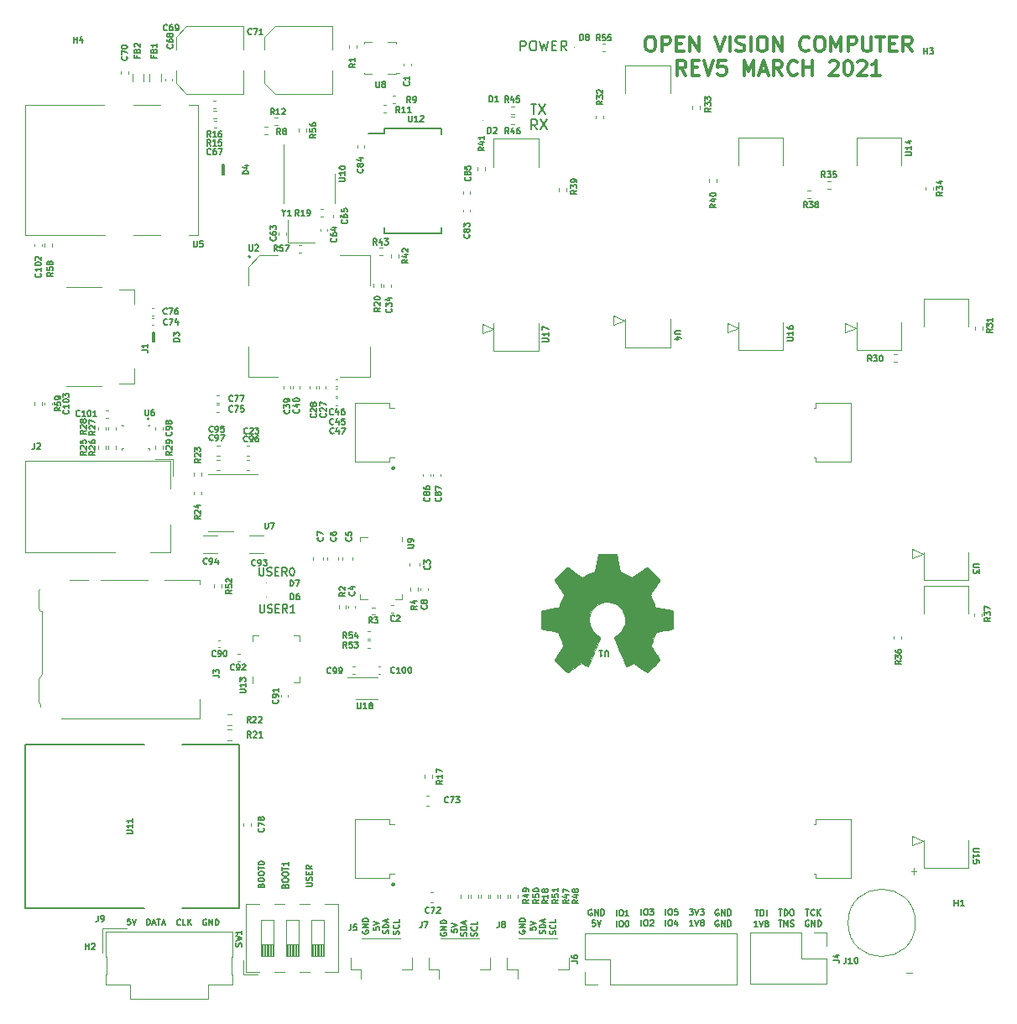
<source format=gbr>
%TF.GenerationSoftware,KiCad,Pcbnew,5.99.0-unknown-42c6af4bd8~125~ubuntu20.04.1*%
%TF.CreationDate,2021-03-29T15:44:50+08:00*%
%TF.ProjectId,ovc5,6f766335-2e6b-4696-9361-645f70636258,rev?*%
%TF.SameCoordinates,Original*%
%TF.FileFunction,Legend,Top*%
%TF.FilePolarity,Positive*%
%FSLAX46Y46*%
G04 Gerber Fmt 4.6, Leading zero omitted, Abs format (unit mm)*
G04 Created by KiCad (PCBNEW 5.99.0-unknown-42c6af4bd8~125~ubuntu20.04.1) date 2021-03-29 15:44:50*
%MOMM*%
%LPD*%
G01*
G04 APERTURE LIST*
%ADD10C,0.150000*%
%ADD11C,0.200000*%
%ADD12C,0.300000*%
%ADD13C,0.100000*%
%ADD14C,0.120000*%
%ADD15C,0.250000*%
%ADD16C,0.010000*%
G04 APERTURE END LIST*
D10*
X46350000Y-117971428D02*
X46350000Y-117371428D01*
X46492857Y-117371428D01*
X46578571Y-117400000D01*
X46635714Y-117457142D01*
X46664285Y-117514285D01*
X46692857Y-117628571D01*
X46692857Y-117714285D01*
X46664285Y-117828571D01*
X46635714Y-117885714D01*
X46578571Y-117942857D01*
X46492857Y-117971428D01*
X46350000Y-117971428D01*
X46921428Y-117800000D02*
X47207142Y-117800000D01*
X46864285Y-117971428D02*
X47064285Y-117371428D01*
X47264285Y-117971428D01*
X47378571Y-117371428D02*
X47721428Y-117371428D01*
X47550000Y-117971428D02*
X47550000Y-117371428D01*
X47892857Y-117800000D02*
X48178571Y-117800000D01*
X47835714Y-117971428D02*
X48035714Y-117371428D01*
X48235714Y-117971428D01*
X52342857Y-117450000D02*
X52285714Y-117421428D01*
X52200000Y-117421428D01*
X52114285Y-117450000D01*
X52057142Y-117507142D01*
X52028571Y-117564285D01*
X52000000Y-117678571D01*
X52000000Y-117764285D01*
X52028571Y-117878571D01*
X52057142Y-117935714D01*
X52114285Y-117992857D01*
X52200000Y-118021428D01*
X52257142Y-118021428D01*
X52342857Y-117992857D01*
X52371428Y-117964285D01*
X52371428Y-117764285D01*
X52257142Y-117764285D01*
X52628571Y-118021428D02*
X52628571Y-117421428D01*
X52971428Y-118021428D01*
X52971428Y-117421428D01*
X53257142Y-118021428D02*
X53257142Y-117421428D01*
X53400000Y-117421428D01*
X53485714Y-117450000D01*
X53542857Y-117507142D01*
X53571428Y-117564285D01*
X53600000Y-117678571D01*
X53600000Y-117764285D01*
X53571428Y-117878571D01*
X53542857Y-117935714D01*
X53485714Y-117992857D01*
X53400000Y-118021428D01*
X53257142Y-118021428D01*
X91585714Y-117521428D02*
X91300000Y-117521428D01*
X91271428Y-117807142D01*
X91300000Y-117778571D01*
X91357142Y-117750000D01*
X91500000Y-117750000D01*
X91557142Y-117778571D01*
X91585714Y-117807142D01*
X91614285Y-117864285D01*
X91614285Y-118007142D01*
X91585714Y-118064285D01*
X91557142Y-118092857D01*
X91500000Y-118121428D01*
X91357142Y-118121428D01*
X91300000Y-118092857D01*
X91271428Y-118064285D01*
X91785714Y-117521428D02*
X91985714Y-118121428D01*
X92185714Y-117521428D01*
D11*
X85088095Y-35202380D02*
X85659523Y-35202380D01*
X85373809Y-36202380D02*
X85373809Y-35202380D01*
X85897619Y-35202380D02*
X86564285Y-36202380D01*
X86564285Y-35202380D02*
X85897619Y-36202380D01*
X57697619Y-81961904D02*
X57697619Y-82609523D01*
X57735714Y-82685714D01*
X57773809Y-82723809D01*
X57850000Y-82761904D01*
X58002380Y-82761904D01*
X58078571Y-82723809D01*
X58116666Y-82685714D01*
X58154761Y-82609523D01*
X58154761Y-81961904D01*
X58497619Y-82723809D02*
X58611904Y-82761904D01*
X58802380Y-82761904D01*
X58878571Y-82723809D01*
X58916666Y-82685714D01*
X58954761Y-82609523D01*
X58954761Y-82533333D01*
X58916666Y-82457142D01*
X58878571Y-82419047D01*
X58802380Y-82380952D01*
X58650000Y-82342857D01*
X58573809Y-82304761D01*
X58535714Y-82266666D01*
X58497619Y-82190476D01*
X58497619Y-82114285D01*
X58535714Y-82038095D01*
X58573809Y-82000000D01*
X58650000Y-81961904D01*
X58840476Y-81961904D01*
X58954761Y-82000000D01*
X59297619Y-82342857D02*
X59564285Y-82342857D01*
X59678571Y-82761904D02*
X59297619Y-82761904D01*
X59297619Y-81961904D01*
X59678571Y-81961904D01*
X60478571Y-82761904D02*
X60211904Y-82380952D01*
X60021428Y-82761904D02*
X60021428Y-81961904D01*
X60326190Y-81961904D01*
X60402380Y-82000000D01*
X60440476Y-82038095D01*
X60478571Y-82114285D01*
X60478571Y-82228571D01*
X60440476Y-82304761D01*
X60402380Y-82342857D01*
X60326190Y-82380952D01*
X60021428Y-82380952D01*
X60973809Y-81961904D02*
X61050000Y-81961904D01*
X61126190Y-82000000D01*
X61164285Y-82038095D01*
X61202380Y-82114285D01*
X61240476Y-82266666D01*
X61240476Y-82457142D01*
X61202380Y-82609523D01*
X61164285Y-82685714D01*
X61126190Y-82723809D01*
X61050000Y-82761904D01*
X60973809Y-82761904D01*
X60897619Y-82723809D01*
X60859523Y-82685714D01*
X60821428Y-82609523D01*
X60783333Y-82457142D01*
X60783333Y-82266666D01*
X60821428Y-82114285D01*
X60859523Y-82038095D01*
X60897619Y-82000000D01*
X60973809Y-81961904D01*
X57747619Y-85661904D02*
X57747619Y-86309523D01*
X57785714Y-86385714D01*
X57823809Y-86423809D01*
X57900000Y-86461904D01*
X58052380Y-86461904D01*
X58128571Y-86423809D01*
X58166666Y-86385714D01*
X58204761Y-86309523D01*
X58204761Y-85661904D01*
X58547619Y-86423809D02*
X58661904Y-86461904D01*
X58852380Y-86461904D01*
X58928571Y-86423809D01*
X58966666Y-86385714D01*
X59004761Y-86309523D01*
X59004761Y-86233333D01*
X58966666Y-86157142D01*
X58928571Y-86119047D01*
X58852380Y-86080952D01*
X58700000Y-86042857D01*
X58623809Y-86004761D01*
X58585714Y-85966666D01*
X58547619Y-85890476D01*
X58547619Y-85814285D01*
X58585714Y-85738095D01*
X58623809Y-85700000D01*
X58700000Y-85661904D01*
X58890476Y-85661904D01*
X59004761Y-85700000D01*
X59347619Y-86042857D02*
X59614285Y-86042857D01*
X59728571Y-86461904D02*
X59347619Y-86461904D01*
X59347619Y-85661904D01*
X59728571Y-85661904D01*
X60528571Y-86461904D02*
X60261904Y-86080952D01*
X60071428Y-86461904D02*
X60071428Y-85661904D01*
X60376190Y-85661904D01*
X60452380Y-85700000D01*
X60490476Y-85738095D01*
X60528571Y-85814285D01*
X60528571Y-85928571D01*
X60490476Y-86004761D01*
X60452380Y-86042857D01*
X60376190Y-86080952D01*
X60071428Y-86080952D01*
X61290476Y-86461904D02*
X60833333Y-86461904D01*
X61061904Y-86461904D02*
X61061904Y-85661904D01*
X60985714Y-85776190D01*
X60909523Y-85852380D01*
X60833333Y-85890476D01*
D10*
X104042857Y-116450000D02*
X103985714Y-116421428D01*
X103900000Y-116421428D01*
X103814285Y-116450000D01*
X103757142Y-116507142D01*
X103728571Y-116564285D01*
X103700000Y-116678571D01*
X103700000Y-116764285D01*
X103728571Y-116878571D01*
X103757142Y-116935714D01*
X103814285Y-116992857D01*
X103900000Y-117021428D01*
X103957142Y-117021428D01*
X104042857Y-116992857D01*
X104071428Y-116964285D01*
X104071428Y-116764285D01*
X103957142Y-116764285D01*
X104328571Y-117021428D02*
X104328571Y-116421428D01*
X104671428Y-117021428D01*
X104671428Y-116421428D01*
X104957142Y-117021428D02*
X104957142Y-116421428D01*
X105100000Y-116421428D01*
X105185714Y-116450000D01*
X105242857Y-116507142D01*
X105271428Y-116564285D01*
X105300000Y-116678571D01*
X105300000Y-116764285D01*
X105271428Y-116878571D01*
X105242857Y-116935714D01*
X105185714Y-116992857D01*
X105100000Y-117021428D01*
X104957142Y-117021428D01*
X85021428Y-118214285D02*
X85021428Y-118500000D01*
X85307142Y-118528571D01*
X85278571Y-118500000D01*
X85250000Y-118442857D01*
X85250000Y-118300000D01*
X85278571Y-118242857D01*
X85307142Y-118214285D01*
X85364285Y-118185714D01*
X85507142Y-118185714D01*
X85564285Y-118214285D01*
X85592857Y-118242857D01*
X85621428Y-118300000D01*
X85621428Y-118442857D01*
X85592857Y-118500000D01*
X85564285Y-118528571D01*
X85021428Y-118014285D02*
X85621428Y-117814285D01*
X85021428Y-117614285D01*
X96250000Y-116971428D02*
X96250000Y-116371428D01*
X96650000Y-116371428D02*
X96764285Y-116371428D01*
X96821428Y-116400000D01*
X96878571Y-116457142D01*
X96907142Y-116571428D01*
X96907142Y-116771428D01*
X96878571Y-116885714D01*
X96821428Y-116942857D01*
X96764285Y-116971428D01*
X96650000Y-116971428D01*
X96592857Y-116942857D01*
X96535714Y-116885714D01*
X96507142Y-116771428D01*
X96507142Y-116571428D01*
X96535714Y-116457142D01*
X96592857Y-116400000D01*
X96650000Y-116371428D01*
X97107142Y-116371428D02*
X97478571Y-116371428D01*
X97278571Y-116600000D01*
X97364285Y-116600000D01*
X97421428Y-116628571D01*
X97450000Y-116657142D01*
X97478571Y-116714285D01*
X97478571Y-116857142D01*
X97450000Y-116914285D01*
X97421428Y-116942857D01*
X97364285Y-116971428D01*
X97192857Y-116971428D01*
X97135714Y-116942857D01*
X97107142Y-116914285D01*
X86542857Y-118878571D02*
X86571428Y-118792857D01*
X86571428Y-118650000D01*
X86542857Y-118592857D01*
X86514285Y-118564285D01*
X86457142Y-118535714D01*
X86400000Y-118535714D01*
X86342857Y-118564285D01*
X86314285Y-118592857D01*
X86285714Y-118650000D01*
X86257142Y-118764285D01*
X86228571Y-118821428D01*
X86200000Y-118850000D01*
X86142857Y-118878571D01*
X86085714Y-118878571D01*
X86028571Y-118850000D01*
X86000000Y-118821428D01*
X85971428Y-118764285D01*
X85971428Y-118621428D01*
X86000000Y-118535714D01*
X86571428Y-118278571D02*
X85971428Y-118278571D01*
X85971428Y-118135714D01*
X86000000Y-118050000D01*
X86057142Y-117992857D01*
X86114285Y-117964285D01*
X86228571Y-117935714D01*
X86314285Y-117935714D01*
X86428571Y-117964285D01*
X86485714Y-117992857D01*
X86542857Y-118050000D01*
X86571428Y-118135714D01*
X86571428Y-118278571D01*
X86400000Y-117707142D02*
X86400000Y-117421428D01*
X86571428Y-117764285D02*
X85971428Y-117564285D01*
X86571428Y-117364285D01*
X87592857Y-118914285D02*
X87621428Y-118828571D01*
X87621428Y-118685714D01*
X87592857Y-118628571D01*
X87564285Y-118600000D01*
X87507142Y-118571428D01*
X87450000Y-118571428D01*
X87392857Y-118600000D01*
X87364285Y-118628571D01*
X87335714Y-118685714D01*
X87307142Y-118800000D01*
X87278571Y-118857142D01*
X87250000Y-118885714D01*
X87192857Y-118914285D01*
X87135714Y-118914285D01*
X87078571Y-118885714D01*
X87050000Y-118857142D01*
X87021428Y-118800000D01*
X87021428Y-118657142D01*
X87050000Y-118571428D01*
X87564285Y-117971428D02*
X87592857Y-118000000D01*
X87621428Y-118085714D01*
X87621428Y-118142857D01*
X87592857Y-118228571D01*
X87535714Y-118285714D01*
X87478571Y-118314285D01*
X87364285Y-118342857D01*
X87278571Y-118342857D01*
X87164285Y-118314285D01*
X87107142Y-118285714D01*
X87050000Y-118228571D01*
X87021428Y-118142857D01*
X87021428Y-118085714D01*
X87050000Y-118000000D01*
X87078571Y-117971428D01*
X87621428Y-117428571D02*
X87621428Y-117714285D01*
X87021428Y-117714285D01*
X98700000Y-118071428D02*
X98700000Y-117471428D01*
X99100000Y-117471428D02*
X99214285Y-117471428D01*
X99271428Y-117500000D01*
X99328571Y-117557142D01*
X99357142Y-117671428D01*
X99357142Y-117871428D01*
X99328571Y-117985714D01*
X99271428Y-118042857D01*
X99214285Y-118071428D01*
X99100000Y-118071428D01*
X99042857Y-118042857D01*
X98985714Y-117985714D01*
X98957142Y-117871428D01*
X98957142Y-117671428D01*
X98985714Y-117557142D01*
X99042857Y-117500000D01*
X99100000Y-117471428D01*
X99871428Y-117671428D02*
X99871428Y-118071428D01*
X99728571Y-117442857D02*
X99585714Y-117871428D01*
X99957142Y-117871428D01*
X60307142Y-114050000D02*
X60335714Y-113964285D01*
X60364285Y-113935714D01*
X60421428Y-113907142D01*
X60507142Y-113907142D01*
X60564285Y-113935714D01*
X60592857Y-113964285D01*
X60621428Y-114021428D01*
X60621428Y-114250000D01*
X60021428Y-114250000D01*
X60021428Y-114050000D01*
X60050000Y-113992857D01*
X60078571Y-113964285D01*
X60135714Y-113935714D01*
X60192857Y-113935714D01*
X60250000Y-113964285D01*
X60278571Y-113992857D01*
X60307142Y-114050000D01*
X60307142Y-114250000D01*
X60021428Y-113535714D02*
X60021428Y-113421428D01*
X60050000Y-113364285D01*
X60107142Y-113307142D01*
X60221428Y-113278571D01*
X60421428Y-113278571D01*
X60535714Y-113307142D01*
X60592857Y-113364285D01*
X60621428Y-113421428D01*
X60621428Y-113535714D01*
X60592857Y-113592857D01*
X60535714Y-113650000D01*
X60421428Y-113678571D01*
X60221428Y-113678571D01*
X60107142Y-113650000D01*
X60050000Y-113592857D01*
X60021428Y-113535714D01*
X60021428Y-112907142D02*
X60021428Y-112792857D01*
X60050000Y-112735714D01*
X60107142Y-112678571D01*
X60221428Y-112650000D01*
X60421428Y-112650000D01*
X60535714Y-112678571D01*
X60592857Y-112735714D01*
X60621428Y-112792857D01*
X60621428Y-112907142D01*
X60592857Y-112964285D01*
X60535714Y-113021428D01*
X60421428Y-113050000D01*
X60221428Y-113050000D01*
X60107142Y-113021428D01*
X60050000Y-112964285D01*
X60021428Y-112907142D01*
X60021428Y-112478571D02*
X60021428Y-112135714D01*
X60621428Y-112307142D02*
X60021428Y-112307142D01*
X60621428Y-111621428D02*
X60621428Y-111964285D01*
X60621428Y-111792857D02*
X60021428Y-111792857D01*
X60107142Y-111850000D01*
X60164285Y-111907142D01*
X60192857Y-111964285D01*
X110114285Y-116421428D02*
X110457142Y-116421428D01*
X110285714Y-117021428D02*
X110285714Y-116421428D01*
X110657142Y-117021428D02*
X110657142Y-116421428D01*
X110800000Y-116421428D01*
X110885714Y-116450000D01*
X110942857Y-116507142D01*
X110971428Y-116564285D01*
X111000000Y-116678571D01*
X111000000Y-116764285D01*
X110971428Y-116878571D01*
X110942857Y-116935714D01*
X110885714Y-116992857D01*
X110800000Y-117021428D01*
X110657142Y-117021428D01*
X111371428Y-116421428D02*
X111485714Y-116421428D01*
X111542857Y-116450000D01*
X111600000Y-116507142D01*
X111628571Y-116621428D01*
X111628571Y-116821428D01*
X111600000Y-116935714D01*
X111542857Y-116992857D01*
X111485714Y-117021428D01*
X111371428Y-117021428D01*
X111314285Y-116992857D01*
X111257142Y-116935714D01*
X111228571Y-116821428D01*
X111228571Y-116621428D01*
X111257142Y-116507142D01*
X111314285Y-116450000D01*
X111371428Y-116421428D01*
X69221428Y-118214285D02*
X69221428Y-118500000D01*
X69507142Y-118528571D01*
X69478571Y-118500000D01*
X69450000Y-118442857D01*
X69450000Y-118300000D01*
X69478571Y-118242857D01*
X69507142Y-118214285D01*
X69564285Y-118185714D01*
X69707142Y-118185714D01*
X69764285Y-118214285D01*
X69792857Y-118242857D01*
X69821428Y-118300000D01*
X69821428Y-118442857D01*
X69792857Y-118500000D01*
X69764285Y-118528571D01*
X69221428Y-118014285D02*
X69821428Y-117814285D01*
X69221428Y-117614285D01*
D11*
X84040476Y-29802380D02*
X84040476Y-28802380D01*
X84421428Y-28802380D01*
X84516666Y-28850000D01*
X84564285Y-28897619D01*
X84611904Y-28992857D01*
X84611904Y-29135714D01*
X84564285Y-29230952D01*
X84516666Y-29278571D01*
X84421428Y-29326190D01*
X84040476Y-29326190D01*
X85230952Y-28802380D02*
X85421428Y-28802380D01*
X85516666Y-28850000D01*
X85611904Y-28945238D01*
X85659523Y-29135714D01*
X85659523Y-29469047D01*
X85611904Y-29659523D01*
X85516666Y-29754761D01*
X85421428Y-29802380D01*
X85230952Y-29802380D01*
X85135714Y-29754761D01*
X85040476Y-29659523D01*
X84992857Y-29469047D01*
X84992857Y-29135714D01*
X85040476Y-28945238D01*
X85135714Y-28850000D01*
X85230952Y-28802380D01*
X85992857Y-28802380D02*
X86230952Y-29802380D01*
X86421428Y-29088095D01*
X86611904Y-29802380D01*
X86850000Y-28802380D01*
X87230952Y-29278571D02*
X87564285Y-29278571D01*
X87707142Y-29802380D02*
X87230952Y-29802380D01*
X87230952Y-28802380D01*
X87707142Y-28802380D01*
X88707142Y-29802380D02*
X88373809Y-29326190D01*
X88135714Y-29802380D02*
X88135714Y-28802380D01*
X88516666Y-28802380D01*
X88611904Y-28850000D01*
X88659523Y-28897619D01*
X88707142Y-28992857D01*
X88707142Y-29135714D01*
X88659523Y-29230952D01*
X88611904Y-29278571D01*
X88516666Y-29326190D01*
X88135714Y-29326190D01*
D10*
X96250000Y-118071428D02*
X96250000Y-117471428D01*
X96650000Y-117471428D02*
X96764285Y-117471428D01*
X96821428Y-117500000D01*
X96878571Y-117557142D01*
X96907142Y-117671428D01*
X96907142Y-117871428D01*
X96878571Y-117985714D01*
X96821428Y-118042857D01*
X96764285Y-118071428D01*
X96650000Y-118071428D01*
X96592857Y-118042857D01*
X96535714Y-117985714D01*
X96507142Y-117871428D01*
X96507142Y-117671428D01*
X96535714Y-117557142D01*
X96592857Y-117500000D01*
X96650000Y-117471428D01*
X97135714Y-117528571D02*
X97164285Y-117500000D01*
X97221428Y-117471428D01*
X97364285Y-117471428D01*
X97421428Y-117500000D01*
X97450000Y-117528571D01*
X97478571Y-117585714D01*
X97478571Y-117642857D01*
X97450000Y-117728571D01*
X97107142Y-118071428D01*
X97478571Y-118071428D01*
X83950000Y-118557142D02*
X83921428Y-118614285D01*
X83921428Y-118700000D01*
X83950000Y-118785714D01*
X84007142Y-118842857D01*
X84064285Y-118871428D01*
X84178571Y-118900000D01*
X84264285Y-118900000D01*
X84378571Y-118871428D01*
X84435714Y-118842857D01*
X84492857Y-118785714D01*
X84521428Y-118700000D01*
X84521428Y-118642857D01*
X84492857Y-118557142D01*
X84464285Y-118528571D01*
X84264285Y-118528571D01*
X84264285Y-118642857D01*
X84521428Y-118271428D02*
X83921428Y-118271428D01*
X84521428Y-117928571D01*
X83921428Y-117928571D01*
X84521428Y-117642857D02*
X83921428Y-117642857D01*
X83921428Y-117500000D01*
X83950000Y-117414285D01*
X84007142Y-117357142D01*
X84064285Y-117328571D01*
X84178571Y-117300000D01*
X84264285Y-117300000D01*
X84378571Y-117328571D01*
X84435714Y-117357142D01*
X84492857Y-117414285D01*
X84521428Y-117500000D01*
X84521428Y-117642857D01*
X77071428Y-118414285D02*
X77071428Y-118700000D01*
X77357142Y-118728571D01*
X77328571Y-118700000D01*
X77300000Y-118642857D01*
X77300000Y-118500000D01*
X77328571Y-118442857D01*
X77357142Y-118414285D01*
X77414285Y-118385714D01*
X77557142Y-118385714D01*
X77614285Y-118414285D01*
X77642857Y-118442857D01*
X77671428Y-118500000D01*
X77671428Y-118642857D01*
X77642857Y-118700000D01*
X77614285Y-118728571D01*
X77071428Y-118214285D02*
X77671428Y-118014285D01*
X77071428Y-117814285D01*
X93750000Y-117071428D02*
X93750000Y-116471428D01*
X94150000Y-116471428D02*
X94264285Y-116471428D01*
X94321428Y-116500000D01*
X94378571Y-116557142D01*
X94407142Y-116671428D01*
X94407142Y-116871428D01*
X94378571Y-116985714D01*
X94321428Y-117042857D01*
X94264285Y-117071428D01*
X94150000Y-117071428D01*
X94092857Y-117042857D01*
X94035714Y-116985714D01*
X94007142Y-116871428D01*
X94007142Y-116671428D01*
X94035714Y-116557142D01*
X94092857Y-116500000D01*
X94150000Y-116471428D01*
X94978571Y-117071428D02*
X94635714Y-117071428D01*
X94807142Y-117071428D02*
X94807142Y-116471428D01*
X94750000Y-116557142D01*
X94692857Y-116614285D01*
X94635714Y-116642857D01*
X57857142Y-114000000D02*
X57885714Y-113914285D01*
X57914285Y-113885714D01*
X57971428Y-113857142D01*
X58057142Y-113857142D01*
X58114285Y-113885714D01*
X58142857Y-113914285D01*
X58171428Y-113971428D01*
X58171428Y-114200000D01*
X57571428Y-114200000D01*
X57571428Y-114000000D01*
X57600000Y-113942857D01*
X57628571Y-113914285D01*
X57685714Y-113885714D01*
X57742857Y-113885714D01*
X57800000Y-113914285D01*
X57828571Y-113942857D01*
X57857142Y-114000000D01*
X57857142Y-114200000D01*
X57571428Y-113485714D02*
X57571428Y-113371428D01*
X57600000Y-113314285D01*
X57657142Y-113257142D01*
X57771428Y-113228571D01*
X57971428Y-113228571D01*
X58085714Y-113257142D01*
X58142857Y-113314285D01*
X58171428Y-113371428D01*
X58171428Y-113485714D01*
X58142857Y-113542857D01*
X58085714Y-113600000D01*
X57971428Y-113628571D01*
X57771428Y-113628571D01*
X57657142Y-113600000D01*
X57600000Y-113542857D01*
X57571428Y-113485714D01*
X57571428Y-112857142D02*
X57571428Y-112742857D01*
X57600000Y-112685714D01*
X57657142Y-112628571D01*
X57771428Y-112600000D01*
X57971428Y-112600000D01*
X58085714Y-112628571D01*
X58142857Y-112685714D01*
X58171428Y-112742857D01*
X58171428Y-112857142D01*
X58142857Y-112914285D01*
X58085714Y-112971428D01*
X57971428Y-113000000D01*
X57771428Y-113000000D01*
X57657142Y-112971428D01*
X57600000Y-112914285D01*
X57571428Y-112857142D01*
X57571428Y-112428571D02*
X57571428Y-112085714D01*
X58171428Y-112257142D02*
X57571428Y-112257142D01*
X57571428Y-111771428D02*
X57571428Y-111714285D01*
X57600000Y-111657142D01*
X57628571Y-111628571D01*
X57685714Y-111600000D01*
X57800000Y-111571428D01*
X57942857Y-111571428D01*
X58057142Y-111600000D01*
X58114285Y-111628571D01*
X58142857Y-111657142D01*
X58171428Y-111714285D01*
X58171428Y-111771428D01*
X58142857Y-111828571D01*
X58114285Y-111857142D01*
X58057142Y-111885714D01*
X57942857Y-111914285D01*
X57800000Y-111914285D01*
X57685714Y-111885714D01*
X57628571Y-111857142D01*
X57600000Y-111828571D01*
X57571428Y-111771428D01*
X113142857Y-117550000D02*
X113085714Y-117521428D01*
X113000000Y-117521428D01*
X112914285Y-117550000D01*
X112857142Y-117607142D01*
X112828571Y-117664285D01*
X112800000Y-117778571D01*
X112800000Y-117864285D01*
X112828571Y-117978571D01*
X112857142Y-118035714D01*
X112914285Y-118092857D01*
X113000000Y-118121428D01*
X113057142Y-118121428D01*
X113142857Y-118092857D01*
X113171428Y-118064285D01*
X113171428Y-117864285D01*
X113057142Y-117864285D01*
X113428571Y-118121428D02*
X113428571Y-117521428D01*
X113771428Y-118121428D01*
X113771428Y-117521428D01*
X114057142Y-118121428D02*
X114057142Y-117521428D01*
X114200000Y-117521428D01*
X114285714Y-117550000D01*
X114342857Y-117607142D01*
X114371428Y-117664285D01*
X114400000Y-117778571D01*
X114400000Y-117864285D01*
X114371428Y-117978571D01*
X114342857Y-118035714D01*
X114285714Y-118092857D01*
X114200000Y-118121428D01*
X114057142Y-118121428D01*
X76000000Y-118757142D02*
X75971428Y-118814285D01*
X75971428Y-118900000D01*
X76000000Y-118985714D01*
X76057142Y-119042857D01*
X76114285Y-119071428D01*
X76228571Y-119100000D01*
X76314285Y-119100000D01*
X76428571Y-119071428D01*
X76485714Y-119042857D01*
X76542857Y-118985714D01*
X76571428Y-118900000D01*
X76571428Y-118842857D01*
X76542857Y-118757142D01*
X76514285Y-118728571D01*
X76314285Y-118728571D01*
X76314285Y-118842857D01*
X76571428Y-118471428D02*
X75971428Y-118471428D01*
X76571428Y-118128571D01*
X75971428Y-118128571D01*
X76571428Y-117842857D02*
X75971428Y-117842857D01*
X75971428Y-117700000D01*
X76000000Y-117614285D01*
X76057142Y-117557142D01*
X76114285Y-117528571D01*
X76228571Y-117500000D01*
X76314285Y-117500000D01*
X76428571Y-117528571D01*
X76485714Y-117557142D01*
X76542857Y-117614285D01*
X76571428Y-117700000D01*
X76571428Y-117842857D01*
X98700000Y-116971428D02*
X98700000Y-116371428D01*
X99100000Y-116371428D02*
X99214285Y-116371428D01*
X99271428Y-116400000D01*
X99328571Y-116457142D01*
X99357142Y-116571428D01*
X99357142Y-116771428D01*
X99328571Y-116885714D01*
X99271428Y-116942857D01*
X99214285Y-116971428D01*
X99100000Y-116971428D01*
X99042857Y-116942857D01*
X98985714Y-116885714D01*
X98957142Y-116771428D01*
X98957142Y-116571428D01*
X98985714Y-116457142D01*
X99042857Y-116400000D01*
X99100000Y-116371428D01*
X99900000Y-116371428D02*
X99614285Y-116371428D01*
X99585714Y-116657142D01*
X99614285Y-116628571D01*
X99671428Y-116600000D01*
X99814285Y-116600000D01*
X99871428Y-116628571D01*
X99900000Y-116657142D01*
X99928571Y-116714285D01*
X99928571Y-116857142D01*
X99900000Y-116914285D01*
X99871428Y-116942857D01*
X99814285Y-116971428D01*
X99671428Y-116971428D01*
X99614285Y-116942857D01*
X99585714Y-116914285D01*
X78592857Y-119078571D02*
X78621428Y-118992857D01*
X78621428Y-118850000D01*
X78592857Y-118792857D01*
X78564285Y-118764285D01*
X78507142Y-118735714D01*
X78450000Y-118735714D01*
X78392857Y-118764285D01*
X78364285Y-118792857D01*
X78335714Y-118850000D01*
X78307142Y-118964285D01*
X78278571Y-119021428D01*
X78250000Y-119050000D01*
X78192857Y-119078571D01*
X78135714Y-119078571D01*
X78078571Y-119050000D01*
X78050000Y-119021428D01*
X78021428Y-118964285D01*
X78021428Y-118821428D01*
X78050000Y-118735714D01*
X78621428Y-118478571D02*
X78021428Y-118478571D01*
X78021428Y-118335714D01*
X78050000Y-118250000D01*
X78107142Y-118192857D01*
X78164285Y-118164285D01*
X78278571Y-118135714D01*
X78364285Y-118135714D01*
X78478571Y-118164285D01*
X78535714Y-118192857D01*
X78592857Y-118250000D01*
X78621428Y-118335714D01*
X78621428Y-118478571D01*
X78450000Y-117907142D02*
X78450000Y-117621428D01*
X78621428Y-117964285D02*
X78021428Y-117764285D01*
X78621428Y-117564285D01*
X110100000Y-117521428D02*
X110442857Y-117521428D01*
X110271428Y-118121428D02*
X110271428Y-117521428D01*
X110642857Y-118121428D02*
X110642857Y-117521428D01*
X110842857Y-117950000D01*
X111042857Y-117521428D01*
X111042857Y-118121428D01*
X111300000Y-118092857D02*
X111385714Y-118121428D01*
X111528571Y-118121428D01*
X111585714Y-118092857D01*
X111614285Y-118064285D01*
X111642857Y-118007142D01*
X111642857Y-117950000D01*
X111614285Y-117892857D01*
X111585714Y-117864285D01*
X111528571Y-117835714D01*
X111414285Y-117807142D01*
X111357142Y-117778571D01*
X111328571Y-117750000D01*
X111300000Y-117692857D01*
X111300000Y-117635714D01*
X111328571Y-117578571D01*
X111357142Y-117550000D01*
X111414285Y-117521428D01*
X111557142Y-117521428D01*
X111642857Y-117550000D01*
X71792857Y-118914285D02*
X71821428Y-118828571D01*
X71821428Y-118685714D01*
X71792857Y-118628571D01*
X71764285Y-118600000D01*
X71707142Y-118571428D01*
X71650000Y-118571428D01*
X71592857Y-118600000D01*
X71564285Y-118628571D01*
X71535714Y-118685714D01*
X71507142Y-118800000D01*
X71478571Y-118857142D01*
X71450000Y-118885714D01*
X71392857Y-118914285D01*
X71335714Y-118914285D01*
X71278571Y-118885714D01*
X71250000Y-118857142D01*
X71221428Y-118800000D01*
X71221428Y-118657142D01*
X71250000Y-118571428D01*
X71764285Y-117971428D02*
X71792857Y-118000000D01*
X71821428Y-118085714D01*
X71821428Y-118142857D01*
X71792857Y-118228571D01*
X71735714Y-118285714D01*
X71678571Y-118314285D01*
X71564285Y-118342857D01*
X71478571Y-118342857D01*
X71364285Y-118314285D01*
X71307142Y-118285714D01*
X71250000Y-118228571D01*
X71221428Y-118142857D01*
X71221428Y-118085714D01*
X71250000Y-118000000D01*
X71278571Y-117971428D01*
X71821428Y-117428571D02*
X71821428Y-117714285D01*
X71221428Y-117714285D01*
X112828571Y-116421428D02*
X113171428Y-116421428D01*
X113000000Y-117021428D02*
X113000000Y-116421428D01*
X113714285Y-116964285D02*
X113685714Y-116992857D01*
X113600000Y-117021428D01*
X113542857Y-117021428D01*
X113457142Y-116992857D01*
X113400000Y-116935714D01*
X113371428Y-116878571D01*
X113342857Y-116764285D01*
X113342857Y-116678571D01*
X113371428Y-116564285D01*
X113400000Y-116507142D01*
X113457142Y-116450000D01*
X113542857Y-116421428D01*
X113600000Y-116421428D01*
X113685714Y-116450000D01*
X113714285Y-116478571D01*
X113971428Y-117021428D02*
X113971428Y-116421428D01*
X114314285Y-117021428D02*
X114057142Y-116678571D01*
X114314285Y-116421428D02*
X113971428Y-116764285D01*
X107735714Y-116471428D02*
X108078571Y-116471428D01*
X107907142Y-117071428D02*
X107907142Y-116471428D01*
X108278571Y-117071428D02*
X108278571Y-116471428D01*
X108421428Y-116471428D01*
X108507142Y-116500000D01*
X108564285Y-116557142D01*
X108592857Y-116614285D01*
X108621428Y-116728571D01*
X108621428Y-116814285D01*
X108592857Y-116928571D01*
X108564285Y-116985714D01*
X108507142Y-117042857D01*
X108421428Y-117071428D01*
X108278571Y-117071428D01*
X108878571Y-117071428D02*
X108878571Y-116471428D01*
X101107142Y-116371428D02*
X101478571Y-116371428D01*
X101278571Y-116600000D01*
X101364285Y-116600000D01*
X101421428Y-116628571D01*
X101450000Y-116657142D01*
X101478571Y-116714285D01*
X101478571Y-116857142D01*
X101450000Y-116914285D01*
X101421428Y-116942857D01*
X101364285Y-116971428D01*
X101192857Y-116971428D01*
X101135714Y-116942857D01*
X101107142Y-116914285D01*
X101650000Y-116371428D02*
X101850000Y-116971428D01*
X102050000Y-116371428D01*
X102192857Y-116371428D02*
X102564285Y-116371428D01*
X102364285Y-116600000D01*
X102450000Y-116600000D01*
X102507142Y-116628571D01*
X102535714Y-116657142D01*
X102564285Y-116714285D01*
X102564285Y-116857142D01*
X102535714Y-116914285D01*
X102507142Y-116942857D01*
X102450000Y-116971428D01*
X102278571Y-116971428D01*
X102221428Y-116942857D01*
X102192857Y-116914285D01*
X107978571Y-118171428D02*
X107635714Y-118171428D01*
X107807142Y-118171428D02*
X107807142Y-117571428D01*
X107750000Y-117657142D01*
X107692857Y-117714285D01*
X107635714Y-117742857D01*
X108150000Y-117571428D02*
X108350000Y-118171428D01*
X108550000Y-117571428D01*
X108835714Y-117828571D02*
X108778571Y-117800000D01*
X108750000Y-117771428D01*
X108721428Y-117714285D01*
X108721428Y-117685714D01*
X108750000Y-117628571D01*
X108778571Y-117600000D01*
X108835714Y-117571428D01*
X108950000Y-117571428D01*
X109007142Y-117600000D01*
X109035714Y-117628571D01*
X109064285Y-117685714D01*
X109064285Y-117714285D01*
X109035714Y-117771428D01*
X109007142Y-117800000D01*
X108950000Y-117828571D01*
X108835714Y-117828571D01*
X108778571Y-117857142D01*
X108750000Y-117885714D01*
X108721428Y-117942857D01*
X108721428Y-118057142D01*
X108750000Y-118114285D01*
X108778571Y-118142857D01*
X108835714Y-118171428D01*
X108950000Y-118171428D01*
X109007142Y-118142857D01*
X109035714Y-118114285D01*
X109064285Y-118057142D01*
X109064285Y-117942857D01*
X109035714Y-117885714D01*
X109007142Y-117857142D01*
X108950000Y-117828571D01*
X49742857Y-117964285D02*
X49714285Y-117992857D01*
X49628571Y-118021428D01*
X49571428Y-118021428D01*
X49485714Y-117992857D01*
X49428571Y-117935714D01*
X49400000Y-117878571D01*
X49371428Y-117764285D01*
X49371428Y-117678571D01*
X49400000Y-117564285D01*
X49428571Y-117507142D01*
X49485714Y-117450000D01*
X49571428Y-117421428D01*
X49628571Y-117421428D01*
X49714285Y-117450000D01*
X49742857Y-117478571D01*
X50285714Y-118021428D02*
X50000000Y-118021428D01*
X50000000Y-117421428D01*
X50485714Y-118021428D02*
X50485714Y-117421428D01*
X50828571Y-118021428D02*
X50571428Y-117678571D01*
X50828571Y-117421428D02*
X50485714Y-117764285D01*
X62421428Y-114078571D02*
X62907142Y-114078571D01*
X62964285Y-114050000D01*
X62992857Y-114021428D01*
X63021428Y-113964285D01*
X63021428Y-113850000D01*
X62992857Y-113792857D01*
X62964285Y-113764285D01*
X62907142Y-113735714D01*
X62421428Y-113735714D01*
X62992857Y-113478571D02*
X63021428Y-113392857D01*
X63021428Y-113250000D01*
X62992857Y-113192857D01*
X62964285Y-113164285D01*
X62907142Y-113135714D01*
X62850000Y-113135714D01*
X62792857Y-113164285D01*
X62764285Y-113192857D01*
X62735714Y-113250000D01*
X62707142Y-113364285D01*
X62678571Y-113421428D01*
X62650000Y-113450000D01*
X62592857Y-113478571D01*
X62535714Y-113478571D01*
X62478571Y-113450000D01*
X62450000Y-113421428D01*
X62421428Y-113364285D01*
X62421428Y-113221428D01*
X62450000Y-113135714D01*
X62707142Y-112878571D02*
X62707142Y-112678571D01*
X63021428Y-112592857D02*
X63021428Y-112878571D01*
X62421428Y-112878571D01*
X62421428Y-112592857D01*
X63021428Y-111992857D02*
X62735714Y-112192857D01*
X63021428Y-112335714D02*
X62421428Y-112335714D01*
X62421428Y-112107142D01*
X62450000Y-112050000D01*
X62478571Y-112021428D01*
X62535714Y-111992857D01*
X62621428Y-111992857D01*
X62678571Y-112021428D01*
X62707142Y-112050000D01*
X62735714Y-112107142D01*
X62735714Y-112335714D01*
D12*
X97028571Y-28371071D02*
X97314285Y-28371071D01*
X97457142Y-28442500D01*
X97600000Y-28585357D01*
X97671428Y-28871071D01*
X97671428Y-29371071D01*
X97600000Y-29656785D01*
X97457142Y-29799642D01*
X97314285Y-29871071D01*
X97028571Y-29871071D01*
X96885714Y-29799642D01*
X96742857Y-29656785D01*
X96671428Y-29371071D01*
X96671428Y-28871071D01*
X96742857Y-28585357D01*
X96885714Y-28442500D01*
X97028571Y-28371071D01*
X98314285Y-29871071D02*
X98314285Y-28371071D01*
X98885714Y-28371071D01*
X99028571Y-28442500D01*
X99100000Y-28513928D01*
X99171428Y-28656785D01*
X99171428Y-28871071D01*
X99100000Y-29013928D01*
X99028571Y-29085357D01*
X98885714Y-29156785D01*
X98314285Y-29156785D01*
X99814285Y-29085357D02*
X100314285Y-29085357D01*
X100528571Y-29871071D02*
X99814285Y-29871071D01*
X99814285Y-28371071D01*
X100528571Y-28371071D01*
X101171428Y-29871071D02*
X101171428Y-28371071D01*
X102028571Y-29871071D01*
X102028571Y-28371071D01*
X103671428Y-28371071D02*
X104171428Y-29871071D01*
X104671428Y-28371071D01*
X105171428Y-29871071D02*
X105171428Y-28371071D01*
X105814285Y-29799642D02*
X106028571Y-29871071D01*
X106385714Y-29871071D01*
X106528571Y-29799642D01*
X106600000Y-29728214D01*
X106671428Y-29585357D01*
X106671428Y-29442500D01*
X106600000Y-29299642D01*
X106528571Y-29228214D01*
X106385714Y-29156785D01*
X106100000Y-29085357D01*
X105957142Y-29013928D01*
X105885714Y-28942500D01*
X105814285Y-28799642D01*
X105814285Y-28656785D01*
X105885714Y-28513928D01*
X105957142Y-28442500D01*
X106100000Y-28371071D01*
X106457142Y-28371071D01*
X106671428Y-28442500D01*
X107314285Y-29871071D02*
X107314285Y-28371071D01*
X108314285Y-28371071D02*
X108600000Y-28371071D01*
X108742857Y-28442500D01*
X108885714Y-28585357D01*
X108957142Y-28871071D01*
X108957142Y-29371071D01*
X108885714Y-29656785D01*
X108742857Y-29799642D01*
X108600000Y-29871071D01*
X108314285Y-29871071D01*
X108171428Y-29799642D01*
X108028571Y-29656785D01*
X107957142Y-29371071D01*
X107957142Y-28871071D01*
X108028571Y-28585357D01*
X108171428Y-28442500D01*
X108314285Y-28371071D01*
X109600000Y-29871071D02*
X109600000Y-28371071D01*
X110457142Y-29871071D01*
X110457142Y-28371071D01*
X113171428Y-29728214D02*
X113100000Y-29799642D01*
X112885714Y-29871071D01*
X112742857Y-29871071D01*
X112528571Y-29799642D01*
X112385714Y-29656785D01*
X112314285Y-29513928D01*
X112242857Y-29228214D01*
X112242857Y-29013928D01*
X112314285Y-28728214D01*
X112385714Y-28585357D01*
X112528571Y-28442500D01*
X112742857Y-28371071D01*
X112885714Y-28371071D01*
X113100000Y-28442500D01*
X113171428Y-28513928D01*
X114100000Y-28371071D02*
X114385714Y-28371071D01*
X114528571Y-28442500D01*
X114671428Y-28585357D01*
X114742857Y-28871071D01*
X114742857Y-29371071D01*
X114671428Y-29656785D01*
X114528571Y-29799642D01*
X114385714Y-29871071D01*
X114100000Y-29871071D01*
X113957142Y-29799642D01*
X113814285Y-29656785D01*
X113742857Y-29371071D01*
X113742857Y-28871071D01*
X113814285Y-28585357D01*
X113957142Y-28442500D01*
X114100000Y-28371071D01*
X115385714Y-29871071D02*
X115385714Y-28371071D01*
X115885714Y-29442500D01*
X116385714Y-28371071D01*
X116385714Y-29871071D01*
X117100000Y-29871071D02*
X117100000Y-28371071D01*
X117671428Y-28371071D01*
X117814285Y-28442500D01*
X117885714Y-28513928D01*
X117957142Y-28656785D01*
X117957142Y-28871071D01*
X117885714Y-29013928D01*
X117814285Y-29085357D01*
X117671428Y-29156785D01*
X117100000Y-29156785D01*
X118600000Y-28371071D02*
X118600000Y-29585357D01*
X118671428Y-29728214D01*
X118742857Y-29799642D01*
X118885714Y-29871071D01*
X119171428Y-29871071D01*
X119314285Y-29799642D01*
X119385714Y-29728214D01*
X119457142Y-29585357D01*
X119457142Y-28371071D01*
X119957142Y-28371071D02*
X120814285Y-28371071D01*
X120385714Y-29871071D02*
X120385714Y-28371071D01*
X121314285Y-29085357D02*
X121814285Y-29085357D01*
X122028571Y-29871071D02*
X121314285Y-29871071D01*
X121314285Y-28371071D01*
X122028571Y-28371071D01*
X123528571Y-29871071D02*
X123028571Y-29156785D01*
X122671428Y-29871071D02*
X122671428Y-28371071D01*
X123242857Y-28371071D01*
X123385714Y-28442500D01*
X123457142Y-28513928D01*
X123528571Y-28656785D01*
X123528571Y-28871071D01*
X123457142Y-29013928D01*
X123385714Y-29085357D01*
X123242857Y-29156785D01*
X122671428Y-29156785D01*
X100742857Y-32286071D02*
X100242857Y-31571785D01*
X99885714Y-32286071D02*
X99885714Y-30786071D01*
X100457142Y-30786071D01*
X100600000Y-30857500D01*
X100671428Y-30928928D01*
X100742857Y-31071785D01*
X100742857Y-31286071D01*
X100671428Y-31428928D01*
X100600000Y-31500357D01*
X100457142Y-31571785D01*
X99885714Y-31571785D01*
X101385714Y-31500357D02*
X101885714Y-31500357D01*
X102100000Y-32286071D02*
X101385714Y-32286071D01*
X101385714Y-30786071D01*
X102100000Y-30786071D01*
X102528571Y-30786071D02*
X103028571Y-32286071D01*
X103528571Y-30786071D01*
X104742857Y-30786071D02*
X104028571Y-30786071D01*
X103957142Y-31500357D01*
X104028571Y-31428928D01*
X104171428Y-31357500D01*
X104528571Y-31357500D01*
X104671428Y-31428928D01*
X104742857Y-31500357D01*
X104814285Y-31643214D01*
X104814285Y-32000357D01*
X104742857Y-32143214D01*
X104671428Y-32214642D01*
X104528571Y-32286071D01*
X104171428Y-32286071D01*
X104028571Y-32214642D01*
X103957142Y-32143214D01*
X106600000Y-32286071D02*
X106600000Y-30786071D01*
X107100000Y-31857500D01*
X107600000Y-30786071D01*
X107600000Y-32286071D01*
X108242857Y-31857500D02*
X108957142Y-31857500D01*
X108100000Y-32286071D02*
X108600000Y-30786071D01*
X109100000Y-32286071D01*
X110457142Y-32286071D02*
X109957142Y-31571785D01*
X109600000Y-32286071D02*
X109600000Y-30786071D01*
X110171428Y-30786071D01*
X110314285Y-30857500D01*
X110385714Y-30928928D01*
X110457142Y-31071785D01*
X110457142Y-31286071D01*
X110385714Y-31428928D01*
X110314285Y-31500357D01*
X110171428Y-31571785D01*
X109600000Y-31571785D01*
X111957142Y-32143214D02*
X111885714Y-32214642D01*
X111671428Y-32286071D01*
X111528571Y-32286071D01*
X111314285Y-32214642D01*
X111171428Y-32071785D01*
X111100000Y-31928928D01*
X111028571Y-31643214D01*
X111028571Y-31428928D01*
X111100000Y-31143214D01*
X111171428Y-31000357D01*
X111314285Y-30857500D01*
X111528571Y-30786071D01*
X111671428Y-30786071D01*
X111885714Y-30857500D01*
X111957142Y-30928928D01*
X112600000Y-32286071D02*
X112600000Y-30786071D01*
X112600000Y-31500357D02*
X113457142Y-31500357D01*
X113457142Y-32286071D02*
X113457142Y-30786071D01*
X115242857Y-30928928D02*
X115314285Y-30857500D01*
X115457142Y-30786071D01*
X115814285Y-30786071D01*
X115957142Y-30857500D01*
X116028571Y-30928928D01*
X116100000Y-31071785D01*
X116100000Y-31214642D01*
X116028571Y-31428928D01*
X115171428Y-32286071D01*
X116100000Y-32286071D01*
X117028571Y-30786071D02*
X117171428Y-30786071D01*
X117314285Y-30857500D01*
X117385714Y-30928928D01*
X117457142Y-31071785D01*
X117528571Y-31357500D01*
X117528571Y-31714642D01*
X117457142Y-32000357D01*
X117385714Y-32143214D01*
X117314285Y-32214642D01*
X117171428Y-32286071D01*
X117028571Y-32286071D01*
X116885714Y-32214642D01*
X116814285Y-32143214D01*
X116742857Y-32000357D01*
X116671428Y-31714642D01*
X116671428Y-31357500D01*
X116742857Y-31071785D01*
X116814285Y-30928928D01*
X116885714Y-30857500D01*
X117028571Y-30786071D01*
X118100000Y-30928928D02*
X118171428Y-30857500D01*
X118314285Y-30786071D01*
X118671428Y-30786071D01*
X118814285Y-30857500D01*
X118885714Y-30928928D01*
X118957142Y-31071785D01*
X118957142Y-31214642D01*
X118885714Y-31428928D01*
X118028571Y-32286071D01*
X118957142Y-32286071D01*
X120385714Y-32286071D02*
X119528571Y-32286071D01*
X119957142Y-32286071D02*
X119957142Y-30786071D01*
X119814285Y-31000357D01*
X119671428Y-31143214D01*
X119528571Y-31214642D01*
D10*
X68150000Y-118557142D02*
X68121428Y-118614285D01*
X68121428Y-118700000D01*
X68150000Y-118785714D01*
X68207142Y-118842857D01*
X68264285Y-118871428D01*
X68378571Y-118900000D01*
X68464285Y-118900000D01*
X68578571Y-118871428D01*
X68635714Y-118842857D01*
X68692857Y-118785714D01*
X68721428Y-118700000D01*
X68721428Y-118642857D01*
X68692857Y-118557142D01*
X68664285Y-118528571D01*
X68464285Y-118528571D01*
X68464285Y-118642857D01*
X68721428Y-118271428D02*
X68121428Y-118271428D01*
X68721428Y-117928571D01*
X68121428Y-117928571D01*
X68721428Y-117642857D02*
X68121428Y-117642857D01*
X68121428Y-117500000D01*
X68150000Y-117414285D01*
X68207142Y-117357142D01*
X68264285Y-117328571D01*
X68378571Y-117300000D01*
X68464285Y-117300000D01*
X68578571Y-117328571D01*
X68635714Y-117357142D01*
X68692857Y-117414285D01*
X68721428Y-117500000D01*
X68721428Y-117642857D01*
D11*
X85733333Y-37752380D02*
X85400000Y-37276190D01*
X85161904Y-37752380D02*
X85161904Y-36752380D01*
X85542857Y-36752380D01*
X85638095Y-36800000D01*
X85685714Y-36847619D01*
X85733333Y-36942857D01*
X85733333Y-37085714D01*
X85685714Y-37180952D01*
X85638095Y-37228571D01*
X85542857Y-37276190D01*
X85161904Y-37276190D01*
X86066666Y-36752380D02*
X86733333Y-37752380D01*
X86733333Y-36752380D02*
X86066666Y-37752380D01*
D10*
X70742857Y-118878571D02*
X70771428Y-118792857D01*
X70771428Y-118650000D01*
X70742857Y-118592857D01*
X70714285Y-118564285D01*
X70657142Y-118535714D01*
X70600000Y-118535714D01*
X70542857Y-118564285D01*
X70514285Y-118592857D01*
X70485714Y-118650000D01*
X70457142Y-118764285D01*
X70428571Y-118821428D01*
X70400000Y-118850000D01*
X70342857Y-118878571D01*
X70285714Y-118878571D01*
X70228571Y-118850000D01*
X70200000Y-118821428D01*
X70171428Y-118764285D01*
X70171428Y-118621428D01*
X70200000Y-118535714D01*
X70771428Y-118278571D02*
X70171428Y-118278571D01*
X70171428Y-118135714D01*
X70200000Y-118050000D01*
X70257142Y-117992857D01*
X70314285Y-117964285D01*
X70428571Y-117935714D01*
X70514285Y-117935714D01*
X70628571Y-117964285D01*
X70685714Y-117992857D01*
X70742857Y-118050000D01*
X70771428Y-118135714D01*
X70771428Y-118278571D01*
X70600000Y-117707142D02*
X70600000Y-117421428D01*
X70771428Y-117764285D02*
X70171428Y-117564285D01*
X70771428Y-117364285D01*
X79642857Y-119114285D02*
X79671428Y-119028571D01*
X79671428Y-118885714D01*
X79642857Y-118828571D01*
X79614285Y-118800000D01*
X79557142Y-118771428D01*
X79500000Y-118771428D01*
X79442857Y-118800000D01*
X79414285Y-118828571D01*
X79385714Y-118885714D01*
X79357142Y-119000000D01*
X79328571Y-119057142D01*
X79300000Y-119085714D01*
X79242857Y-119114285D01*
X79185714Y-119114285D01*
X79128571Y-119085714D01*
X79100000Y-119057142D01*
X79071428Y-119000000D01*
X79071428Y-118857142D01*
X79100000Y-118771428D01*
X79614285Y-118171428D02*
X79642857Y-118200000D01*
X79671428Y-118285714D01*
X79671428Y-118342857D01*
X79642857Y-118428571D01*
X79585714Y-118485714D01*
X79528571Y-118514285D01*
X79414285Y-118542857D01*
X79328571Y-118542857D01*
X79214285Y-118514285D01*
X79157142Y-118485714D01*
X79100000Y-118428571D01*
X79071428Y-118342857D01*
X79071428Y-118285714D01*
X79100000Y-118200000D01*
X79128571Y-118171428D01*
X79671428Y-117628571D02*
X79671428Y-117914285D01*
X79071428Y-117914285D01*
X104042857Y-117550000D02*
X103985714Y-117521428D01*
X103900000Y-117521428D01*
X103814285Y-117550000D01*
X103757142Y-117607142D01*
X103728571Y-117664285D01*
X103700000Y-117778571D01*
X103700000Y-117864285D01*
X103728571Y-117978571D01*
X103757142Y-118035714D01*
X103814285Y-118092857D01*
X103900000Y-118121428D01*
X103957142Y-118121428D01*
X104042857Y-118092857D01*
X104071428Y-118064285D01*
X104071428Y-117864285D01*
X103957142Y-117864285D01*
X104328571Y-118121428D02*
X104328571Y-117521428D01*
X104671428Y-118121428D01*
X104671428Y-117521428D01*
X104957142Y-118121428D02*
X104957142Y-117521428D01*
X105100000Y-117521428D01*
X105185714Y-117550000D01*
X105242857Y-117607142D01*
X105271428Y-117664285D01*
X105300000Y-117778571D01*
X105300000Y-117864285D01*
X105271428Y-117978571D01*
X105242857Y-118035714D01*
X105185714Y-118092857D01*
X105100000Y-118121428D01*
X104957142Y-118121428D01*
X93750000Y-118171428D02*
X93750000Y-117571428D01*
X94150000Y-117571428D02*
X94264285Y-117571428D01*
X94321428Y-117600000D01*
X94378571Y-117657142D01*
X94407142Y-117771428D01*
X94407142Y-117971428D01*
X94378571Y-118085714D01*
X94321428Y-118142857D01*
X94264285Y-118171428D01*
X94150000Y-118171428D01*
X94092857Y-118142857D01*
X94035714Y-118085714D01*
X94007142Y-117971428D01*
X94007142Y-117771428D01*
X94035714Y-117657142D01*
X94092857Y-117600000D01*
X94150000Y-117571428D01*
X94778571Y-117571428D02*
X94835714Y-117571428D01*
X94892857Y-117600000D01*
X94921428Y-117628571D01*
X94950000Y-117685714D01*
X94978571Y-117800000D01*
X94978571Y-117942857D01*
X94950000Y-118057142D01*
X94921428Y-118114285D01*
X94892857Y-118142857D01*
X94835714Y-118171428D01*
X94778571Y-118171428D01*
X94721428Y-118142857D01*
X94692857Y-118114285D01*
X94664285Y-118057142D01*
X94635714Y-117942857D01*
X94635714Y-117800000D01*
X94664285Y-117685714D01*
X94692857Y-117628571D01*
X94721428Y-117600000D01*
X94778571Y-117571428D01*
X101478571Y-118071428D02*
X101135714Y-118071428D01*
X101307142Y-118071428D02*
X101307142Y-117471428D01*
X101250000Y-117557142D01*
X101192857Y-117614285D01*
X101135714Y-117642857D01*
X101650000Y-117471428D02*
X101850000Y-118071428D01*
X102050000Y-117471428D01*
X102335714Y-117728571D02*
X102278571Y-117700000D01*
X102250000Y-117671428D01*
X102221428Y-117614285D01*
X102221428Y-117585714D01*
X102250000Y-117528571D01*
X102278571Y-117500000D01*
X102335714Y-117471428D01*
X102450000Y-117471428D01*
X102507142Y-117500000D01*
X102535714Y-117528571D01*
X102564285Y-117585714D01*
X102564285Y-117614285D01*
X102535714Y-117671428D01*
X102507142Y-117700000D01*
X102450000Y-117728571D01*
X102335714Y-117728571D01*
X102278571Y-117757142D01*
X102250000Y-117785714D01*
X102221428Y-117842857D01*
X102221428Y-117957142D01*
X102250000Y-118014285D01*
X102278571Y-118042857D01*
X102335714Y-118071428D01*
X102450000Y-118071428D01*
X102507142Y-118042857D01*
X102535714Y-118014285D01*
X102564285Y-117957142D01*
X102564285Y-117842857D01*
X102535714Y-117785714D01*
X102507142Y-117757142D01*
X102450000Y-117728571D01*
X44685714Y-117371428D02*
X44400000Y-117371428D01*
X44371428Y-117657142D01*
X44400000Y-117628571D01*
X44457142Y-117600000D01*
X44600000Y-117600000D01*
X44657142Y-117628571D01*
X44685714Y-117657142D01*
X44714285Y-117714285D01*
X44714285Y-117857142D01*
X44685714Y-117914285D01*
X44657142Y-117942857D01*
X44600000Y-117971428D01*
X44457142Y-117971428D01*
X44400000Y-117942857D01*
X44371428Y-117914285D01*
X44885714Y-117371428D02*
X45085714Y-117971428D01*
X45285714Y-117371428D01*
X91242857Y-116450000D02*
X91185714Y-116421428D01*
X91100000Y-116421428D01*
X91014285Y-116450000D01*
X90957142Y-116507142D01*
X90928571Y-116564285D01*
X90900000Y-116678571D01*
X90900000Y-116764285D01*
X90928571Y-116878571D01*
X90957142Y-116935714D01*
X91014285Y-116992857D01*
X91100000Y-117021428D01*
X91157142Y-117021428D01*
X91242857Y-116992857D01*
X91271428Y-116964285D01*
X91271428Y-116764285D01*
X91157142Y-116764285D01*
X91528571Y-117021428D02*
X91528571Y-116421428D01*
X91871428Y-117021428D01*
X91871428Y-116421428D01*
X92157142Y-117021428D02*
X92157142Y-116421428D01*
X92300000Y-116421428D01*
X92385714Y-116450000D01*
X92442857Y-116507142D01*
X92471428Y-116564285D01*
X92500000Y-116678571D01*
X92500000Y-116764285D01*
X92471428Y-116878571D01*
X92442857Y-116935714D01*
X92385714Y-116992857D01*
X92300000Y-117021428D01*
X92157142Y-117021428D01*
%TO.C,D6*%
X60857142Y-85171428D02*
X60857142Y-84571428D01*
X61000000Y-84571428D01*
X61085714Y-84600000D01*
X61142857Y-84657142D01*
X61171428Y-84714285D01*
X61200000Y-84828571D01*
X61200000Y-84914285D01*
X61171428Y-85028571D01*
X61142857Y-85085714D01*
X61085714Y-85142857D01*
X61000000Y-85171428D01*
X60857142Y-85171428D01*
X61714285Y-84571428D02*
X61600000Y-84571428D01*
X61542857Y-84600000D01*
X61514285Y-84628571D01*
X61457142Y-84714285D01*
X61428571Y-84828571D01*
X61428571Y-85057142D01*
X61457142Y-85114285D01*
X61485714Y-85142857D01*
X61542857Y-85171428D01*
X61657142Y-85171428D01*
X61714285Y-85142857D01*
X61742857Y-85114285D01*
X61771428Y-85057142D01*
X61771428Y-84914285D01*
X61742857Y-84857142D01*
X61714285Y-84828571D01*
X61657142Y-84800000D01*
X61542857Y-84800000D01*
X61485714Y-84828571D01*
X61457142Y-84857142D01*
X61428571Y-84914285D01*
%TO.C,C101*%
X39578571Y-66614285D02*
X39550000Y-66642857D01*
X39464285Y-66671428D01*
X39407142Y-66671428D01*
X39321428Y-66642857D01*
X39264285Y-66585714D01*
X39235714Y-66528571D01*
X39207142Y-66414285D01*
X39207142Y-66328571D01*
X39235714Y-66214285D01*
X39264285Y-66157142D01*
X39321428Y-66100000D01*
X39407142Y-66071428D01*
X39464285Y-66071428D01*
X39550000Y-66100000D01*
X39578571Y-66128571D01*
X40150000Y-66671428D02*
X39807142Y-66671428D01*
X39978571Y-66671428D02*
X39978571Y-66071428D01*
X39921428Y-66157142D01*
X39864285Y-66214285D01*
X39807142Y-66242857D01*
X40521428Y-66071428D02*
X40578571Y-66071428D01*
X40635714Y-66100000D01*
X40664285Y-66128571D01*
X40692857Y-66185714D01*
X40721428Y-66300000D01*
X40721428Y-66442857D01*
X40692857Y-66557142D01*
X40664285Y-66614285D01*
X40635714Y-66642857D01*
X40578571Y-66671428D01*
X40521428Y-66671428D01*
X40464285Y-66642857D01*
X40435714Y-66614285D01*
X40407142Y-66557142D01*
X40378571Y-66442857D01*
X40378571Y-66300000D01*
X40407142Y-66185714D01*
X40435714Y-66128571D01*
X40464285Y-66100000D01*
X40521428Y-66071428D01*
X41292857Y-66671428D02*
X40950000Y-66671428D01*
X41121428Y-66671428D02*
X41121428Y-66071428D01*
X41064285Y-66157142D01*
X41007142Y-66214285D01*
X40950000Y-66242857D01*
%TO.C,C3*%
X74874285Y-81745000D02*
X74902857Y-81773571D01*
X74931428Y-81859285D01*
X74931428Y-81916428D01*
X74902857Y-82002142D01*
X74845714Y-82059285D01*
X74788571Y-82087857D01*
X74674285Y-82116428D01*
X74588571Y-82116428D01*
X74474285Y-82087857D01*
X74417142Y-82059285D01*
X74360000Y-82002142D01*
X74331428Y-81916428D01*
X74331428Y-81859285D01*
X74360000Y-81773571D01*
X74388571Y-81745000D01*
X74331428Y-81545000D02*
X74331428Y-81173571D01*
X74560000Y-81373571D01*
X74560000Y-81287857D01*
X74588571Y-81230714D01*
X74617142Y-81202142D01*
X74674285Y-81173571D01*
X74817142Y-81173571D01*
X74874285Y-81202142D01*
X74902857Y-81230714D01*
X74931428Y-81287857D01*
X74931428Y-81459285D01*
X74902857Y-81516428D01*
X74874285Y-81545000D01*
%TO.C,R43*%
X69564285Y-49371428D02*
X69364285Y-49085714D01*
X69221428Y-49371428D02*
X69221428Y-48771428D01*
X69450000Y-48771428D01*
X69507142Y-48800000D01*
X69535714Y-48828571D01*
X69564285Y-48885714D01*
X69564285Y-48971428D01*
X69535714Y-49028571D01*
X69507142Y-49057142D01*
X69450000Y-49085714D01*
X69221428Y-49085714D01*
X70078571Y-48971428D02*
X70078571Y-49371428D01*
X69935714Y-48742857D02*
X69792857Y-49171428D01*
X70164285Y-49171428D01*
X70335714Y-48771428D02*
X70707142Y-48771428D01*
X70507142Y-49000000D01*
X70592857Y-49000000D01*
X70650000Y-49028571D01*
X70678571Y-49057142D01*
X70707142Y-49114285D01*
X70707142Y-49257142D01*
X70678571Y-49314285D01*
X70650000Y-49342857D01*
X70592857Y-49371428D01*
X70421428Y-49371428D01*
X70364285Y-49342857D01*
X70335714Y-49314285D01*
%TO.C,C93*%
X57314285Y-81664285D02*
X57285714Y-81692857D01*
X57200000Y-81721428D01*
X57142857Y-81721428D01*
X57057142Y-81692857D01*
X57000000Y-81635714D01*
X56971428Y-81578571D01*
X56942857Y-81464285D01*
X56942857Y-81378571D01*
X56971428Y-81264285D01*
X57000000Y-81207142D01*
X57057142Y-81150000D01*
X57142857Y-81121428D01*
X57200000Y-81121428D01*
X57285714Y-81150000D01*
X57314285Y-81178571D01*
X57600000Y-81721428D02*
X57714285Y-81721428D01*
X57771428Y-81692857D01*
X57800000Y-81664285D01*
X57857142Y-81578571D01*
X57885714Y-81464285D01*
X57885714Y-81235714D01*
X57857142Y-81178571D01*
X57828571Y-81150000D01*
X57771428Y-81121428D01*
X57657142Y-81121428D01*
X57600000Y-81150000D01*
X57571428Y-81178571D01*
X57542857Y-81235714D01*
X57542857Y-81378571D01*
X57571428Y-81435714D01*
X57600000Y-81464285D01*
X57657142Y-81492857D01*
X57771428Y-81492857D01*
X57828571Y-81464285D01*
X57857142Y-81435714D01*
X57885714Y-81378571D01*
X58085714Y-81121428D02*
X58457142Y-81121428D01*
X58257142Y-81350000D01*
X58342857Y-81350000D01*
X58400000Y-81378571D01*
X58428571Y-81407142D01*
X58457142Y-81464285D01*
X58457142Y-81607142D01*
X58428571Y-81664285D01*
X58400000Y-81692857D01*
X58342857Y-81721428D01*
X58171428Y-81721428D01*
X58114285Y-81692857D01*
X58085714Y-81664285D01*
%TO.C,H2*%
X40162857Y-120461428D02*
X40162857Y-119861428D01*
X40162857Y-120147142D02*
X40505714Y-120147142D01*
X40505714Y-120461428D02*
X40505714Y-119861428D01*
X40762857Y-119918571D02*
X40791428Y-119890000D01*
X40848571Y-119861428D01*
X40991428Y-119861428D01*
X41048571Y-119890000D01*
X41077142Y-119918571D01*
X41105714Y-119975714D01*
X41105714Y-120032857D01*
X41077142Y-120118571D01*
X40734285Y-120461428D01*
X41105714Y-120461428D01*
%TO.C,D3*%
X49621428Y-59117857D02*
X49021428Y-59117857D01*
X49021428Y-58975000D01*
X49050000Y-58889285D01*
X49107142Y-58832142D01*
X49164285Y-58803571D01*
X49278571Y-58775000D01*
X49364285Y-58775000D01*
X49478571Y-58803571D01*
X49535714Y-58832142D01*
X49592857Y-58889285D01*
X49621428Y-58975000D01*
X49621428Y-59117857D01*
X49021428Y-58575000D02*
X49021428Y-58203571D01*
X49250000Y-58403571D01*
X49250000Y-58317857D01*
X49278571Y-58260714D01*
X49307142Y-58232142D01*
X49364285Y-58203571D01*
X49507142Y-58203571D01*
X49564285Y-58232142D01*
X49592857Y-58260714D01*
X49621428Y-58317857D01*
X49621428Y-58489285D01*
X49592857Y-58546428D01*
X49564285Y-58575000D01*
%TO.C,C90*%
X53294285Y-90844285D02*
X53265714Y-90872857D01*
X53180000Y-90901428D01*
X53122857Y-90901428D01*
X53037142Y-90872857D01*
X52980000Y-90815714D01*
X52951428Y-90758571D01*
X52922857Y-90644285D01*
X52922857Y-90558571D01*
X52951428Y-90444285D01*
X52980000Y-90387142D01*
X53037142Y-90330000D01*
X53122857Y-90301428D01*
X53180000Y-90301428D01*
X53265714Y-90330000D01*
X53294285Y-90358571D01*
X53580000Y-90901428D02*
X53694285Y-90901428D01*
X53751428Y-90872857D01*
X53780000Y-90844285D01*
X53837142Y-90758571D01*
X53865714Y-90644285D01*
X53865714Y-90415714D01*
X53837142Y-90358571D01*
X53808571Y-90330000D01*
X53751428Y-90301428D01*
X53637142Y-90301428D01*
X53580000Y-90330000D01*
X53551428Y-90358571D01*
X53522857Y-90415714D01*
X53522857Y-90558571D01*
X53551428Y-90615714D01*
X53580000Y-90644285D01*
X53637142Y-90672857D01*
X53751428Y-90672857D01*
X53808571Y-90644285D01*
X53837142Y-90615714D01*
X53865714Y-90558571D01*
X54237142Y-90301428D02*
X54294285Y-90301428D01*
X54351428Y-90330000D01*
X54380000Y-90358571D01*
X54408571Y-90415714D01*
X54437142Y-90530000D01*
X54437142Y-90672857D01*
X54408571Y-90787142D01*
X54380000Y-90844285D01*
X54351428Y-90872857D01*
X54294285Y-90901428D01*
X54237142Y-90901428D01*
X54180000Y-90872857D01*
X54151428Y-90844285D01*
X54122857Y-90787142D01*
X54094285Y-90672857D01*
X54094285Y-90530000D01*
X54122857Y-90415714D01*
X54151428Y-90358571D01*
X54180000Y-90330000D01*
X54237142Y-90301428D01*
%TO.C,D4*%
X56621428Y-42242857D02*
X56021428Y-42242857D01*
X56021428Y-42100000D01*
X56050000Y-42014285D01*
X56107142Y-41957142D01*
X56164285Y-41928571D01*
X56278571Y-41900000D01*
X56364285Y-41900000D01*
X56478571Y-41928571D01*
X56535714Y-41957142D01*
X56592857Y-42014285D01*
X56621428Y-42100000D01*
X56621428Y-42242857D01*
X56221428Y-41385714D02*
X56621428Y-41385714D01*
X55992857Y-41528571D02*
X56421428Y-41671428D01*
X56421428Y-41300000D01*
%TO.C,C83*%
X78874285Y-48335714D02*
X78902857Y-48364285D01*
X78931428Y-48450000D01*
X78931428Y-48507142D01*
X78902857Y-48592857D01*
X78845714Y-48650000D01*
X78788571Y-48678571D01*
X78674285Y-48707142D01*
X78588571Y-48707142D01*
X78474285Y-48678571D01*
X78417142Y-48650000D01*
X78360000Y-48592857D01*
X78331428Y-48507142D01*
X78331428Y-48450000D01*
X78360000Y-48364285D01*
X78388571Y-48335714D01*
X78588571Y-47992857D02*
X78560000Y-48050000D01*
X78531428Y-48078571D01*
X78474285Y-48107142D01*
X78445714Y-48107142D01*
X78388571Y-48078571D01*
X78360000Y-48050000D01*
X78331428Y-47992857D01*
X78331428Y-47878571D01*
X78360000Y-47821428D01*
X78388571Y-47792857D01*
X78445714Y-47764285D01*
X78474285Y-47764285D01*
X78531428Y-47792857D01*
X78560000Y-47821428D01*
X78588571Y-47878571D01*
X78588571Y-47992857D01*
X78617142Y-48050000D01*
X78645714Y-48078571D01*
X78702857Y-48107142D01*
X78817142Y-48107142D01*
X78874285Y-48078571D01*
X78902857Y-48050000D01*
X78931428Y-47992857D01*
X78931428Y-47878571D01*
X78902857Y-47821428D01*
X78874285Y-47792857D01*
X78817142Y-47764285D01*
X78702857Y-47764285D01*
X78645714Y-47792857D01*
X78617142Y-47821428D01*
X78588571Y-47878571D01*
X78331428Y-47564285D02*
X78331428Y-47192857D01*
X78560000Y-47392857D01*
X78560000Y-47307142D01*
X78588571Y-47250000D01*
X78617142Y-47221428D01*
X78674285Y-47192857D01*
X78817142Y-47192857D01*
X78874285Y-47221428D01*
X78902857Y-47250000D01*
X78931428Y-47307142D01*
X78931428Y-47478571D01*
X78902857Y-47535714D01*
X78874285Y-47564285D01*
%TO.C,C28*%
X63402385Y-66425714D02*
X63430957Y-66454285D01*
X63459528Y-66540000D01*
X63459528Y-66597142D01*
X63430957Y-66682857D01*
X63373814Y-66740000D01*
X63316671Y-66768571D01*
X63202385Y-66797142D01*
X63116671Y-66797142D01*
X63002385Y-66768571D01*
X62945242Y-66740000D01*
X62888100Y-66682857D01*
X62859528Y-66597142D01*
X62859528Y-66540000D01*
X62888100Y-66454285D01*
X62916671Y-66425714D01*
X62916671Y-66197142D02*
X62888100Y-66168571D01*
X62859528Y-66111428D01*
X62859528Y-65968571D01*
X62888100Y-65911428D01*
X62916671Y-65882857D01*
X62973814Y-65854285D01*
X63030957Y-65854285D01*
X63116671Y-65882857D01*
X63459528Y-66225714D01*
X63459528Y-65854285D01*
X63116671Y-65511428D02*
X63088100Y-65568571D01*
X63059528Y-65597142D01*
X63002385Y-65625714D01*
X62973814Y-65625714D01*
X62916671Y-65597142D01*
X62888100Y-65568571D01*
X62859528Y-65511428D01*
X62859528Y-65397142D01*
X62888100Y-65340000D01*
X62916671Y-65311428D01*
X62973814Y-65282857D01*
X63002385Y-65282857D01*
X63059528Y-65311428D01*
X63088100Y-65340000D01*
X63116671Y-65397142D01*
X63116671Y-65511428D01*
X63145242Y-65568571D01*
X63173814Y-65597142D01*
X63230957Y-65625714D01*
X63345242Y-65625714D01*
X63402385Y-65597142D01*
X63430957Y-65568571D01*
X63459528Y-65511428D01*
X63459528Y-65397142D01*
X63430957Y-65340000D01*
X63402385Y-65311428D01*
X63345242Y-65282857D01*
X63230957Y-65282857D01*
X63173814Y-65311428D01*
X63145242Y-65340000D01*
X63116671Y-65397142D01*
%TO.C,R38*%
X112974285Y-45631428D02*
X112774285Y-45345714D01*
X112631428Y-45631428D02*
X112631428Y-45031428D01*
X112860000Y-45031428D01*
X112917142Y-45060000D01*
X112945714Y-45088571D01*
X112974285Y-45145714D01*
X112974285Y-45231428D01*
X112945714Y-45288571D01*
X112917142Y-45317142D01*
X112860000Y-45345714D01*
X112631428Y-45345714D01*
X113174285Y-45031428D02*
X113545714Y-45031428D01*
X113345714Y-45260000D01*
X113431428Y-45260000D01*
X113488571Y-45288571D01*
X113517142Y-45317142D01*
X113545714Y-45374285D01*
X113545714Y-45517142D01*
X113517142Y-45574285D01*
X113488571Y-45602857D01*
X113431428Y-45631428D01*
X113260000Y-45631428D01*
X113202857Y-45602857D01*
X113174285Y-45574285D01*
X113888571Y-45288571D02*
X113831428Y-45260000D01*
X113802857Y-45231428D01*
X113774285Y-45174285D01*
X113774285Y-45145714D01*
X113802857Y-45088571D01*
X113831428Y-45060000D01*
X113888571Y-45031428D01*
X114002857Y-45031428D01*
X114060000Y-45060000D01*
X114088571Y-45088571D01*
X114117142Y-45145714D01*
X114117142Y-45174285D01*
X114088571Y-45231428D01*
X114060000Y-45260000D01*
X114002857Y-45288571D01*
X113888571Y-45288571D01*
X113831428Y-45317142D01*
X113802857Y-45345714D01*
X113774285Y-45402857D01*
X113774285Y-45517142D01*
X113802857Y-45574285D01*
X113831428Y-45602857D01*
X113888571Y-45631428D01*
X114002857Y-45631428D01*
X114060000Y-45602857D01*
X114088571Y-45574285D01*
X114117142Y-45517142D01*
X114117142Y-45402857D01*
X114088571Y-45345714D01*
X114060000Y-45317142D01*
X114002857Y-45288571D01*
%TO.C,C92*%
X55164285Y-92234285D02*
X55135714Y-92262857D01*
X55050000Y-92291428D01*
X54992857Y-92291428D01*
X54907142Y-92262857D01*
X54850000Y-92205714D01*
X54821428Y-92148571D01*
X54792857Y-92034285D01*
X54792857Y-91948571D01*
X54821428Y-91834285D01*
X54850000Y-91777142D01*
X54907142Y-91720000D01*
X54992857Y-91691428D01*
X55050000Y-91691428D01*
X55135714Y-91720000D01*
X55164285Y-91748571D01*
X55450000Y-92291428D02*
X55564285Y-92291428D01*
X55621428Y-92262857D01*
X55650000Y-92234285D01*
X55707142Y-92148571D01*
X55735714Y-92034285D01*
X55735714Y-91805714D01*
X55707142Y-91748571D01*
X55678571Y-91720000D01*
X55621428Y-91691428D01*
X55507142Y-91691428D01*
X55450000Y-91720000D01*
X55421428Y-91748571D01*
X55392857Y-91805714D01*
X55392857Y-91948571D01*
X55421428Y-92005714D01*
X55450000Y-92034285D01*
X55507142Y-92062857D01*
X55621428Y-92062857D01*
X55678571Y-92034285D01*
X55707142Y-92005714D01*
X55735714Y-91948571D01*
X55964285Y-91748571D02*
X55992857Y-91720000D01*
X56050000Y-91691428D01*
X56192857Y-91691428D01*
X56250000Y-91720000D01*
X56278571Y-91748571D01*
X56307142Y-91805714D01*
X56307142Y-91862857D01*
X56278571Y-91948571D01*
X55935714Y-92291428D01*
X56307142Y-92291428D01*
%TO.C,C70*%
X44314285Y-30385714D02*
X44342857Y-30414285D01*
X44371428Y-30500000D01*
X44371428Y-30557142D01*
X44342857Y-30642857D01*
X44285714Y-30700000D01*
X44228571Y-30728571D01*
X44114285Y-30757142D01*
X44028571Y-30757142D01*
X43914285Y-30728571D01*
X43857142Y-30700000D01*
X43800000Y-30642857D01*
X43771428Y-30557142D01*
X43771428Y-30500000D01*
X43800000Y-30414285D01*
X43828571Y-30385714D01*
X43771428Y-30185714D02*
X43771428Y-29785714D01*
X44371428Y-30042857D01*
X43771428Y-29442857D02*
X43771428Y-29385714D01*
X43800000Y-29328571D01*
X43828571Y-29300000D01*
X43885714Y-29271428D01*
X44000000Y-29242857D01*
X44142857Y-29242857D01*
X44257142Y-29271428D01*
X44314285Y-29300000D01*
X44342857Y-29328571D01*
X44371428Y-29385714D01*
X44371428Y-29442857D01*
X44342857Y-29500000D01*
X44314285Y-29528571D01*
X44257142Y-29557142D01*
X44142857Y-29585714D01*
X44000000Y-29585714D01*
X43885714Y-29557142D01*
X43828571Y-29528571D01*
X43800000Y-29500000D01*
X43771428Y-29442857D01*
%TO.C,R52*%
X54941428Y-84185714D02*
X54655714Y-84385714D01*
X54941428Y-84528571D02*
X54341428Y-84528571D01*
X54341428Y-84300000D01*
X54370000Y-84242857D01*
X54398571Y-84214285D01*
X54455714Y-84185714D01*
X54541428Y-84185714D01*
X54598571Y-84214285D01*
X54627142Y-84242857D01*
X54655714Y-84300000D01*
X54655714Y-84528571D01*
X54341428Y-83642857D02*
X54341428Y-83928571D01*
X54627142Y-83957142D01*
X54598571Y-83928571D01*
X54570000Y-83871428D01*
X54570000Y-83728571D01*
X54598571Y-83671428D01*
X54627142Y-83642857D01*
X54684285Y-83614285D01*
X54827142Y-83614285D01*
X54884285Y-83642857D01*
X54912857Y-83671428D01*
X54941428Y-83728571D01*
X54941428Y-83871428D01*
X54912857Y-83928571D01*
X54884285Y-83957142D01*
X54398571Y-83385714D02*
X54370000Y-83357142D01*
X54341428Y-83300000D01*
X54341428Y-83157142D01*
X54370000Y-83100000D01*
X54398571Y-83071428D01*
X54455714Y-83042857D01*
X54512857Y-83042857D01*
X54598571Y-83071428D01*
X54941428Y-83414285D01*
X54941428Y-83042857D01*
%TO.C,U12*%
X72757142Y-36346428D02*
X72757142Y-36832142D01*
X72785714Y-36889285D01*
X72814285Y-36917857D01*
X72871428Y-36946428D01*
X72985714Y-36946428D01*
X73042857Y-36917857D01*
X73071428Y-36889285D01*
X73100000Y-36832142D01*
X73100000Y-36346428D01*
X73700000Y-36946428D02*
X73357142Y-36946428D01*
X73528571Y-36946428D02*
X73528571Y-36346428D01*
X73471428Y-36432142D01*
X73414285Y-36489285D01*
X73357142Y-36517857D01*
X73928571Y-36403571D02*
X73957142Y-36375000D01*
X74014285Y-36346428D01*
X74157142Y-36346428D01*
X74214285Y-36375000D01*
X74242857Y-36403571D01*
X74271428Y-36460714D01*
X74271428Y-36517857D01*
X74242857Y-36603571D01*
X73900000Y-36946428D01*
X74271428Y-36946428D01*
%TO.C,C63*%
X59344285Y-48599164D02*
X59372857Y-48627735D01*
X59401428Y-48713450D01*
X59401428Y-48770592D01*
X59372857Y-48856307D01*
X59315714Y-48913450D01*
X59258571Y-48942021D01*
X59144285Y-48970592D01*
X59058571Y-48970592D01*
X58944285Y-48942021D01*
X58887142Y-48913450D01*
X58830000Y-48856307D01*
X58801428Y-48770592D01*
X58801428Y-48713450D01*
X58830000Y-48627735D01*
X58858571Y-48599164D01*
X58801428Y-48084878D02*
X58801428Y-48199164D01*
X58830000Y-48256307D01*
X58858571Y-48284878D01*
X58944285Y-48342021D01*
X59058571Y-48370592D01*
X59287142Y-48370592D01*
X59344285Y-48342021D01*
X59372857Y-48313450D01*
X59401428Y-48256307D01*
X59401428Y-48142021D01*
X59372857Y-48084878D01*
X59344285Y-48056307D01*
X59287142Y-48027735D01*
X59144285Y-48027735D01*
X59087142Y-48056307D01*
X59058571Y-48084878D01*
X59030000Y-48142021D01*
X59030000Y-48256307D01*
X59058571Y-48313450D01*
X59087142Y-48342021D01*
X59144285Y-48370592D01*
X58801428Y-47827735D02*
X58801428Y-47456307D01*
X59030000Y-47656307D01*
X59030000Y-47570592D01*
X59058571Y-47513450D01*
X59087142Y-47484878D01*
X59144285Y-47456307D01*
X59287142Y-47456307D01*
X59344285Y-47484878D01*
X59372857Y-47513450D01*
X59401428Y-47570592D01*
X59401428Y-47742021D01*
X59372857Y-47799164D01*
X59344285Y-47827735D01*
%TO.C,J3*%
X53051428Y-92810000D02*
X53480000Y-92810000D01*
X53565714Y-92838571D01*
X53622857Y-92895714D01*
X53651428Y-92981428D01*
X53651428Y-93038571D01*
X53051428Y-92581428D02*
X53051428Y-92210000D01*
X53280000Y-92410000D01*
X53280000Y-92324285D01*
X53308571Y-92267142D01*
X53337142Y-92238571D01*
X53394285Y-92210000D01*
X53537142Y-92210000D01*
X53594285Y-92238571D01*
X53622857Y-92267142D01*
X53651428Y-92324285D01*
X53651428Y-92495714D01*
X53622857Y-92552857D01*
X53594285Y-92581428D01*
%TO.C,R20*%
X69891428Y-55735714D02*
X69605714Y-55935714D01*
X69891428Y-56078571D02*
X69291428Y-56078571D01*
X69291428Y-55850000D01*
X69320000Y-55792857D01*
X69348571Y-55764285D01*
X69405714Y-55735714D01*
X69491428Y-55735714D01*
X69548571Y-55764285D01*
X69577142Y-55792857D01*
X69605714Y-55850000D01*
X69605714Y-56078571D01*
X69348571Y-55507142D02*
X69320000Y-55478571D01*
X69291428Y-55421428D01*
X69291428Y-55278571D01*
X69320000Y-55221428D01*
X69348571Y-55192857D01*
X69405714Y-55164285D01*
X69462857Y-55164285D01*
X69548571Y-55192857D01*
X69891428Y-55535714D01*
X69891428Y-55164285D01*
X69291428Y-54792857D02*
X69291428Y-54735714D01*
X69320000Y-54678571D01*
X69348571Y-54650000D01*
X69405714Y-54621428D01*
X69520000Y-54592857D01*
X69662857Y-54592857D01*
X69777142Y-54621428D01*
X69834285Y-54650000D01*
X69862857Y-54678571D01*
X69891428Y-54735714D01*
X69891428Y-54792857D01*
X69862857Y-54850000D01*
X69834285Y-54878571D01*
X69777142Y-54907142D01*
X69662857Y-54935714D01*
X69520000Y-54935714D01*
X69405714Y-54907142D01*
X69348571Y-54878571D01*
X69320000Y-54850000D01*
X69291428Y-54792857D01*
%TO.C,C86*%
X74844285Y-74853214D02*
X74872857Y-74881785D01*
X74901428Y-74967500D01*
X74901428Y-75024642D01*
X74872857Y-75110357D01*
X74815714Y-75167500D01*
X74758571Y-75196071D01*
X74644285Y-75224642D01*
X74558571Y-75224642D01*
X74444285Y-75196071D01*
X74387142Y-75167500D01*
X74330000Y-75110357D01*
X74301428Y-75024642D01*
X74301428Y-74967500D01*
X74330000Y-74881785D01*
X74358571Y-74853214D01*
X74558571Y-74510357D02*
X74530000Y-74567500D01*
X74501428Y-74596071D01*
X74444285Y-74624642D01*
X74415714Y-74624642D01*
X74358571Y-74596071D01*
X74330000Y-74567500D01*
X74301428Y-74510357D01*
X74301428Y-74396071D01*
X74330000Y-74338928D01*
X74358571Y-74310357D01*
X74415714Y-74281785D01*
X74444285Y-74281785D01*
X74501428Y-74310357D01*
X74530000Y-74338928D01*
X74558571Y-74396071D01*
X74558571Y-74510357D01*
X74587142Y-74567500D01*
X74615714Y-74596071D01*
X74672857Y-74624642D01*
X74787142Y-74624642D01*
X74844285Y-74596071D01*
X74872857Y-74567500D01*
X74901428Y-74510357D01*
X74901428Y-74396071D01*
X74872857Y-74338928D01*
X74844285Y-74310357D01*
X74787142Y-74281785D01*
X74672857Y-74281785D01*
X74615714Y-74310357D01*
X74587142Y-74338928D01*
X74558571Y-74396071D01*
X74301428Y-73767500D02*
X74301428Y-73881785D01*
X74330000Y-73938928D01*
X74358571Y-73967500D01*
X74444285Y-74024642D01*
X74558571Y-74053214D01*
X74787142Y-74053214D01*
X74844285Y-74024642D01*
X74872857Y-73996071D01*
X74901428Y-73938928D01*
X74901428Y-73824642D01*
X74872857Y-73767500D01*
X74844285Y-73738928D01*
X74787142Y-73710357D01*
X74644285Y-73710357D01*
X74587142Y-73738928D01*
X74558571Y-73767500D01*
X74530000Y-73824642D01*
X74530000Y-73938928D01*
X74558571Y-73996071D01*
X74587142Y-74024642D01*
X74644285Y-74053214D01*
%TO.C,C23*%
X56504285Y-68369285D02*
X56475714Y-68397857D01*
X56390000Y-68426428D01*
X56332857Y-68426428D01*
X56247142Y-68397857D01*
X56190000Y-68340714D01*
X56161428Y-68283571D01*
X56132857Y-68169285D01*
X56132857Y-68083571D01*
X56161428Y-67969285D01*
X56190000Y-67912142D01*
X56247142Y-67855000D01*
X56332857Y-67826428D01*
X56390000Y-67826428D01*
X56475714Y-67855000D01*
X56504285Y-67883571D01*
X56732857Y-67883571D02*
X56761428Y-67855000D01*
X56818571Y-67826428D01*
X56961428Y-67826428D01*
X57018571Y-67855000D01*
X57047142Y-67883571D01*
X57075714Y-67940714D01*
X57075714Y-67997857D01*
X57047142Y-68083571D01*
X56704285Y-68426428D01*
X57075714Y-68426428D01*
X57275714Y-67826428D02*
X57647142Y-67826428D01*
X57447142Y-68055000D01*
X57532857Y-68055000D01*
X57590000Y-68083571D01*
X57618571Y-68112142D01*
X57647142Y-68169285D01*
X57647142Y-68312142D01*
X57618571Y-68369285D01*
X57590000Y-68397857D01*
X57532857Y-68426428D01*
X57361428Y-68426428D01*
X57304285Y-68397857D01*
X57275714Y-68369285D01*
%TO.C,R23*%
X51782428Y-70981714D02*
X51496714Y-71181714D01*
X51782428Y-71324571D02*
X51182428Y-71324571D01*
X51182428Y-71096000D01*
X51211000Y-71038857D01*
X51239571Y-71010285D01*
X51296714Y-70981714D01*
X51382428Y-70981714D01*
X51439571Y-71010285D01*
X51468142Y-71038857D01*
X51496714Y-71096000D01*
X51496714Y-71324571D01*
X51239571Y-70753142D02*
X51211000Y-70724571D01*
X51182428Y-70667428D01*
X51182428Y-70524571D01*
X51211000Y-70467428D01*
X51239571Y-70438857D01*
X51296714Y-70410285D01*
X51353857Y-70410285D01*
X51439571Y-70438857D01*
X51782428Y-70781714D01*
X51782428Y-70410285D01*
X51182428Y-70210285D02*
X51182428Y-69838857D01*
X51411000Y-70038857D01*
X51411000Y-69953142D01*
X51439571Y-69896000D01*
X51468142Y-69867428D01*
X51525285Y-69838857D01*
X51668142Y-69838857D01*
X51725285Y-69867428D01*
X51753857Y-69896000D01*
X51782428Y-69953142D01*
X51782428Y-70124571D01*
X51753857Y-70181714D01*
X51725285Y-70210285D01*
%TO.C,R4*%
X73601428Y-85795000D02*
X73315714Y-85995000D01*
X73601428Y-86137857D02*
X73001428Y-86137857D01*
X73001428Y-85909285D01*
X73030000Y-85852142D01*
X73058571Y-85823571D01*
X73115714Y-85795000D01*
X73201428Y-85795000D01*
X73258571Y-85823571D01*
X73287142Y-85852142D01*
X73315714Y-85909285D01*
X73315714Y-86137857D01*
X73201428Y-85280714D02*
X73601428Y-85280714D01*
X72972857Y-85423571D02*
X73401428Y-85566428D01*
X73401428Y-85195000D01*
%TO.C,J6*%
X89191428Y-121620000D02*
X89620000Y-121620000D01*
X89705714Y-121648571D01*
X89762857Y-121705714D01*
X89791428Y-121791428D01*
X89791428Y-121848571D01*
X89191428Y-121077142D02*
X89191428Y-121191428D01*
X89220000Y-121248571D01*
X89248571Y-121277142D01*
X89334285Y-121334285D01*
X89448571Y-121362857D01*
X89677142Y-121362857D01*
X89734285Y-121334285D01*
X89762857Y-121305714D01*
X89791428Y-121248571D01*
X89791428Y-121134285D01*
X89762857Y-121077142D01*
X89734285Y-121048571D01*
X89677142Y-121020000D01*
X89534285Y-121020000D01*
X89477142Y-121048571D01*
X89448571Y-121077142D01*
X89420000Y-121134285D01*
X89420000Y-121248571D01*
X89448571Y-121305714D01*
X89477142Y-121334285D01*
X89534285Y-121362857D01*
%TO.C,C27*%
X64372385Y-66385714D02*
X64400957Y-66414285D01*
X64429528Y-66500000D01*
X64429528Y-66557142D01*
X64400957Y-66642857D01*
X64343814Y-66700000D01*
X64286671Y-66728571D01*
X64172385Y-66757142D01*
X64086671Y-66757142D01*
X63972385Y-66728571D01*
X63915242Y-66700000D01*
X63858100Y-66642857D01*
X63829528Y-66557142D01*
X63829528Y-66500000D01*
X63858100Y-66414285D01*
X63886671Y-66385714D01*
X63886671Y-66157142D02*
X63858100Y-66128571D01*
X63829528Y-66071428D01*
X63829528Y-65928571D01*
X63858100Y-65871428D01*
X63886671Y-65842857D01*
X63943814Y-65814285D01*
X64000957Y-65814285D01*
X64086671Y-65842857D01*
X64429528Y-66185714D01*
X64429528Y-65814285D01*
X63829528Y-65614285D02*
X63829528Y-65214285D01*
X64429528Y-65471428D01*
%TO.C,R49*%
X84871428Y-115435714D02*
X84585714Y-115635714D01*
X84871428Y-115778571D02*
X84271428Y-115778571D01*
X84271428Y-115550000D01*
X84300000Y-115492857D01*
X84328571Y-115464285D01*
X84385714Y-115435714D01*
X84471428Y-115435714D01*
X84528571Y-115464285D01*
X84557142Y-115492857D01*
X84585714Y-115550000D01*
X84585714Y-115778571D01*
X84471428Y-114921428D02*
X84871428Y-114921428D01*
X84242857Y-115064285D02*
X84671428Y-115207142D01*
X84671428Y-114835714D01*
X84871428Y-114578571D02*
X84871428Y-114464285D01*
X84842857Y-114407142D01*
X84814285Y-114378571D01*
X84728571Y-114321428D01*
X84614285Y-114292857D01*
X84385714Y-114292857D01*
X84328571Y-114321428D01*
X84300000Y-114350000D01*
X84271428Y-114407142D01*
X84271428Y-114521428D01*
X84300000Y-114578571D01*
X84328571Y-114607142D01*
X84385714Y-114635714D01*
X84528571Y-114635714D01*
X84585714Y-114607142D01*
X84614285Y-114578571D01*
X84642857Y-114521428D01*
X84642857Y-114407142D01*
X84614285Y-114350000D01*
X84585714Y-114321428D01*
X84528571Y-114292857D01*
%TO.C,R2*%
X66356428Y-84450000D02*
X66070714Y-84650000D01*
X66356428Y-84792857D02*
X65756428Y-84792857D01*
X65756428Y-84564285D01*
X65785000Y-84507142D01*
X65813571Y-84478571D01*
X65870714Y-84450000D01*
X65956428Y-84450000D01*
X66013571Y-84478571D01*
X66042142Y-84507142D01*
X66070714Y-84564285D01*
X66070714Y-84792857D01*
X65813571Y-84221428D02*
X65785000Y-84192857D01*
X65756428Y-84135714D01*
X65756428Y-83992857D01*
X65785000Y-83935714D01*
X65813571Y-83907142D01*
X65870714Y-83878571D01*
X65927857Y-83878571D01*
X66013571Y-83907142D01*
X66356428Y-84250000D01*
X66356428Y-83878571D01*
%TO.C,C84*%
X68114285Y-41730714D02*
X68142857Y-41759285D01*
X68171428Y-41845000D01*
X68171428Y-41902142D01*
X68142857Y-41987857D01*
X68085714Y-42045000D01*
X68028571Y-42073571D01*
X67914285Y-42102142D01*
X67828571Y-42102142D01*
X67714285Y-42073571D01*
X67657142Y-42045000D01*
X67600000Y-41987857D01*
X67571428Y-41902142D01*
X67571428Y-41845000D01*
X67600000Y-41759285D01*
X67628571Y-41730714D01*
X67828571Y-41387857D02*
X67800000Y-41445000D01*
X67771428Y-41473571D01*
X67714285Y-41502142D01*
X67685714Y-41502142D01*
X67628571Y-41473571D01*
X67600000Y-41445000D01*
X67571428Y-41387857D01*
X67571428Y-41273571D01*
X67600000Y-41216428D01*
X67628571Y-41187857D01*
X67685714Y-41159285D01*
X67714285Y-41159285D01*
X67771428Y-41187857D01*
X67800000Y-41216428D01*
X67828571Y-41273571D01*
X67828571Y-41387857D01*
X67857142Y-41445000D01*
X67885714Y-41473571D01*
X67942857Y-41502142D01*
X68057142Y-41502142D01*
X68114285Y-41473571D01*
X68142857Y-41445000D01*
X68171428Y-41387857D01*
X68171428Y-41273571D01*
X68142857Y-41216428D01*
X68114285Y-41187857D01*
X68057142Y-41159285D01*
X67942857Y-41159285D01*
X67885714Y-41187857D01*
X67857142Y-41216428D01*
X67828571Y-41273571D01*
X67771428Y-40645000D02*
X68171428Y-40645000D01*
X67542857Y-40787857D02*
X67971428Y-40930714D01*
X67971428Y-40559285D01*
%TO.C,C39*%
X60714285Y-66035714D02*
X60742857Y-66064285D01*
X60771428Y-66150000D01*
X60771428Y-66207142D01*
X60742857Y-66292857D01*
X60685714Y-66350000D01*
X60628571Y-66378571D01*
X60514285Y-66407142D01*
X60428571Y-66407142D01*
X60314285Y-66378571D01*
X60257142Y-66350000D01*
X60200000Y-66292857D01*
X60171428Y-66207142D01*
X60171428Y-66150000D01*
X60200000Y-66064285D01*
X60228571Y-66035714D01*
X60171428Y-65835714D02*
X60171428Y-65464285D01*
X60400000Y-65664285D01*
X60400000Y-65578571D01*
X60428571Y-65521428D01*
X60457142Y-65492857D01*
X60514285Y-65464285D01*
X60657142Y-65464285D01*
X60714285Y-65492857D01*
X60742857Y-65521428D01*
X60771428Y-65578571D01*
X60771428Y-65750000D01*
X60742857Y-65807142D01*
X60714285Y-65835714D01*
X60771428Y-65178571D02*
X60771428Y-65064285D01*
X60742857Y-65007142D01*
X60714285Y-64978571D01*
X60628571Y-64921428D01*
X60514285Y-64892857D01*
X60285714Y-64892857D01*
X60228571Y-64921428D01*
X60200000Y-64950000D01*
X60171428Y-65007142D01*
X60171428Y-65121428D01*
X60200000Y-65178571D01*
X60228571Y-65207142D01*
X60285714Y-65235714D01*
X60428571Y-65235714D01*
X60485714Y-65207142D01*
X60514285Y-65178571D01*
X60542857Y-65121428D01*
X60542857Y-65007142D01*
X60514285Y-64950000D01*
X60485714Y-64921428D01*
X60428571Y-64892857D01*
%TO.C,R40*%
X103771428Y-45275714D02*
X103485714Y-45475714D01*
X103771428Y-45618571D02*
X103171428Y-45618571D01*
X103171428Y-45390000D01*
X103200000Y-45332857D01*
X103228571Y-45304285D01*
X103285714Y-45275714D01*
X103371428Y-45275714D01*
X103428571Y-45304285D01*
X103457142Y-45332857D01*
X103485714Y-45390000D01*
X103485714Y-45618571D01*
X103371428Y-44761428D02*
X103771428Y-44761428D01*
X103142857Y-44904285D02*
X103571428Y-45047142D01*
X103571428Y-44675714D01*
X103171428Y-44332857D02*
X103171428Y-44275714D01*
X103200000Y-44218571D01*
X103228571Y-44190000D01*
X103285714Y-44161428D01*
X103400000Y-44132857D01*
X103542857Y-44132857D01*
X103657142Y-44161428D01*
X103714285Y-44190000D01*
X103742857Y-44218571D01*
X103771428Y-44275714D01*
X103771428Y-44332857D01*
X103742857Y-44390000D01*
X103714285Y-44418571D01*
X103657142Y-44447142D01*
X103542857Y-44475714D01*
X103400000Y-44475714D01*
X103285714Y-44447142D01*
X103228571Y-44418571D01*
X103200000Y-44390000D01*
X103171428Y-44332857D01*
%TO.C,C45*%
X65184285Y-67444285D02*
X65155714Y-67472857D01*
X65070000Y-67501428D01*
X65012857Y-67501428D01*
X64927142Y-67472857D01*
X64870000Y-67415714D01*
X64841428Y-67358571D01*
X64812857Y-67244285D01*
X64812857Y-67158571D01*
X64841428Y-67044285D01*
X64870000Y-66987142D01*
X64927142Y-66930000D01*
X65012857Y-66901428D01*
X65070000Y-66901428D01*
X65155714Y-66930000D01*
X65184285Y-66958571D01*
X65698571Y-67101428D02*
X65698571Y-67501428D01*
X65555714Y-66872857D02*
X65412857Y-67301428D01*
X65784285Y-67301428D01*
X66298571Y-66901428D02*
X66012857Y-66901428D01*
X65984285Y-67187142D01*
X66012857Y-67158571D01*
X66070000Y-67130000D01*
X66212857Y-67130000D01*
X66270000Y-67158571D01*
X66298571Y-67187142D01*
X66327142Y-67244285D01*
X66327142Y-67387142D01*
X66298571Y-67444285D01*
X66270000Y-67472857D01*
X66212857Y-67501428D01*
X66070000Y-67501428D01*
X66012857Y-67472857D01*
X65984285Y-67444285D01*
%TO.C,H3*%
X124762857Y-30131428D02*
X124762857Y-29531428D01*
X124762857Y-29817142D02*
X125105714Y-29817142D01*
X125105714Y-30131428D02*
X125105714Y-29531428D01*
X125334285Y-29531428D02*
X125705714Y-29531428D01*
X125505714Y-29760000D01*
X125591428Y-29760000D01*
X125648571Y-29788571D01*
X125677142Y-29817142D01*
X125705714Y-29874285D01*
X125705714Y-30017142D01*
X125677142Y-30074285D01*
X125648571Y-30102857D01*
X125591428Y-30131428D01*
X125420000Y-30131428D01*
X125362857Y-30102857D01*
X125334285Y-30074285D01*
%TO.C,U7*%
X58262857Y-77406428D02*
X58262857Y-77892142D01*
X58291428Y-77949285D01*
X58320000Y-77977857D01*
X58377142Y-78006428D01*
X58491428Y-78006428D01*
X58548571Y-77977857D01*
X58577142Y-77949285D01*
X58605714Y-77892142D01*
X58605714Y-77406428D01*
X58834285Y-77406428D02*
X59234285Y-77406428D01*
X58977142Y-78006428D01*
%TO.C,U11*%
X44321428Y-108792857D02*
X44807142Y-108792857D01*
X44864285Y-108764285D01*
X44892857Y-108735714D01*
X44921428Y-108678571D01*
X44921428Y-108564285D01*
X44892857Y-108507142D01*
X44864285Y-108478571D01*
X44807142Y-108450000D01*
X44321428Y-108450000D01*
X44921428Y-107850000D02*
X44921428Y-108192857D01*
X44921428Y-108021428D02*
X44321428Y-108021428D01*
X44407142Y-108078571D01*
X44464285Y-108135714D01*
X44492857Y-108192857D01*
X44921428Y-107278571D02*
X44921428Y-107621428D01*
X44921428Y-107450000D02*
X44321428Y-107450000D01*
X44407142Y-107507142D01*
X44464285Y-107564285D01*
X44492857Y-107621428D01*
%TO.C,C40*%
X61664285Y-65985714D02*
X61692857Y-66014285D01*
X61721428Y-66100000D01*
X61721428Y-66157142D01*
X61692857Y-66242857D01*
X61635714Y-66300000D01*
X61578571Y-66328571D01*
X61464285Y-66357142D01*
X61378571Y-66357142D01*
X61264285Y-66328571D01*
X61207142Y-66300000D01*
X61150000Y-66242857D01*
X61121428Y-66157142D01*
X61121428Y-66100000D01*
X61150000Y-66014285D01*
X61178571Y-65985714D01*
X61321428Y-65471428D02*
X61721428Y-65471428D01*
X61092857Y-65614285D02*
X61521428Y-65757142D01*
X61521428Y-65385714D01*
X61121428Y-65042857D02*
X61121428Y-64985714D01*
X61150000Y-64928571D01*
X61178571Y-64900000D01*
X61235714Y-64871428D01*
X61350000Y-64842857D01*
X61492857Y-64842857D01*
X61607142Y-64871428D01*
X61664285Y-64900000D01*
X61692857Y-64928571D01*
X61721428Y-64985714D01*
X61721428Y-65042857D01*
X61692857Y-65100000D01*
X61664285Y-65128571D01*
X61607142Y-65157142D01*
X61492857Y-65185714D01*
X61350000Y-65185714D01*
X61235714Y-65157142D01*
X61178571Y-65128571D01*
X61150000Y-65100000D01*
X61121428Y-65042857D01*
%TO.C,R37*%
X131471428Y-86985714D02*
X131185714Y-87185714D01*
X131471428Y-87328571D02*
X130871428Y-87328571D01*
X130871428Y-87100000D01*
X130900000Y-87042857D01*
X130928571Y-87014285D01*
X130985714Y-86985714D01*
X131071428Y-86985714D01*
X131128571Y-87014285D01*
X131157142Y-87042857D01*
X131185714Y-87100000D01*
X131185714Y-87328571D01*
X130871428Y-86785714D02*
X130871428Y-86414285D01*
X131100000Y-86614285D01*
X131100000Y-86528571D01*
X131128571Y-86471428D01*
X131157142Y-86442857D01*
X131214285Y-86414285D01*
X131357142Y-86414285D01*
X131414285Y-86442857D01*
X131442857Y-86471428D01*
X131471428Y-86528571D01*
X131471428Y-86700000D01*
X131442857Y-86757142D01*
X131414285Y-86785714D01*
X130871428Y-86214285D02*
X130871428Y-85814285D01*
X131471428Y-86071428D01*
%TO.C,R32*%
X92361428Y-34865714D02*
X92075714Y-35065714D01*
X92361428Y-35208571D02*
X91761428Y-35208571D01*
X91761428Y-34980000D01*
X91790000Y-34922857D01*
X91818571Y-34894285D01*
X91875714Y-34865714D01*
X91961428Y-34865714D01*
X92018571Y-34894285D01*
X92047142Y-34922857D01*
X92075714Y-34980000D01*
X92075714Y-35208571D01*
X91761428Y-34665714D02*
X91761428Y-34294285D01*
X91990000Y-34494285D01*
X91990000Y-34408571D01*
X92018571Y-34351428D01*
X92047142Y-34322857D01*
X92104285Y-34294285D01*
X92247142Y-34294285D01*
X92304285Y-34322857D01*
X92332857Y-34351428D01*
X92361428Y-34408571D01*
X92361428Y-34580000D01*
X92332857Y-34637142D01*
X92304285Y-34665714D01*
X91818571Y-34065714D02*
X91790000Y-34037142D01*
X91761428Y-33980000D01*
X91761428Y-33837142D01*
X91790000Y-33780000D01*
X91818571Y-33751428D01*
X91875714Y-33722857D01*
X91932857Y-33722857D01*
X92018571Y-33751428D01*
X92361428Y-34094285D01*
X92361428Y-33722857D01*
%TO.C,C87*%
X75984285Y-74873214D02*
X76012857Y-74901785D01*
X76041428Y-74987500D01*
X76041428Y-75044642D01*
X76012857Y-75130357D01*
X75955714Y-75187500D01*
X75898571Y-75216071D01*
X75784285Y-75244642D01*
X75698571Y-75244642D01*
X75584285Y-75216071D01*
X75527142Y-75187500D01*
X75470000Y-75130357D01*
X75441428Y-75044642D01*
X75441428Y-74987500D01*
X75470000Y-74901785D01*
X75498571Y-74873214D01*
X75698571Y-74530357D02*
X75670000Y-74587500D01*
X75641428Y-74616071D01*
X75584285Y-74644642D01*
X75555714Y-74644642D01*
X75498571Y-74616071D01*
X75470000Y-74587500D01*
X75441428Y-74530357D01*
X75441428Y-74416071D01*
X75470000Y-74358928D01*
X75498571Y-74330357D01*
X75555714Y-74301785D01*
X75584285Y-74301785D01*
X75641428Y-74330357D01*
X75670000Y-74358928D01*
X75698571Y-74416071D01*
X75698571Y-74530357D01*
X75727142Y-74587500D01*
X75755714Y-74616071D01*
X75812857Y-74644642D01*
X75927142Y-74644642D01*
X75984285Y-74616071D01*
X76012857Y-74587500D01*
X76041428Y-74530357D01*
X76041428Y-74416071D01*
X76012857Y-74358928D01*
X75984285Y-74330357D01*
X75927142Y-74301785D01*
X75812857Y-74301785D01*
X75755714Y-74330357D01*
X75727142Y-74358928D01*
X75698571Y-74416071D01*
X75441428Y-74101785D02*
X75441428Y-73701785D01*
X76041428Y-73958928D01*
%TO.C,R51*%
X87871428Y-115435714D02*
X87585714Y-115635714D01*
X87871428Y-115778571D02*
X87271428Y-115778571D01*
X87271428Y-115550000D01*
X87300000Y-115492857D01*
X87328571Y-115464285D01*
X87385714Y-115435714D01*
X87471428Y-115435714D01*
X87528571Y-115464285D01*
X87557142Y-115492857D01*
X87585714Y-115550000D01*
X87585714Y-115778571D01*
X87271428Y-114892857D02*
X87271428Y-115178571D01*
X87557142Y-115207142D01*
X87528571Y-115178571D01*
X87500000Y-115121428D01*
X87500000Y-114978571D01*
X87528571Y-114921428D01*
X87557142Y-114892857D01*
X87614285Y-114864285D01*
X87757142Y-114864285D01*
X87814285Y-114892857D01*
X87842857Y-114921428D01*
X87871428Y-114978571D01*
X87871428Y-115121428D01*
X87842857Y-115178571D01*
X87814285Y-115207142D01*
X87871428Y-114292857D02*
X87871428Y-114635714D01*
X87871428Y-114464285D02*
X87271428Y-114464285D01*
X87357142Y-114521428D01*
X87414285Y-114578571D01*
X87442857Y-114635714D01*
%TO.C,R31*%
X131671428Y-57885714D02*
X131385714Y-58085714D01*
X131671428Y-58228571D02*
X131071428Y-58228571D01*
X131071428Y-58000000D01*
X131100000Y-57942857D01*
X131128571Y-57914285D01*
X131185714Y-57885714D01*
X131271428Y-57885714D01*
X131328571Y-57914285D01*
X131357142Y-57942857D01*
X131385714Y-58000000D01*
X131385714Y-58228571D01*
X131071428Y-57685714D02*
X131071428Y-57314285D01*
X131300000Y-57514285D01*
X131300000Y-57428571D01*
X131328571Y-57371428D01*
X131357142Y-57342857D01*
X131414285Y-57314285D01*
X131557142Y-57314285D01*
X131614285Y-57342857D01*
X131642857Y-57371428D01*
X131671428Y-57428571D01*
X131671428Y-57600000D01*
X131642857Y-57657142D01*
X131614285Y-57685714D01*
X131671428Y-56742857D02*
X131671428Y-57085714D01*
X131671428Y-56914285D02*
X131071428Y-56914285D01*
X131157142Y-56971428D01*
X131214285Y-57028571D01*
X131242857Y-57085714D01*
%TO.C,C72*%
X74824285Y-116714285D02*
X74795714Y-116742857D01*
X74710000Y-116771428D01*
X74652857Y-116771428D01*
X74567142Y-116742857D01*
X74510000Y-116685714D01*
X74481428Y-116628571D01*
X74452857Y-116514285D01*
X74452857Y-116428571D01*
X74481428Y-116314285D01*
X74510000Y-116257142D01*
X74567142Y-116200000D01*
X74652857Y-116171428D01*
X74710000Y-116171428D01*
X74795714Y-116200000D01*
X74824285Y-116228571D01*
X75024285Y-116171428D02*
X75424285Y-116171428D01*
X75167142Y-116771428D01*
X75624285Y-116228571D02*
X75652857Y-116200000D01*
X75710000Y-116171428D01*
X75852857Y-116171428D01*
X75910000Y-116200000D01*
X75938571Y-116228571D01*
X75967142Y-116285714D01*
X75967142Y-116342857D01*
X75938571Y-116428571D01*
X75595714Y-116771428D01*
X75967142Y-116771428D01*
%TO.C,J2*%
X35000006Y-69371429D02*
X35000006Y-69800001D01*
X34971434Y-69885715D01*
X34914291Y-69942858D01*
X34828577Y-69971429D01*
X34771434Y-69971429D01*
X35257148Y-69428572D02*
X35285720Y-69400001D01*
X35342863Y-69371429D01*
X35485720Y-69371429D01*
X35542863Y-69400001D01*
X35571434Y-69428572D01*
X35600006Y-69485715D01*
X35600006Y-69542858D01*
X35571434Y-69628572D01*
X35228577Y-69971429D01*
X35600006Y-69971429D01*
%TO.C,R47*%
X88921428Y-115485714D02*
X88635714Y-115685714D01*
X88921428Y-115828571D02*
X88321428Y-115828571D01*
X88321428Y-115600000D01*
X88350000Y-115542857D01*
X88378571Y-115514285D01*
X88435714Y-115485714D01*
X88521428Y-115485714D01*
X88578571Y-115514285D01*
X88607142Y-115542857D01*
X88635714Y-115600000D01*
X88635714Y-115828571D01*
X88521428Y-114971428D02*
X88921428Y-114971428D01*
X88292857Y-115114285D02*
X88721428Y-115257142D01*
X88721428Y-114885714D01*
X88321428Y-114714285D02*
X88321428Y-114314285D01*
X88921428Y-114571428D01*
%TO.C,R27*%
X41141428Y-68190714D02*
X40855714Y-68390714D01*
X41141428Y-68533571D02*
X40541428Y-68533571D01*
X40541428Y-68305000D01*
X40570000Y-68247857D01*
X40598571Y-68219285D01*
X40655714Y-68190714D01*
X40741428Y-68190714D01*
X40798571Y-68219285D01*
X40827142Y-68247857D01*
X40855714Y-68305000D01*
X40855714Y-68533571D01*
X40598571Y-67962142D02*
X40570000Y-67933571D01*
X40541428Y-67876428D01*
X40541428Y-67733571D01*
X40570000Y-67676428D01*
X40598571Y-67647857D01*
X40655714Y-67619285D01*
X40712857Y-67619285D01*
X40798571Y-67647857D01*
X41141428Y-67990714D01*
X41141428Y-67619285D01*
X40541428Y-67419285D02*
X40541428Y-67019285D01*
X41141428Y-67276428D01*
%TO.C,J9*%
X41450000Y-117021428D02*
X41450000Y-117450000D01*
X41421428Y-117535714D01*
X41364285Y-117592857D01*
X41278571Y-117621428D01*
X41221428Y-117621428D01*
X41764285Y-117621428D02*
X41878571Y-117621428D01*
X41935714Y-117592857D01*
X41964285Y-117564285D01*
X42021428Y-117478571D01*
X42050000Y-117364285D01*
X42050000Y-117135714D01*
X42021428Y-117078571D01*
X41992857Y-117050000D01*
X41935714Y-117021428D01*
X41821428Y-117021428D01*
X41764285Y-117050000D01*
X41735714Y-117078571D01*
X41707142Y-117135714D01*
X41707142Y-117278571D01*
X41735714Y-117335714D01*
X41764285Y-117364285D01*
X41821428Y-117392857D01*
X41935714Y-117392857D01*
X41992857Y-117364285D01*
X42021428Y-117335714D01*
X42050000Y-117278571D01*
%TO.C,U8*%
X69476857Y-32881428D02*
X69476857Y-33367142D01*
X69505428Y-33424285D01*
X69534000Y-33452857D01*
X69591142Y-33481428D01*
X69705428Y-33481428D01*
X69762571Y-33452857D01*
X69791142Y-33424285D01*
X69819714Y-33367142D01*
X69819714Y-32881428D01*
X70191142Y-33138571D02*
X70134000Y-33110000D01*
X70105428Y-33081428D01*
X70076857Y-33024285D01*
X70076857Y-32995714D01*
X70105428Y-32938571D01*
X70134000Y-32910000D01*
X70191142Y-32881428D01*
X70305428Y-32881428D01*
X70362571Y-32910000D01*
X70391142Y-32938571D01*
X70419714Y-32995714D01*
X70419714Y-33024285D01*
X70391142Y-33081428D01*
X70362571Y-33110000D01*
X70305428Y-33138571D01*
X70191142Y-33138571D01*
X70134000Y-33167142D01*
X70105428Y-33195714D01*
X70076857Y-33252857D01*
X70076857Y-33367142D01*
X70105428Y-33424285D01*
X70134000Y-33452857D01*
X70191142Y-33481428D01*
X70305428Y-33481428D01*
X70362571Y-33452857D01*
X70391142Y-33424285D01*
X70419714Y-33367142D01*
X70419714Y-33252857D01*
X70391142Y-33195714D01*
X70362571Y-33167142D01*
X70305428Y-33138571D01*
%TO.C,U13*%
X55711428Y-94562857D02*
X56197142Y-94562857D01*
X56254285Y-94534285D01*
X56282857Y-94505714D01*
X56311428Y-94448571D01*
X56311428Y-94334285D01*
X56282857Y-94277142D01*
X56254285Y-94248571D01*
X56197142Y-94220000D01*
X55711428Y-94220000D01*
X56311428Y-93620000D02*
X56311428Y-93962857D01*
X56311428Y-93791428D02*
X55711428Y-93791428D01*
X55797142Y-93848571D01*
X55854285Y-93905714D01*
X55882857Y-93962857D01*
X55711428Y-93420000D02*
X55711428Y-93048571D01*
X55940000Y-93248571D01*
X55940000Y-93162857D01*
X55968571Y-93105714D01*
X55997142Y-93077142D01*
X56054285Y-93048571D01*
X56197142Y-93048571D01*
X56254285Y-93077142D01*
X56282857Y-93105714D01*
X56311428Y-93162857D01*
X56311428Y-93334285D01*
X56282857Y-93391428D01*
X56254285Y-93420000D01*
%TO.C,R36*%
X122461428Y-91325714D02*
X122175714Y-91525714D01*
X122461428Y-91668571D02*
X121861428Y-91668571D01*
X121861428Y-91440000D01*
X121890000Y-91382857D01*
X121918571Y-91354285D01*
X121975714Y-91325714D01*
X122061428Y-91325714D01*
X122118571Y-91354285D01*
X122147142Y-91382857D01*
X122175714Y-91440000D01*
X122175714Y-91668571D01*
X121861428Y-91125714D02*
X121861428Y-90754285D01*
X122090000Y-90954285D01*
X122090000Y-90868571D01*
X122118571Y-90811428D01*
X122147142Y-90782857D01*
X122204285Y-90754285D01*
X122347142Y-90754285D01*
X122404285Y-90782857D01*
X122432857Y-90811428D01*
X122461428Y-90868571D01*
X122461428Y-91040000D01*
X122432857Y-91097142D01*
X122404285Y-91125714D01*
X121861428Y-90240000D02*
X121861428Y-90354285D01*
X121890000Y-90411428D01*
X121918571Y-90440000D01*
X122004285Y-90497142D01*
X122118571Y-90525714D01*
X122347142Y-90525714D01*
X122404285Y-90497142D01*
X122432857Y-90468571D01*
X122461428Y-90411428D01*
X122461428Y-90297142D01*
X122432857Y-90240000D01*
X122404285Y-90211428D01*
X122347142Y-90182857D01*
X122204285Y-90182857D01*
X122147142Y-90211428D01*
X122118571Y-90240000D01*
X122090000Y-90297142D01*
X122090000Y-90411428D01*
X122118571Y-90468571D01*
X122147142Y-90497142D01*
X122204285Y-90525714D01*
%TO.C,R3*%
X69090000Y-87516428D02*
X68890000Y-87230714D01*
X68747142Y-87516428D02*
X68747142Y-86916428D01*
X68975714Y-86916428D01*
X69032857Y-86945000D01*
X69061428Y-86973571D01*
X69090000Y-87030714D01*
X69090000Y-87116428D01*
X69061428Y-87173571D01*
X69032857Y-87202142D01*
X68975714Y-87230714D01*
X68747142Y-87230714D01*
X69290000Y-86916428D02*
X69661428Y-86916428D01*
X69461428Y-87145000D01*
X69547142Y-87145000D01*
X69604285Y-87173571D01*
X69632857Y-87202142D01*
X69661428Y-87259285D01*
X69661428Y-87402142D01*
X69632857Y-87459285D01*
X69604285Y-87487857D01*
X69547142Y-87516428D01*
X69375714Y-87516428D01*
X69318571Y-87487857D01*
X69290000Y-87459285D01*
%TO.C,C2*%
X71330000Y-87299285D02*
X71301428Y-87327857D01*
X71215714Y-87356428D01*
X71158571Y-87356428D01*
X71072857Y-87327857D01*
X71015714Y-87270714D01*
X70987142Y-87213571D01*
X70958571Y-87099285D01*
X70958571Y-87013571D01*
X70987142Y-86899285D01*
X71015714Y-86842142D01*
X71072857Y-86785000D01*
X71158571Y-86756428D01*
X71215714Y-86756428D01*
X71301428Y-86785000D01*
X71330000Y-86813571D01*
X71558571Y-86813571D02*
X71587142Y-86785000D01*
X71644285Y-86756428D01*
X71787142Y-86756428D01*
X71844285Y-86785000D01*
X71872857Y-86813571D01*
X71901428Y-86870714D01*
X71901428Y-86927857D01*
X71872857Y-87013571D01*
X71530000Y-87356428D01*
X71901428Y-87356428D01*
%TO.C,R22*%
X56814285Y-97571428D02*
X56614285Y-97285714D01*
X56471428Y-97571428D02*
X56471428Y-96971428D01*
X56700000Y-96971428D01*
X56757142Y-97000000D01*
X56785714Y-97028571D01*
X56814285Y-97085714D01*
X56814285Y-97171428D01*
X56785714Y-97228571D01*
X56757142Y-97257142D01*
X56700000Y-97285714D01*
X56471428Y-97285714D01*
X57042857Y-97028571D02*
X57071428Y-97000000D01*
X57128571Y-96971428D01*
X57271428Y-96971428D01*
X57328571Y-97000000D01*
X57357142Y-97028571D01*
X57385714Y-97085714D01*
X57385714Y-97142857D01*
X57357142Y-97228571D01*
X57014285Y-97571428D01*
X57385714Y-97571428D01*
X57614285Y-97028571D02*
X57642857Y-97000000D01*
X57700000Y-96971428D01*
X57842857Y-96971428D01*
X57900000Y-97000000D01*
X57928571Y-97028571D01*
X57957142Y-97085714D01*
X57957142Y-97142857D01*
X57928571Y-97228571D01*
X57585714Y-97571428D01*
X57957142Y-97571428D01*
%TO.C,C76*%
X48374285Y-56334285D02*
X48345714Y-56362857D01*
X48260000Y-56391428D01*
X48202857Y-56391428D01*
X48117142Y-56362857D01*
X48060000Y-56305714D01*
X48031428Y-56248571D01*
X48002857Y-56134285D01*
X48002857Y-56048571D01*
X48031428Y-55934285D01*
X48060000Y-55877142D01*
X48117142Y-55820000D01*
X48202857Y-55791428D01*
X48260000Y-55791428D01*
X48345714Y-55820000D01*
X48374285Y-55848571D01*
X48574285Y-55791428D02*
X48974285Y-55791428D01*
X48717142Y-56391428D01*
X49460000Y-55791428D02*
X49345714Y-55791428D01*
X49288571Y-55820000D01*
X49260000Y-55848571D01*
X49202857Y-55934285D01*
X49174285Y-56048571D01*
X49174285Y-56277142D01*
X49202857Y-56334285D01*
X49231428Y-56362857D01*
X49288571Y-56391428D01*
X49402857Y-56391428D01*
X49460000Y-56362857D01*
X49488571Y-56334285D01*
X49517142Y-56277142D01*
X49517142Y-56134285D01*
X49488571Y-56077142D01*
X49460000Y-56048571D01*
X49402857Y-56020000D01*
X49288571Y-56020000D01*
X49231428Y-56048571D01*
X49202857Y-56077142D01*
X49174285Y-56134285D01*
%TO.C,J1*%
X45851428Y-60000000D02*
X46280000Y-60000000D01*
X46365714Y-60028571D01*
X46422857Y-60085714D01*
X46451428Y-60171428D01*
X46451428Y-60228571D01*
X46451428Y-59400000D02*
X46451428Y-59742857D01*
X46451428Y-59571428D02*
X45851428Y-59571428D01*
X45937142Y-59628571D01*
X45994285Y-59685714D01*
X46022857Y-59742857D01*
%TO.C,C91*%
X59554285Y-95273214D02*
X59582857Y-95301785D01*
X59611428Y-95387500D01*
X59611428Y-95444642D01*
X59582857Y-95530357D01*
X59525714Y-95587500D01*
X59468571Y-95616071D01*
X59354285Y-95644642D01*
X59268571Y-95644642D01*
X59154285Y-95616071D01*
X59097142Y-95587500D01*
X59040000Y-95530357D01*
X59011428Y-95444642D01*
X59011428Y-95387500D01*
X59040000Y-95301785D01*
X59068571Y-95273214D01*
X59611428Y-94987500D02*
X59611428Y-94873214D01*
X59582857Y-94816071D01*
X59554285Y-94787500D01*
X59468571Y-94730357D01*
X59354285Y-94701785D01*
X59125714Y-94701785D01*
X59068571Y-94730357D01*
X59040000Y-94758928D01*
X59011428Y-94816071D01*
X59011428Y-94930357D01*
X59040000Y-94987500D01*
X59068571Y-95016071D01*
X59125714Y-95044642D01*
X59268571Y-95044642D01*
X59325714Y-95016071D01*
X59354285Y-94987500D01*
X59382857Y-94930357D01*
X59382857Y-94816071D01*
X59354285Y-94758928D01*
X59325714Y-94730357D01*
X59268571Y-94701785D01*
X59611428Y-94130357D02*
X59611428Y-94473214D01*
X59611428Y-94301785D02*
X59011428Y-94301785D01*
X59097142Y-94358928D01*
X59154285Y-94416071D01*
X59182857Y-94473214D01*
%TO.C,R35*%
X114774285Y-42571428D02*
X114574285Y-42285714D01*
X114431428Y-42571428D02*
X114431428Y-41971428D01*
X114660000Y-41971428D01*
X114717142Y-42000000D01*
X114745714Y-42028571D01*
X114774285Y-42085714D01*
X114774285Y-42171428D01*
X114745714Y-42228571D01*
X114717142Y-42257142D01*
X114660000Y-42285714D01*
X114431428Y-42285714D01*
X114974285Y-41971428D02*
X115345714Y-41971428D01*
X115145714Y-42200000D01*
X115231428Y-42200000D01*
X115288571Y-42228571D01*
X115317142Y-42257142D01*
X115345714Y-42314285D01*
X115345714Y-42457142D01*
X115317142Y-42514285D01*
X115288571Y-42542857D01*
X115231428Y-42571428D01*
X115060000Y-42571428D01*
X115002857Y-42542857D01*
X114974285Y-42514285D01*
X115888571Y-41971428D02*
X115602857Y-41971428D01*
X115574285Y-42257142D01*
X115602857Y-42228571D01*
X115660000Y-42200000D01*
X115802857Y-42200000D01*
X115860000Y-42228571D01*
X115888571Y-42257142D01*
X115917142Y-42314285D01*
X115917142Y-42457142D01*
X115888571Y-42514285D01*
X115860000Y-42542857D01*
X115802857Y-42571428D01*
X115660000Y-42571428D01*
X115602857Y-42542857D01*
X115574285Y-42514285D01*
%TO.C,R55*%
X92064285Y-28771428D02*
X91864285Y-28485714D01*
X91721428Y-28771428D02*
X91721428Y-28171428D01*
X91950000Y-28171428D01*
X92007142Y-28200000D01*
X92035714Y-28228571D01*
X92064285Y-28285714D01*
X92064285Y-28371428D01*
X92035714Y-28428571D01*
X92007142Y-28457142D01*
X91950000Y-28485714D01*
X91721428Y-28485714D01*
X92607142Y-28171428D02*
X92321428Y-28171428D01*
X92292857Y-28457142D01*
X92321428Y-28428571D01*
X92378571Y-28400000D01*
X92521428Y-28400000D01*
X92578571Y-28428571D01*
X92607142Y-28457142D01*
X92635714Y-28514285D01*
X92635714Y-28657142D01*
X92607142Y-28714285D01*
X92578571Y-28742857D01*
X92521428Y-28771428D01*
X92378571Y-28771428D01*
X92321428Y-28742857D01*
X92292857Y-28714285D01*
X93178571Y-28171428D02*
X92892857Y-28171428D01*
X92864285Y-28457142D01*
X92892857Y-28428571D01*
X92950000Y-28400000D01*
X93092857Y-28400000D01*
X93150000Y-28428571D01*
X93178571Y-28457142D01*
X93207142Y-28514285D01*
X93207142Y-28657142D01*
X93178571Y-28714285D01*
X93150000Y-28742857D01*
X93092857Y-28771428D01*
X92950000Y-28771428D01*
X92892857Y-28742857D01*
X92864285Y-28714285D01*
%TO.C,C47*%
X65204285Y-68374285D02*
X65175714Y-68402857D01*
X65090000Y-68431428D01*
X65032857Y-68431428D01*
X64947142Y-68402857D01*
X64890000Y-68345714D01*
X64861428Y-68288571D01*
X64832857Y-68174285D01*
X64832857Y-68088571D01*
X64861428Y-67974285D01*
X64890000Y-67917142D01*
X64947142Y-67860000D01*
X65032857Y-67831428D01*
X65090000Y-67831428D01*
X65175714Y-67860000D01*
X65204285Y-67888571D01*
X65718571Y-68031428D02*
X65718571Y-68431428D01*
X65575714Y-67802857D02*
X65432857Y-68231428D01*
X65804285Y-68231428D01*
X65975714Y-67831428D02*
X66375714Y-67831428D01*
X66118571Y-68431428D01*
%TO.C,C1*%
X72794285Y-32940000D02*
X72822857Y-32968571D01*
X72851428Y-33054285D01*
X72851428Y-33111428D01*
X72822857Y-33197142D01*
X72765714Y-33254285D01*
X72708571Y-33282857D01*
X72594285Y-33311428D01*
X72508571Y-33311428D01*
X72394285Y-33282857D01*
X72337142Y-33254285D01*
X72280000Y-33197142D01*
X72251428Y-33111428D01*
X72251428Y-33054285D01*
X72280000Y-32968571D01*
X72308571Y-32940000D01*
X72851428Y-32368571D02*
X72851428Y-32711428D01*
X72851428Y-32540000D02*
X72251428Y-32540000D01*
X72337142Y-32597142D01*
X72394285Y-32654285D01*
X72422857Y-32711428D01*
%TO.C,C96*%
X56494285Y-69189285D02*
X56465714Y-69217857D01*
X56380000Y-69246428D01*
X56322857Y-69246428D01*
X56237142Y-69217857D01*
X56180000Y-69160714D01*
X56151428Y-69103571D01*
X56122857Y-68989285D01*
X56122857Y-68903571D01*
X56151428Y-68789285D01*
X56180000Y-68732142D01*
X56237142Y-68675000D01*
X56322857Y-68646428D01*
X56380000Y-68646428D01*
X56465714Y-68675000D01*
X56494285Y-68703571D01*
X56780000Y-69246428D02*
X56894285Y-69246428D01*
X56951428Y-69217857D01*
X56980000Y-69189285D01*
X57037142Y-69103571D01*
X57065714Y-68989285D01*
X57065714Y-68760714D01*
X57037142Y-68703571D01*
X57008571Y-68675000D01*
X56951428Y-68646428D01*
X56837142Y-68646428D01*
X56780000Y-68675000D01*
X56751428Y-68703571D01*
X56722857Y-68760714D01*
X56722857Y-68903571D01*
X56751428Y-68960714D01*
X56780000Y-68989285D01*
X56837142Y-69017857D01*
X56951428Y-69017857D01*
X57008571Y-68989285D01*
X57037142Y-68960714D01*
X57065714Y-68903571D01*
X57580000Y-68646428D02*
X57465714Y-68646428D01*
X57408571Y-68675000D01*
X57380000Y-68703571D01*
X57322857Y-68789285D01*
X57294285Y-68903571D01*
X57294285Y-69132142D01*
X57322857Y-69189285D01*
X57351428Y-69217857D01*
X57408571Y-69246428D01*
X57522857Y-69246428D01*
X57580000Y-69217857D01*
X57608571Y-69189285D01*
X57637142Y-69132142D01*
X57637142Y-68989285D01*
X57608571Y-68932142D01*
X57580000Y-68903571D01*
X57522857Y-68875000D01*
X57408571Y-68875000D01*
X57351428Y-68903571D01*
X57322857Y-68932142D01*
X57294285Y-68989285D01*
%TO.C,SW1*%
X55892857Y-120150000D02*
X55921428Y-120064285D01*
X55921428Y-119921428D01*
X55892857Y-119864285D01*
X55864285Y-119835714D01*
X55807142Y-119807142D01*
X55750000Y-119807142D01*
X55692857Y-119835714D01*
X55664285Y-119864285D01*
X55635714Y-119921428D01*
X55607142Y-120035714D01*
X55578571Y-120092857D01*
X55550000Y-120121428D01*
X55492857Y-120150000D01*
X55435714Y-120150000D01*
X55378571Y-120121428D01*
X55350000Y-120092857D01*
X55321428Y-120035714D01*
X55321428Y-119892857D01*
X55350000Y-119807142D01*
X55321428Y-119607142D02*
X55921428Y-119464285D01*
X55492857Y-119350000D01*
X55921428Y-119235714D01*
X55321428Y-119092857D01*
X55921428Y-118550000D02*
X55921428Y-118892857D01*
X55921428Y-118721428D02*
X55321428Y-118721428D01*
X55407142Y-118778571D01*
X55464285Y-118835714D01*
X55492857Y-118892857D01*
%TO.C,U1*%
X92917130Y-90928570D02*
X92917130Y-90442856D01*
X92888559Y-90385713D01*
X92859988Y-90357141D01*
X92802845Y-90328570D01*
X92688559Y-90328570D01*
X92631416Y-90357141D01*
X92602845Y-90385713D01*
X92574273Y-90442856D01*
X92574273Y-90928570D01*
X91974273Y-90328570D02*
X92317130Y-90328570D01*
X92145702Y-90328570D02*
X92145702Y-90928570D01*
X92202845Y-90842856D01*
X92259988Y-90785713D01*
X92317130Y-90757141D01*
%TO.C,R16*%
X52784285Y-38481428D02*
X52584285Y-38195714D01*
X52441428Y-38481428D02*
X52441428Y-37881428D01*
X52670000Y-37881428D01*
X52727142Y-37910000D01*
X52755714Y-37938571D01*
X52784285Y-37995714D01*
X52784285Y-38081428D01*
X52755714Y-38138571D01*
X52727142Y-38167142D01*
X52670000Y-38195714D01*
X52441428Y-38195714D01*
X53355714Y-38481428D02*
X53012857Y-38481428D01*
X53184285Y-38481428D02*
X53184285Y-37881428D01*
X53127142Y-37967142D01*
X53070000Y-38024285D01*
X53012857Y-38052857D01*
X53870000Y-37881428D02*
X53755714Y-37881428D01*
X53698571Y-37910000D01*
X53670000Y-37938571D01*
X53612857Y-38024285D01*
X53584285Y-38138571D01*
X53584285Y-38367142D01*
X53612857Y-38424285D01*
X53641428Y-38452857D01*
X53698571Y-38481428D01*
X53812857Y-38481428D01*
X53870000Y-38452857D01*
X53898571Y-38424285D01*
X53927142Y-38367142D01*
X53927142Y-38224285D01*
X53898571Y-38167142D01*
X53870000Y-38138571D01*
X53812857Y-38110000D01*
X53698571Y-38110000D01*
X53641428Y-38138571D01*
X53612857Y-38167142D01*
X53584285Y-38224285D01*
%TO.C,U16*%
X110971428Y-59042857D02*
X111457142Y-59042857D01*
X111514285Y-59014285D01*
X111542857Y-58985714D01*
X111571428Y-58928571D01*
X111571428Y-58814285D01*
X111542857Y-58757142D01*
X111514285Y-58728571D01*
X111457142Y-58700000D01*
X110971428Y-58700000D01*
X111571428Y-58100000D02*
X111571428Y-58442857D01*
X111571428Y-58271428D02*
X110971428Y-58271428D01*
X111057142Y-58328571D01*
X111114285Y-58385714D01*
X111142857Y-58442857D01*
X110971428Y-57585714D02*
X110971428Y-57700000D01*
X111000000Y-57757142D01*
X111028571Y-57785714D01*
X111114285Y-57842857D01*
X111228571Y-57871428D01*
X111457142Y-57871428D01*
X111514285Y-57842857D01*
X111542857Y-57814285D01*
X111571428Y-57757142D01*
X111571428Y-57642857D01*
X111542857Y-57585714D01*
X111514285Y-57557142D01*
X111457142Y-57528571D01*
X111314285Y-57528571D01*
X111257142Y-57557142D01*
X111228571Y-57585714D01*
X111200000Y-57642857D01*
X111200000Y-57757142D01*
X111228571Y-57814285D01*
X111257142Y-57842857D01*
X111314285Y-57871428D01*
%TO.C,R45*%
X82834285Y-34981428D02*
X82634285Y-34695714D01*
X82491428Y-34981428D02*
X82491428Y-34381428D01*
X82720000Y-34381428D01*
X82777142Y-34410000D01*
X82805714Y-34438571D01*
X82834285Y-34495714D01*
X82834285Y-34581428D01*
X82805714Y-34638571D01*
X82777142Y-34667142D01*
X82720000Y-34695714D01*
X82491428Y-34695714D01*
X83348571Y-34581428D02*
X83348571Y-34981428D01*
X83205714Y-34352857D02*
X83062857Y-34781428D01*
X83434285Y-34781428D01*
X83948571Y-34381428D02*
X83662857Y-34381428D01*
X83634285Y-34667142D01*
X83662857Y-34638571D01*
X83720000Y-34610000D01*
X83862857Y-34610000D01*
X83920000Y-34638571D01*
X83948571Y-34667142D01*
X83977142Y-34724285D01*
X83977142Y-34867142D01*
X83948571Y-34924285D01*
X83920000Y-34952857D01*
X83862857Y-34981428D01*
X83720000Y-34981428D01*
X83662857Y-34952857D01*
X83634285Y-34924285D01*
%TO.C,R34*%
X126651428Y-44035714D02*
X126365714Y-44235714D01*
X126651428Y-44378571D02*
X126051428Y-44378571D01*
X126051428Y-44150000D01*
X126080000Y-44092857D01*
X126108571Y-44064285D01*
X126165714Y-44035714D01*
X126251428Y-44035714D01*
X126308571Y-44064285D01*
X126337142Y-44092857D01*
X126365714Y-44150000D01*
X126365714Y-44378571D01*
X126051428Y-43835714D02*
X126051428Y-43464285D01*
X126280000Y-43664285D01*
X126280000Y-43578571D01*
X126308571Y-43521428D01*
X126337142Y-43492857D01*
X126394285Y-43464285D01*
X126537142Y-43464285D01*
X126594285Y-43492857D01*
X126622857Y-43521428D01*
X126651428Y-43578571D01*
X126651428Y-43750000D01*
X126622857Y-43807142D01*
X126594285Y-43835714D01*
X126251428Y-42950000D02*
X126651428Y-42950000D01*
X126022857Y-43092857D02*
X126451428Y-43235714D01*
X126451428Y-42864285D01*
%TO.C,Y1*%
X60183335Y-46144164D02*
X60183335Y-46429878D01*
X59983335Y-45829878D02*
X60183335Y-46144164D01*
X60383335Y-45829878D01*
X60897621Y-46429878D02*
X60554764Y-46429878D01*
X60726192Y-46429878D02*
X60726192Y-45829878D01*
X60669050Y-45915592D01*
X60611907Y-45972735D01*
X60554764Y-46001307D01*
%TO.C,R50*%
X85921428Y-115435714D02*
X85635714Y-115635714D01*
X85921428Y-115778571D02*
X85321428Y-115778571D01*
X85321428Y-115550000D01*
X85350000Y-115492857D01*
X85378571Y-115464285D01*
X85435714Y-115435714D01*
X85521428Y-115435714D01*
X85578571Y-115464285D01*
X85607142Y-115492857D01*
X85635714Y-115550000D01*
X85635714Y-115778571D01*
X85321428Y-114892857D02*
X85321428Y-115178571D01*
X85607142Y-115207142D01*
X85578571Y-115178571D01*
X85550000Y-115121428D01*
X85550000Y-114978571D01*
X85578571Y-114921428D01*
X85607142Y-114892857D01*
X85664285Y-114864285D01*
X85807142Y-114864285D01*
X85864285Y-114892857D01*
X85892857Y-114921428D01*
X85921428Y-114978571D01*
X85921428Y-115121428D01*
X85892857Y-115178571D01*
X85864285Y-115207142D01*
X85321428Y-114492857D02*
X85321428Y-114435714D01*
X85350000Y-114378571D01*
X85378571Y-114350000D01*
X85435714Y-114321428D01*
X85550000Y-114292857D01*
X85692857Y-114292857D01*
X85807142Y-114321428D01*
X85864285Y-114350000D01*
X85892857Y-114378571D01*
X85921428Y-114435714D01*
X85921428Y-114492857D01*
X85892857Y-114550000D01*
X85864285Y-114578571D01*
X85807142Y-114607142D01*
X85692857Y-114635714D01*
X85550000Y-114635714D01*
X85435714Y-114607142D01*
X85378571Y-114578571D01*
X85350000Y-114550000D01*
X85321428Y-114492857D01*
%TO.C,R42*%
X72711428Y-50885714D02*
X72425714Y-51085714D01*
X72711428Y-51228571D02*
X72111428Y-51228571D01*
X72111428Y-51000000D01*
X72140000Y-50942857D01*
X72168571Y-50914285D01*
X72225714Y-50885714D01*
X72311428Y-50885714D01*
X72368571Y-50914285D01*
X72397142Y-50942857D01*
X72425714Y-51000000D01*
X72425714Y-51228571D01*
X72311428Y-50371428D02*
X72711428Y-50371428D01*
X72082857Y-50514285D02*
X72511428Y-50657142D01*
X72511428Y-50285714D01*
X72168571Y-50085714D02*
X72140000Y-50057142D01*
X72111428Y-50000000D01*
X72111428Y-49857142D01*
X72140000Y-49800000D01*
X72168571Y-49771428D01*
X72225714Y-49742857D01*
X72282857Y-49742857D01*
X72368571Y-49771428D01*
X72711428Y-50114285D01*
X72711428Y-49742857D01*
%TO.C,C46*%
X65154285Y-66444285D02*
X65125714Y-66472857D01*
X65040000Y-66501428D01*
X64982857Y-66501428D01*
X64897142Y-66472857D01*
X64840000Y-66415714D01*
X64811428Y-66358571D01*
X64782857Y-66244285D01*
X64782857Y-66158571D01*
X64811428Y-66044285D01*
X64840000Y-65987142D01*
X64897142Y-65930000D01*
X64982857Y-65901428D01*
X65040000Y-65901428D01*
X65125714Y-65930000D01*
X65154285Y-65958571D01*
X65668571Y-66101428D02*
X65668571Y-66501428D01*
X65525714Y-65872857D02*
X65382857Y-66301428D01*
X65754285Y-66301428D01*
X66240000Y-65901428D02*
X66125714Y-65901428D01*
X66068571Y-65930000D01*
X66040000Y-65958571D01*
X65982857Y-66044285D01*
X65954285Y-66158571D01*
X65954285Y-66387142D01*
X65982857Y-66444285D01*
X66011428Y-66472857D01*
X66068571Y-66501428D01*
X66182857Y-66501428D01*
X66240000Y-66472857D01*
X66268571Y-66444285D01*
X66297142Y-66387142D01*
X66297142Y-66244285D01*
X66268571Y-66187142D01*
X66240000Y-66158571D01*
X66182857Y-66130000D01*
X66068571Y-66130000D01*
X66011428Y-66158571D01*
X65982857Y-66187142D01*
X65954285Y-66244285D01*
%TO.C,H4*%
X38972857Y-28981428D02*
X38972857Y-28381428D01*
X38972857Y-28667142D02*
X39315714Y-28667142D01*
X39315714Y-28981428D02*
X39315714Y-28381428D01*
X39858571Y-28581428D02*
X39858571Y-28981428D01*
X39715714Y-28352857D02*
X39572857Y-28781428D01*
X39944285Y-28781428D01*
%TO.C,D2*%
X80757142Y-38131428D02*
X80757142Y-37531428D01*
X80900000Y-37531428D01*
X80985714Y-37560000D01*
X81042857Y-37617142D01*
X81071428Y-37674285D01*
X81100000Y-37788571D01*
X81100000Y-37874285D01*
X81071428Y-37988571D01*
X81042857Y-38045714D01*
X80985714Y-38102857D01*
X80900000Y-38131428D01*
X80757142Y-38131428D01*
X81328571Y-37588571D02*
X81357142Y-37560000D01*
X81414285Y-37531428D01*
X81557142Y-37531428D01*
X81614285Y-37560000D01*
X81642857Y-37588571D01*
X81671428Y-37645714D01*
X81671428Y-37702857D01*
X81642857Y-37788571D01*
X81300000Y-38131428D01*
X81671428Y-38131428D01*
%TO.C,FB1*%
X47057142Y-30300000D02*
X47057142Y-30500000D01*
X47371428Y-30500000D02*
X46771428Y-30500000D01*
X46771428Y-30214285D01*
X47057142Y-29785714D02*
X47085714Y-29700000D01*
X47114285Y-29671428D01*
X47171428Y-29642857D01*
X47257142Y-29642857D01*
X47314285Y-29671428D01*
X47342857Y-29700000D01*
X47371428Y-29757142D01*
X47371428Y-29985714D01*
X46771428Y-29985714D01*
X46771428Y-29785714D01*
X46800000Y-29728571D01*
X46828571Y-29700000D01*
X46885714Y-29671428D01*
X46942857Y-29671428D01*
X47000000Y-29700000D01*
X47028571Y-29728571D01*
X47057142Y-29785714D01*
X47057142Y-29985714D01*
X47371428Y-29071428D02*
X47371428Y-29414285D01*
X47371428Y-29242857D02*
X46771428Y-29242857D01*
X46857142Y-29300000D01*
X46914285Y-29357142D01*
X46942857Y-29414285D01*
%TO.C,H1*%
X127842857Y-116071428D02*
X127842857Y-115471428D01*
X127842857Y-115757142D02*
X128185714Y-115757142D01*
X128185714Y-116071428D02*
X128185714Y-115471428D01*
X128785714Y-116071428D02*
X128442857Y-116071428D01*
X128614285Y-116071428D02*
X128614285Y-115471428D01*
X128557142Y-115557142D01*
X128500000Y-115614285D01*
X128442857Y-115642857D01*
%TO.C,R56*%
X63401428Y-38225714D02*
X63115714Y-38425714D01*
X63401428Y-38568571D02*
X62801428Y-38568571D01*
X62801428Y-38340000D01*
X62830000Y-38282857D01*
X62858571Y-38254285D01*
X62915714Y-38225714D01*
X63001428Y-38225714D01*
X63058571Y-38254285D01*
X63087142Y-38282857D01*
X63115714Y-38340000D01*
X63115714Y-38568571D01*
X62801428Y-37682857D02*
X62801428Y-37968571D01*
X63087142Y-37997142D01*
X63058571Y-37968571D01*
X63030000Y-37911428D01*
X63030000Y-37768571D01*
X63058571Y-37711428D01*
X63087142Y-37682857D01*
X63144285Y-37654285D01*
X63287142Y-37654285D01*
X63344285Y-37682857D01*
X63372857Y-37711428D01*
X63401428Y-37768571D01*
X63401428Y-37911428D01*
X63372857Y-37968571D01*
X63344285Y-37997142D01*
X62801428Y-37140000D02*
X62801428Y-37254285D01*
X62830000Y-37311428D01*
X62858571Y-37340000D01*
X62944285Y-37397142D01*
X63058571Y-37425714D01*
X63287142Y-37425714D01*
X63344285Y-37397142D01*
X63372857Y-37368571D01*
X63401428Y-37311428D01*
X63401428Y-37197142D01*
X63372857Y-37140000D01*
X63344285Y-37111428D01*
X63287142Y-37082857D01*
X63144285Y-37082857D01*
X63087142Y-37111428D01*
X63058571Y-37140000D01*
X63030000Y-37197142D01*
X63030000Y-37311428D01*
X63058571Y-37368571D01*
X63087142Y-37397142D01*
X63144285Y-37425714D01*
%TO.C,R54*%
X66514285Y-89071428D02*
X66314285Y-88785714D01*
X66171428Y-89071428D02*
X66171428Y-88471428D01*
X66400000Y-88471428D01*
X66457142Y-88500000D01*
X66485714Y-88528571D01*
X66514285Y-88585714D01*
X66514285Y-88671428D01*
X66485714Y-88728571D01*
X66457142Y-88757142D01*
X66400000Y-88785714D01*
X66171428Y-88785714D01*
X67057142Y-88471428D02*
X66771428Y-88471428D01*
X66742857Y-88757142D01*
X66771428Y-88728571D01*
X66828571Y-88700000D01*
X66971428Y-88700000D01*
X67028571Y-88728571D01*
X67057142Y-88757142D01*
X67085714Y-88814285D01*
X67085714Y-88957142D01*
X67057142Y-89014285D01*
X67028571Y-89042857D01*
X66971428Y-89071428D01*
X66828571Y-89071428D01*
X66771428Y-89042857D01*
X66742857Y-89014285D01*
X67600000Y-88671428D02*
X67600000Y-89071428D01*
X67457142Y-88442857D02*
X67314285Y-88871428D01*
X67685714Y-88871428D01*
%TO.C,R41*%
X80391428Y-39525714D02*
X80105714Y-39725714D01*
X80391428Y-39868571D02*
X79791428Y-39868571D01*
X79791428Y-39640000D01*
X79820000Y-39582857D01*
X79848571Y-39554285D01*
X79905714Y-39525714D01*
X79991428Y-39525714D01*
X80048571Y-39554285D01*
X80077142Y-39582857D01*
X80105714Y-39640000D01*
X80105714Y-39868571D01*
X79991428Y-39011428D02*
X80391428Y-39011428D01*
X79762857Y-39154285D02*
X80191428Y-39297142D01*
X80191428Y-38925714D01*
X80391428Y-38382857D02*
X80391428Y-38725714D01*
X80391428Y-38554285D02*
X79791428Y-38554285D01*
X79877142Y-38611428D01*
X79934285Y-38668571D01*
X79962857Y-38725714D01*
%TO.C,R15*%
X52784285Y-39381428D02*
X52584285Y-39095714D01*
X52441428Y-39381428D02*
X52441428Y-38781428D01*
X52670000Y-38781428D01*
X52727142Y-38810000D01*
X52755714Y-38838571D01*
X52784285Y-38895714D01*
X52784285Y-38981428D01*
X52755714Y-39038571D01*
X52727142Y-39067142D01*
X52670000Y-39095714D01*
X52441428Y-39095714D01*
X53355714Y-39381428D02*
X53012857Y-39381428D01*
X53184285Y-39381428D02*
X53184285Y-38781428D01*
X53127142Y-38867142D01*
X53070000Y-38924285D01*
X53012857Y-38952857D01*
X53898571Y-38781428D02*
X53612857Y-38781428D01*
X53584285Y-39067142D01*
X53612857Y-39038571D01*
X53670000Y-39010000D01*
X53812857Y-39010000D01*
X53870000Y-39038571D01*
X53898571Y-39067142D01*
X53927142Y-39124285D01*
X53927142Y-39267142D01*
X53898571Y-39324285D01*
X53870000Y-39352857D01*
X53812857Y-39381428D01*
X53670000Y-39381428D01*
X53612857Y-39352857D01*
X53584285Y-39324285D01*
%TO.C,R1*%
X67381428Y-31110000D02*
X67095714Y-31310000D01*
X67381428Y-31452857D02*
X66781428Y-31452857D01*
X66781428Y-31224285D01*
X66810000Y-31167142D01*
X66838571Y-31138571D01*
X66895714Y-31110000D01*
X66981428Y-31110000D01*
X67038571Y-31138571D01*
X67067142Y-31167142D01*
X67095714Y-31224285D01*
X67095714Y-31452857D01*
X67381428Y-30538571D02*
X67381428Y-30881428D01*
X67381428Y-30710000D02*
X66781428Y-30710000D01*
X66867142Y-30767142D01*
X66924285Y-30824285D01*
X66952857Y-30881428D01*
%TO.C,D7*%
X60807142Y-83821428D02*
X60807142Y-83221428D01*
X60950000Y-83221428D01*
X61035714Y-83250000D01*
X61092857Y-83307142D01*
X61121428Y-83364285D01*
X61150000Y-83478571D01*
X61150000Y-83564285D01*
X61121428Y-83678571D01*
X61092857Y-83735714D01*
X61035714Y-83792857D01*
X60950000Y-83821428D01*
X60807142Y-83821428D01*
X61350000Y-83221428D02*
X61750000Y-83221428D01*
X61492857Y-83821428D01*
%TO.C,C7*%
X64114285Y-78900000D02*
X64142857Y-78928571D01*
X64171428Y-79014285D01*
X64171428Y-79071428D01*
X64142857Y-79157142D01*
X64085714Y-79214285D01*
X64028571Y-79242857D01*
X63914285Y-79271428D01*
X63828571Y-79271428D01*
X63714285Y-79242857D01*
X63657142Y-79214285D01*
X63600000Y-79157142D01*
X63571428Y-79071428D01*
X63571428Y-79014285D01*
X63600000Y-78928571D01*
X63628571Y-78900000D01*
X63571428Y-78700000D02*
X63571428Y-78300000D01*
X64171428Y-78557142D01*
%TO.C,U5*%
X51072845Y-48981421D02*
X51072845Y-49467135D01*
X51101416Y-49524278D01*
X51129988Y-49552850D01*
X51187130Y-49581421D01*
X51301416Y-49581421D01*
X51358559Y-49552850D01*
X51387130Y-49524278D01*
X51415702Y-49467135D01*
X51415702Y-48981421D01*
X51987130Y-48981421D02*
X51701416Y-48981421D01*
X51672845Y-49267135D01*
X51701416Y-49238564D01*
X51758559Y-49209993D01*
X51901416Y-49209993D01*
X51958559Y-49238564D01*
X51987130Y-49267135D01*
X52015702Y-49324278D01*
X52015702Y-49467135D01*
X51987130Y-49524278D01*
X51958559Y-49552850D01*
X51901416Y-49581421D01*
X51758559Y-49581421D01*
X51701416Y-49552850D01*
X51672845Y-49524278D01*
%TO.C,U15*%
X130328571Y-110257142D02*
X129842857Y-110257142D01*
X129785714Y-110285714D01*
X129757142Y-110314285D01*
X129728571Y-110371428D01*
X129728571Y-110485714D01*
X129757142Y-110542857D01*
X129785714Y-110571428D01*
X129842857Y-110600000D01*
X130328571Y-110600000D01*
X129728571Y-111200000D02*
X129728571Y-110857142D01*
X129728571Y-111028571D02*
X130328571Y-111028571D01*
X130242857Y-110971428D01*
X130185714Y-110914285D01*
X130157142Y-110857142D01*
X130328571Y-111742857D02*
X130328571Y-111457142D01*
X130042857Y-111428571D01*
X130071428Y-111457142D01*
X130100000Y-111514285D01*
X130100000Y-111657142D01*
X130071428Y-111714285D01*
X130042857Y-111742857D01*
X129985714Y-111771428D01*
X129842857Y-111771428D01*
X129785714Y-111742857D01*
X129757142Y-111714285D01*
X129728571Y-111657142D01*
X129728571Y-111514285D01*
X129757142Y-111457142D01*
X129785714Y-111428571D01*
%TO.C,C99*%
X64914285Y-92564285D02*
X64885714Y-92592857D01*
X64800000Y-92621428D01*
X64742857Y-92621428D01*
X64657142Y-92592857D01*
X64600000Y-92535714D01*
X64571428Y-92478571D01*
X64542857Y-92364285D01*
X64542857Y-92278571D01*
X64571428Y-92164285D01*
X64600000Y-92107142D01*
X64657142Y-92050000D01*
X64742857Y-92021428D01*
X64800000Y-92021428D01*
X64885714Y-92050000D01*
X64914285Y-92078571D01*
X65200000Y-92621428D02*
X65314285Y-92621428D01*
X65371428Y-92592857D01*
X65400000Y-92564285D01*
X65457142Y-92478571D01*
X65485714Y-92364285D01*
X65485714Y-92135714D01*
X65457142Y-92078571D01*
X65428571Y-92050000D01*
X65371428Y-92021428D01*
X65257142Y-92021428D01*
X65200000Y-92050000D01*
X65171428Y-92078571D01*
X65142857Y-92135714D01*
X65142857Y-92278571D01*
X65171428Y-92335714D01*
X65200000Y-92364285D01*
X65257142Y-92392857D01*
X65371428Y-92392857D01*
X65428571Y-92364285D01*
X65457142Y-92335714D01*
X65485714Y-92278571D01*
X65771428Y-92621428D02*
X65885714Y-92621428D01*
X65942857Y-92592857D01*
X65971428Y-92564285D01*
X66028571Y-92478571D01*
X66057142Y-92364285D01*
X66057142Y-92135714D01*
X66028571Y-92078571D01*
X66000000Y-92050000D01*
X65942857Y-92021428D01*
X65828571Y-92021428D01*
X65771428Y-92050000D01*
X65742857Y-92078571D01*
X65714285Y-92135714D01*
X65714285Y-92278571D01*
X65742857Y-92335714D01*
X65771428Y-92364285D01*
X65828571Y-92392857D01*
X65942857Y-92392857D01*
X66000000Y-92364285D01*
X66028571Y-92335714D01*
X66057142Y-92278571D01*
%TO.C,U9*%
X72651428Y-79962142D02*
X73137142Y-79962142D01*
X73194285Y-79933571D01*
X73222857Y-79905000D01*
X73251428Y-79847857D01*
X73251428Y-79733571D01*
X73222857Y-79676428D01*
X73194285Y-79647857D01*
X73137142Y-79619285D01*
X72651428Y-79619285D01*
X73251428Y-79305000D02*
X73251428Y-79190714D01*
X73222857Y-79133571D01*
X73194285Y-79105000D01*
X73108571Y-79047857D01*
X72994285Y-79019285D01*
X72765714Y-79019285D01*
X72708571Y-79047857D01*
X72680000Y-79076428D01*
X72651428Y-79133571D01*
X72651428Y-79247857D01*
X72680000Y-79305000D01*
X72708571Y-79333571D01*
X72765714Y-79362142D01*
X72908571Y-79362142D01*
X72965714Y-79333571D01*
X72994285Y-79305000D01*
X73022857Y-79247857D01*
X73022857Y-79133571D01*
X72994285Y-79076428D01*
X72965714Y-79047857D01*
X72908571Y-79019285D01*
%TO.C,U6*%
X46172857Y-65996428D02*
X46172857Y-66482142D01*
X46201428Y-66539285D01*
X46230000Y-66567857D01*
X46287142Y-66596428D01*
X46401428Y-66596428D01*
X46458571Y-66567857D01*
X46487142Y-66539285D01*
X46515714Y-66482142D01*
X46515714Y-65996428D01*
X47058571Y-65996428D02*
X46944285Y-65996428D01*
X46887142Y-66025000D01*
X46858571Y-66053571D01*
X46801428Y-66139285D01*
X46772857Y-66253571D01*
X46772857Y-66482142D01*
X46801428Y-66539285D01*
X46830000Y-66567857D01*
X46887142Y-66596428D01*
X47001428Y-66596428D01*
X47058571Y-66567857D01*
X47087142Y-66539285D01*
X47115714Y-66482142D01*
X47115714Y-66339285D01*
X47087142Y-66282142D01*
X47058571Y-66253571D01*
X47001428Y-66225000D01*
X46887142Y-66225000D01*
X46830000Y-66253571D01*
X46801428Y-66282142D01*
X46772857Y-66339285D01*
%TO.C,C74*%
X48414285Y-57384285D02*
X48385714Y-57412857D01*
X48300000Y-57441428D01*
X48242857Y-57441428D01*
X48157142Y-57412857D01*
X48100000Y-57355714D01*
X48071428Y-57298571D01*
X48042857Y-57184285D01*
X48042857Y-57098571D01*
X48071428Y-56984285D01*
X48100000Y-56927142D01*
X48157142Y-56870000D01*
X48242857Y-56841428D01*
X48300000Y-56841428D01*
X48385714Y-56870000D01*
X48414285Y-56898571D01*
X48614285Y-56841428D02*
X49014285Y-56841428D01*
X48757142Y-57441428D01*
X49500000Y-57041428D02*
X49500000Y-57441428D01*
X49357142Y-56812857D02*
X49214285Y-57241428D01*
X49585714Y-57241428D01*
%TO.C,C94*%
X52424285Y-81529285D02*
X52395714Y-81557857D01*
X52310000Y-81586428D01*
X52252857Y-81586428D01*
X52167142Y-81557857D01*
X52110000Y-81500714D01*
X52081428Y-81443571D01*
X52052857Y-81329285D01*
X52052857Y-81243571D01*
X52081428Y-81129285D01*
X52110000Y-81072142D01*
X52167142Y-81015000D01*
X52252857Y-80986428D01*
X52310000Y-80986428D01*
X52395714Y-81015000D01*
X52424285Y-81043571D01*
X52710000Y-81586428D02*
X52824285Y-81586428D01*
X52881428Y-81557857D01*
X52910000Y-81529285D01*
X52967142Y-81443571D01*
X52995714Y-81329285D01*
X52995714Y-81100714D01*
X52967142Y-81043571D01*
X52938571Y-81015000D01*
X52881428Y-80986428D01*
X52767142Y-80986428D01*
X52710000Y-81015000D01*
X52681428Y-81043571D01*
X52652857Y-81100714D01*
X52652857Y-81243571D01*
X52681428Y-81300714D01*
X52710000Y-81329285D01*
X52767142Y-81357857D01*
X52881428Y-81357857D01*
X52938571Y-81329285D01*
X52967142Y-81300714D01*
X52995714Y-81243571D01*
X53510000Y-81186428D02*
X53510000Y-81586428D01*
X53367142Y-80957857D02*
X53224285Y-81386428D01*
X53595714Y-81386428D01*
%TO.C,R18*%
X86821428Y-115485714D02*
X86535714Y-115685714D01*
X86821428Y-115828571D02*
X86221428Y-115828571D01*
X86221428Y-115600000D01*
X86250000Y-115542857D01*
X86278571Y-115514285D01*
X86335714Y-115485714D01*
X86421428Y-115485714D01*
X86478571Y-115514285D01*
X86507142Y-115542857D01*
X86535714Y-115600000D01*
X86535714Y-115828571D01*
X86821428Y-114914285D02*
X86821428Y-115257142D01*
X86821428Y-115085714D02*
X86221428Y-115085714D01*
X86307142Y-115142857D01*
X86364285Y-115200000D01*
X86392857Y-115257142D01*
X86478571Y-114571428D02*
X86450000Y-114628571D01*
X86421428Y-114657142D01*
X86364285Y-114685714D01*
X86335714Y-114685714D01*
X86278571Y-114657142D01*
X86250000Y-114628571D01*
X86221428Y-114571428D01*
X86221428Y-114457142D01*
X86250000Y-114400000D01*
X86278571Y-114371428D01*
X86335714Y-114342857D01*
X86364285Y-114342857D01*
X86421428Y-114371428D01*
X86450000Y-114400000D01*
X86478571Y-114457142D01*
X86478571Y-114571428D01*
X86507142Y-114628571D01*
X86535714Y-114657142D01*
X86592857Y-114685714D01*
X86707142Y-114685714D01*
X86764285Y-114657142D01*
X86792857Y-114628571D01*
X86821428Y-114571428D01*
X86821428Y-114457142D01*
X86792857Y-114400000D01*
X86764285Y-114371428D01*
X86707142Y-114342857D01*
X86592857Y-114342857D01*
X86535714Y-114371428D01*
X86507142Y-114400000D01*
X86478571Y-114457142D01*
%TO.C,J10*%
X116914285Y-121271428D02*
X116914285Y-121700000D01*
X116885714Y-121785714D01*
X116828571Y-121842857D01*
X116742857Y-121871428D01*
X116685714Y-121871428D01*
X117514285Y-121871428D02*
X117171428Y-121871428D01*
X117342857Y-121871428D02*
X117342857Y-121271428D01*
X117285714Y-121357142D01*
X117228571Y-121414285D01*
X117171428Y-121442857D01*
X117885714Y-121271428D02*
X117942857Y-121271428D01*
X118000000Y-121300000D01*
X118028571Y-121328571D01*
X118057142Y-121385714D01*
X118085714Y-121500000D01*
X118085714Y-121642857D01*
X118057142Y-121757142D01*
X118028571Y-121814285D01*
X118000000Y-121842857D01*
X117942857Y-121871428D01*
X117885714Y-121871428D01*
X117828571Y-121842857D01*
X117800000Y-121814285D01*
X117771428Y-121757142D01*
X117742857Y-121642857D01*
X117742857Y-121500000D01*
X117771428Y-121385714D01*
X117800000Y-121328571D01*
X117828571Y-121300000D01*
X117885714Y-121271428D01*
%TO.C,R28*%
X40231428Y-68120714D02*
X39945714Y-68320714D01*
X40231428Y-68463571D02*
X39631428Y-68463571D01*
X39631428Y-68235000D01*
X39660000Y-68177857D01*
X39688571Y-68149285D01*
X39745714Y-68120714D01*
X39831428Y-68120714D01*
X39888571Y-68149285D01*
X39917142Y-68177857D01*
X39945714Y-68235000D01*
X39945714Y-68463571D01*
X39688571Y-67892142D02*
X39660000Y-67863571D01*
X39631428Y-67806428D01*
X39631428Y-67663571D01*
X39660000Y-67606428D01*
X39688571Y-67577857D01*
X39745714Y-67549285D01*
X39802857Y-67549285D01*
X39888571Y-67577857D01*
X40231428Y-67920714D01*
X40231428Y-67549285D01*
X39888571Y-67206428D02*
X39860000Y-67263571D01*
X39831428Y-67292142D01*
X39774285Y-67320714D01*
X39745714Y-67320714D01*
X39688571Y-67292142D01*
X39660000Y-67263571D01*
X39631428Y-67206428D01*
X39631428Y-67092142D01*
X39660000Y-67035000D01*
X39688571Y-67006428D01*
X39745714Y-66977857D01*
X39774285Y-66977857D01*
X39831428Y-67006428D01*
X39860000Y-67035000D01*
X39888571Y-67092142D01*
X39888571Y-67206428D01*
X39917142Y-67263571D01*
X39945714Y-67292142D01*
X40002857Y-67320714D01*
X40117142Y-67320714D01*
X40174285Y-67292142D01*
X40202857Y-67263571D01*
X40231428Y-67206428D01*
X40231428Y-67092142D01*
X40202857Y-67035000D01*
X40174285Y-67006428D01*
X40117142Y-66977857D01*
X40002857Y-66977857D01*
X39945714Y-67006428D01*
X39917142Y-67035000D01*
X39888571Y-67092142D01*
%TO.C,R12*%
X59184285Y-36231428D02*
X58984285Y-35945714D01*
X58841428Y-36231428D02*
X58841428Y-35631428D01*
X59070000Y-35631428D01*
X59127142Y-35660000D01*
X59155714Y-35688571D01*
X59184285Y-35745714D01*
X59184285Y-35831428D01*
X59155714Y-35888571D01*
X59127142Y-35917142D01*
X59070000Y-35945714D01*
X58841428Y-35945714D01*
X59755714Y-36231428D02*
X59412857Y-36231428D01*
X59584285Y-36231428D02*
X59584285Y-35631428D01*
X59527142Y-35717142D01*
X59470000Y-35774285D01*
X59412857Y-35802857D01*
X59984285Y-35688571D02*
X60012857Y-35660000D01*
X60070000Y-35631428D01*
X60212857Y-35631428D01*
X60270000Y-35660000D01*
X60298571Y-35688571D01*
X60327142Y-35745714D01*
X60327142Y-35802857D01*
X60298571Y-35888571D01*
X59955714Y-36231428D01*
X60327142Y-36231428D01*
%TO.C,U2*%
X56682857Y-49361428D02*
X56682857Y-49847142D01*
X56711428Y-49904285D01*
X56740000Y-49932857D01*
X56797142Y-49961428D01*
X56911428Y-49961428D01*
X56968571Y-49932857D01*
X56997142Y-49904285D01*
X57025714Y-49847142D01*
X57025714Y-49361428D01*
X57282857Y-49418571D02*
X57311428Y-49390000D01*
X57368571Y-49361428D01*
X57511428Y-49361428D01*
X57568571Y-49390000D01*
X57597142Y-49418571D01*
X57625714Y-49475714D01*
X57625714Y-49532857D01*
X57597142Y-49618571D01*
X57254285Y-49961428D01*
X57625714Y-49961428D01*
%TO.C,R26*%
X41141428Y-70230714D02*
X40855714Y-70430714D01*
X41141428Y-70573571D02*
X40541428Y-70573571D01*
X40541428Y-70345000D01*
X40570000Y-70287857D01*
X40598571Y-70259285D01*
X40655714Y-70230714D01*
X40741428Y-70230714D01*
X40798571Y-70259285D01*
X40827142Y-70287857D01*
X40855714Y-70345000D01*
X40855714Y-70573571D01*
X40598571Y-70002142D02*
X40570000Y-69973571D01*
X40541428Y-69916428D01*
X40541428Y-69773571D01*
X40570000Y-69716428D01*
X40598571Y-69687857D01*
X40655714Y-69659285D01*
X40712857Y-69659285D01*
X40798571Y-69687857D01*
X41141428Y-70030714D01*
X41141428Y-69659285D01*
X40541428Y-69145000D02*
X40541428Y-69259285D01*
X40570000Y-69316428D01*
X40598571Y-69345000D01*
X40684285Y-69402142D01*
X40798571Y-69430714D01*
X41027142Y-69430714D01*
X41084285Y-69402142D01*
X41112857Y-69373571D01*
X41141428Y-69316428D01*
X41141428Y-69202142D01*
X41112857Y-69145000D01*
X41084285Y-69116428D01*
X41027142Y-69087857D01*
X40884285Y-69087857D01*
X40827142Y-69116428D01*
X40798571Y-69145000D01*
X40770000Y-69202142D01*
X40770000Y-69316428D01*
X40798571Y-69373571D01*
X40827142Y-69402142D01*
X40884285Y-69430714D01*
%TO.C,D8*%
X90057142Y-28721428D02*
X90057142Y-28121428D01*
X90200000Y-28121428D01*
X90285714Y-28150000D01*
X90342857Y-28207142D01*
X90371428Y-28264285D01*
X90400000Y-28378571D01*
X90400000Y-28464285D01*
X90371428Y-28578571D01*
X90342857Y-28635714D01*
X90285714Y-28692857D01*
X90200000Y-28721428D01*
X90057142Y-28721428D01*
X90742857Y-28378571D02*
X90685714Y-28350000D01*
X90657142Y-28321428D01*
X90628571Y-28264285D01*
X90628571Y-28235714D01*
X90657142Y-28178571D01*
X90685714Y-28150000D01*
X90742857Y-28121428D01*
X90857142Y-28121428D01*
X90914285Y-28150000D01*
X90942857Y-28178571D01*
X90971428Y-28235714D01*
X90971428Y-28264285D01*
X90942857Y-28321428D01*
X90914285Y-28350000D01*
X90857142Y-28378571D01*
X90742857Y-28378571D01*
X90685714Y-28407142D01*
X90657142Y-28435714D01*
X90628571Y-28492857D01*
X90628571Y-28607142D01*
X90657142Y-28664285D01*
X90685714Y-28692857D01*
X90742857Y-28721428D01*
X90857142Y-28721428D01*
X90914285Y-28692857D01*
X90942857Y-28664285D01*
X90971428Y-28607142D01*
X90971428Y-28492857D01*
X90942857Y-28435714D01*
X90914285Y-28407142D01*
X90857142Y-28378571D01*
%TO.C,C102*%
X35614285Y-52271428D02*
X35642857Y-52300000D01*
X35671428Y-52385714D01*
X35671428Y-52442857D01*
X35642857Y-52528571D01*
X35585714Y-52585714D01*
X35528571Y-52614285D01*
X35414285Y-52642857D01*
X35328571Y-52642857D01*
X35214285Y-52614285D01*
X35157142Y-52585714D01*
X35100000Y-52528571D01*
X35071428Y-52442857D01*
X35071428Y-52385714D01*
X35100000Y-52300000D01*
X35128571Y-52271428D01*
X35671428Y-51700000D02*
X35671428Y-52042857D01*
X35671428Y-51871428D02*
X35071428Y-51871428D01*
X35157142Y-51928571D01*
X35214285Y-51985714D01*
X35242857Y-52042857D01*
X35071428Y-51328571D02*
X35071428Y-51271428D01*
X35100000Y-51214285D01*
X35128571Y-51185714D01*
X35185714Y-51157142D01*
X35300000Y-51128571D01*
X35442857Y-51128571D01*
X35557142Y-51157142D01*
X35614285Y-51185714D01*
X35642857Y-51214285D01*
X35671428Y-51271428D01*
X35671428Y-51328571D01*
X35642857Y-51385714D01*
X35614285Y-51414285D01*
X35557142Y-51442857D01*
X35442857Y-51471428D01*
X35300000Y-51471428D01*
X35185714Y-51442857D01*
X35128571Y-51414285D01*
X35100000Y-51385714D01*
X35071428Y-51328571D01*
X35128571Y-50900000D02*
X35100000Y-50871428D01*
X35071428Y-50814285D01*
X35071428Y-50671428D01*
X35100000Y-50614285D01*
X35128571Y-50585714D01*
X35185714Y-50557142D01*
X35242857Y-50557142D01*
X35328571Y-50585714D01*
X35671428Y-50928571D01*
X35671428Y-50557142D01*
%TO.C,R11*%
X71854285Y-36061428D02*
X71654285Y-35775714D01*
X71511428Y-36061428D02*
X71511428Y-35461428D01*
X71740000Y-35461428D01*
X71797142Y-35490000D01*
X71825714Y-35518571D01*
X71854285Y-35575714D01*
X71854285Y-35661428D01*
X71825714Y-35718571D01*
X71797142Y-35747142D01*
X71740000Y-35775714D01*
X71511428Y-35775714D01*
X72425714Y-36061428D02*
X72082857Y-36061428D01*
X72254285Y-36061428D02*
X72254285Y-35461428D01*
X72197142Y-35547142D01*
X72140000Y-35604285D01*
X72082857Y-35632857D01*
X72997142Y-36061428D02*
X72654285Y-36061428D01*
X72825714Y-36061428D02*
X72825714Y-35461428D01*
X72768571Y-35547142D01*
X72711428Y-35604285D01*
X72654285Y-35632857D01*
%TO.C,R53*%
X66514285Y-90021428D02*
X66314285Y-89735714D01*
X66171428Y-90021428D02*
X66171428Y-89421428D01*
X66400000Y-89421428D01*
X66457142Y-89450000D01*
X66485714Y-89478571D01*
X66514285Y-89535714D01*
X66514285Y-89621428D01*
X66485714Y-89678571D01*
X66457142Y-89707142D01*
X66400000Y-89735714D01*
X66171428Y-89735714D01*
X67057142Y-89421428D02*
X66771428Y-89421428D01*
X66742857Y-89707142D01*
X66771428Y-89678571D01*
X66828571Y-89650000D01*
X66971428Y-89650000D01*
X67028571Y-89678571D01*
X67057142Y-89707142D01*
X67085714Y-89764285D01*
X67085714Y-89907142D01*
X67057142Y-89964285D01*
X67028571Y-89992857D01*
X66971428Y-90021428D01*
X66828571Y-90021428D01*
X66771428Y-89992857D01*
X66742857Y-89964285D01*
X67285714Y-89421428D02*
X67657142Y-89421428D01*
X67457142Y-89650000D01*
X67542857Y-89650000D01*
X67600000Y-89678571D01*
X67628571Y-89707142D01*
X67657142Y-89764285D01*
X67657142Y-89907142D01*
X67628571Y-89964285D01*
X67600000Y-89992857D01*
X67542857Y-90021428D01*
X67371428Y-90021428D01*
X67314285Y-89992857D01*
X67285714Y-89964285D01*
%TO.C,C64*%
X65444285Y-48735714D02*
X65472857Y-48764285D01*
X65501428Y-48850000D01*
X65501428Y-48907142D01*
X65472857Y-48992857D01*
X65415714Y-49050000D01*
X65358571Y-49078571D01*
X65244285Y-49107142D01*
X65158571Y-49107142D01*
X65044285Y-49078571D01*
X64987142Y-49050000D01*
X64930000Y-48992857D01*
X64901428Y-48907142D01*
X64901428Y-48850000D01*
X64930000Y-48764285D01*
X64958571Y-48735714D01*
X64901428Y-48221428D02*
X64901428Y-48335714D01*
X64930000Y-48392857D01*
X64958571Y-48421428D01*
X65044285Y-48478571D01*
X65158571Y-48507142D01*
X65387142Y-48507142D01*
X65444285Y-48478571D01*
X65472857Y-48450000D01*
X65501428Y-48392857D01*
X65501428Y-48278571D01*
X65472857Y-48221428D01*
X65444285Y-48192857D01*
X65387142Y-48164285D01*
X65244285Y-48164285D01*
X65187142Y-48192857D01*
X65158571Y-48221428D01*
X65130000Y-48278571D01*
X65130000Y-48392857D01*
X65158571Y-48450000D01*
X65187142Y-48478571D01*
X65244285Y-48507142D01*
X65101428Y-47650000D02*
X65501428Y-47650000D01*
X64872857Y-47792857D02*
X65301428Y-47935714D01*
X65301428Y-47564285D01*
%TO.C,C98*%
X48804285Y-68260714D02*
X48832857Y-68289285D01*
X48861428Y-68375000D01*
X48861428Y-68432142D01*
X48832857Y-68517857D01*
X48775714Y-68575000D01*
X48718571Y-68603571D01*
X48604285Y-68632142D01*
X48518571Y-68632142D01*
X48404285Y-68603571D01*
X48347142Y-68575000D01*
X48290000Y-68517857D01*
X48261428Y-68432142D01*
X48261428Y-68375000D01*
X48290000Y-68289285D01*
X48318571Y-68260714D01*
X48861428Y-67975000D02*
X48861428Y-67860714D01*
X48832857Y-67803571D01*
X48804285Y-67775000D01*
X48718571Y-67717857D01*
X48604285Y-67689285D01*
X48375714Y-67689285D01*
X48318571Y-67717857D01*
X48290000Y-67746428D01*
X48261428Y-67803571D01*
X48261428Y-67917857D01*
X48290000Y-67975000D01*
X48318571Y-68003571D01*
X48375714Y-68032142D01*
X48518571Y-68032142D01*
X48575714Y-68003571D01*
X48604285Y-67975000D01*
X48632857Y-67917857D01*
X48632857Y-67803571D01*
X48604285Y-67746428D01*
X48575714Y-67717857D01*
X48518571Y-67689285D01*
X48518571Y-67346428D02*
X48490000Y-67403571D01*
X48461428Y-67432142D01*
X48404285Y-67460714D01*
X48375714Y-67460714D01*
X48318571Y-67432142D01*
X48290000Y-67403571D01*
X48261428Y-67346428D01*
X48261428Y-67232142D01*
X48290000Y-67175000D01*
X48318571Y-67146428D01*
X48375714Y-67117857D01*
X48404285Y-67117857D01*
X48461428Y-67146428D01*
X48490000Y-67175000D01*
X48518571Y-67232142D01*
X48518571Y-67346428D01*
X48547142Y-67403571D01*
X48575714Y-67432142D01*
X48632857Y-67460714D01*
X48747142Y-67460714D01*
X48804285Y-67432142D01*
X48832857Y-67403571D01*
X48861428Y-67346428D01*
X48861428Y-67232142D01*
X48832857Y-67175000D01*
X48804285Y-67146428D01*
X48747142Y-67117857D01*
X48632857Y-67117857D01*
X48575714Y-67146428D01*
X48547142Y-67175000D01*
X48518571Y-67232142D01*
%TO.C,J8*%
X81900000Y-117621428D02*
X81900000Y-118050000D01*
X81871428Y-118135714D01*
X81814285Y-118192857D01*
X81728571Y-118221428D01*
X81671428Y-118221428D01*
X82271428Y-117878571D02*
X82214285Y-117850000D01*
X82185714Y-117821428D01*
X82157142Y-117764285D01*
X82157142Y-117735714D01*
X82185714Y-117678571D01*
X82214285Y-117650000D01*
X82271428Y-117621428D01*
X82385714Y-117621428D01*
X82442857Y-117650000D01*
X82471428Y-117678571D01*
X82500000Y-117735714D01*
X82500000Y-117764285D01*
X82471428Y-117821428D01*
X82442857Y-117850000D01*
X82385714Y-117878571D01*
X82271428Y-117878571D01*
X82214285Y-117907142D01*
X82185714Y-117935714D01*
X82157142Y-117992857D01*
X82157142Y-118107142D01*
X82185714Y-118164285D01*
X82214285Y-118192857D01*
X82271428Y-118221428D01*
X82385714Y-118221428D01*
X82442857Y-118192857D01*
X82471428Y-118164285D01*
X82500000Y-118107142D01*
X82500000Y-117992857D01*
X82471428Y-117935714D01*
X82442857Y-117907142D01*
X82385714Y-117878571D01*
%TO.C,C77*%
X55014285Y-65104285D02*
X54985714Y-65132857D01*
X54900000Y-65161428D01*
X54842857Y-65161428D01*
X54757142Y-65132857D01*
X54700000Y-65075714D01*
X54671428Y-65018571D01*
X54642857Y-64904285D01*
X54642857Y-64818571D01*
X54671428Y-64704285D01*
X54700000Y-64647142D01*
X54757142Y-64590000D01*
X54842857Y-64561428D01*
X54900000Y-64561428D01*
X54985714Y-64590000D01*
X55014285Y-64618571D01*
X55214285Y-64561428D02*
X55614285Y-64561428D01*
X55357142Y-65161428D01*
X55785714Y-64561428D02*
X56185714Y-64561428D01*
X55928571Y-65161428D01*
%TO.C,R19*%
X61689285Y-46456428D02*
X61489285Y-46170714D01*
X61346428Y-46456428D02*
X61346428Y-45856428D01*
X61575000Y-45856428D01*
X61632142Y-45885000D01*
X61660714Y-45913571D01*
X61689285Y-45970714D01*
X61689285Y-46056428D01*
X61660714Y-46113571D01*
X61632142Y-46142142D01*
X61575000Y-46170714D01*
X61346428Y-46170714D01*
X62260714Y-46456428D02*
X61917857Y-46456428D01*
X62089285Y-46456428D02*
X62089285Y-45856428D01*
X62032142Y-45942142D01*
X61975000Y-45999285D01*
X61917857Y-46027857D01*
X62546428Y-46456428D02*
X62660714Y-46456428D01*
X62717857Y-46427857D01*
X62746428Y-46399285D01*
X62803571Y-46313571D01*
X62832142Y-46199285D01*
X62832142Y-45970714D01*
X62803571Y-45913571D01*
X62775000Y-45885000D01*
X62717857Y-45856428D01*
X62603571Y-45856428D01*
X62546428Y-45885000D01*
X62517857Y-45913571D01*
X62489285Y-45970714D01*
X62489285Y-46113571D01*
X62517857Y-46170714D01*
X62546428Y-46199285D01*
X62603571Y-46227857D01*
X62717857Y-46227857D01*
X62775000Y-46199285D01*
X62803571Y-46170714D01*
X62832142Y-46113571D01*
%TO.C,C5*%
X66964285Y-78900000D02*
X66992857Y-78928571D01*
X67021428Y-79014285D01*
X67021428Y-79071428D01*
X66992857Y-79157142D01*
X66935714Y-79214285D01*
X66878571Y-79242857D01*
X66764285Y-79271428D01*
X66678571Y-79271428D01*
X66564285Y-79242857D01*
X66507142Y-79214285D01*
X66450000Y-79157142D01*
X66421428Y-79071428D01*
X66421428Y-79014285D01*
X66450000Y-78928571D01*
X66478571Y-78900000D01*
X66421428Y-78357142D02*
X66421428Y-78642857D01*
X66707142Y-78671428D01*
X66678571Y-78642857D01*
X66650000Y-78585714D01*
X66650000Y-78442857D01*
X66678571Y-78385714D01*
X66707142Y-78357142D01*
X66764285Y-78328571D01*
X66907142Y-78328571D01*
X66964285Y-78357142D01*
X66992857Y-78385714D01*
X67021428Y-78442857D01*
X67021428Y-78585714D01*
X66992857Y-78642857D01*
X66964285Y-78671428D01*
%TO.C,C73*%
X76764285Y-105614285D02*
X76735714Y-105642857D01*
X76650000Y-105671428D01*
X76592857Y-105671428D01*
X76507142Y-105642857D01*
X76450000Y-105585714D01*
X76421428Y-105528571D01*
X76392857Y-105414285D01*
X76392857Y-105328571D01*
X76421428Y-105214285D01*
X76450000Y-105157142D01*
X76507142Y-105100000D01*
X76592857Y-105071428D01*
X76650000Y-105071428D01*
X76735714Y-105100000D01*
X76764285Y-105128571D01*
X76964285Y-105071428D02*
X77364285Y-105071428D01*
X77107142Y-105671428D01*
X77535714Y-105071428D02*
X77907142Y-105071428D01*
X77707142Y-105300000D01*
X77792857Y-105300000D01*
X77850000Y-105328571D01*
X77878571Y-105357142D01*
X77907142Y-105414285D01*
X77907142Y-105557142D01*
X77878571Y-105614285D01*
X77850000Y-105642857D01*
X77792857Y-105671428D01*
X77621428Y-105671428D01*
X77564285Y-105642857D01*
X77535714Y-105614285D01*
%TO.C,C8*%
X74574285Y-85755000D02*
X74602857Y-85783571D01*
X74631428Y-85869285D01*
X74631428Y-85926428D01*
X74602857Y-86012142D01*
X74545714Y-86069285D01*
X74488571Y-86097857D01*
X74374285Y-86126428D01*
X74288571Y-86126428D01*
X74174285Y-86097857D01*
X74117142Y-86069285D01*
X74060000Y-86012142D01*
X74031428Y-85926428D01*
X74031428Y-85869285D01*
X74060000Y-85783571D01*
X74088571Y-85755000D01*
X74288571Y-85412142D02*
X74260000Y-85469285D01*
X74231428Y-85497857D01*
X74174285Y-85526428D01*
X74145714Y-85526428D01*
X74088571Y-85497857D01*
X74060000Y-85469285D01*
X74031428Y-85412142D01*
X74031428Y-85297857D01*
X74060000Y-85240714D01*
X74088571Y-85212142D01*
X74145714Y-85183571D01*
X74174285Y-85183571D01*
X74231428Y-85212142D01*
X74260000Y-85240714D01*
X74288571Y-85297857D01*
X74288571Y-85412142D01*
X74317142Y-85469285D01*
X74345714Y-85497857D01*
X74402857Y-85526428D01*
X74517142Y-85526428D01*
X74574285Y-85497857D01*
X74602857Y-85469285D01*
X74631428Y-85412142D01*
X74631428Y-85297857D01*
X74602857Y-85240714D01*
X74574285Y-85212142D01*
X74517142Y-85183571D01*
X74402857Y-85183571D01*
X74345714Y-85212142D01*
X74317142Y-85240714D01*
X74288571Y-85297857D01*
%TO.C,U3*%
X130328571Y-81542857D02*
X129842857Y-81542857D01*
X129785714Y-81571428D01*
X129757142Y-81600000D01*
X129728571Y-81657142D01*
X129728571Y-81771428D01*
X129757142Y-81828571D01*
X129785714Y-81857142D01*
X129842857Y-81885714D01*
X130328571Y-81885714D01*
X130328571Y-82114285D02*
X130328571Y-82485714D01*
X130100000Y-82285714D01*
X130100000Y-82371428D01*
X130071428Y-82428571D01*
X130042857Y-82457142D01*
X129985714Y-82485714D01*
X129842857Y-82485714D01*
X129785714Y-82457142D01*
X129757142Y-82428571D01*
X129728571Y-82371428D01*
X129728571Y-82200000D01*
X129757142Y-82142857D01*
X129785714Y-82114285D01*
%TO.C,R57*%
X59534285Y-50001428D02*
X59334285Y-49715714D01*
X59191428Y-50001428D02*
X59191428Y-49401428D01*
X59420000Y-49401428D01*
X59477142Y-49430000D01*
X59505714Y-49458571D01*
X59534285Y-49515714D01*
X59534285Y-49601428D01*
X59505714Y-49658571D01*
X59477142Y-49687142D01*
X59420000Y-49715714D01*
X59191428Y-49715714D01*
X60077142Y-49401428D02*
X59791428Y-49401428D01*
X59762857Y-49687142D01*
X59791428Y-49658571D01*
X59848571Y-49630000D01*
X59991428Y-49630000D01*
X60048571Y-49658571D01*
X60077142Y-49687142D01*
X60105714Y-49744285D01*
X60105714Y-49887142D01*
X60077142Y-49944285D01*
X60048571Y-49972857D01*
X59991428Y-50001428D01*
X59848571Y-50001428D01*
X59791428Y-49972857D01*
X59762857Y-49944285D01*
X60305714Y-49401428D02*
X60705714Y-49401428D01*
X60448571Y-50001428D01*
%TO.C,C71*%
X56914285Y-28114285D02*
X56885714Y-28142857D01*
X56800000Y-28171428D01*
X56742857Y-28171428D01*
X56657142Y-28142857D01*
X56600000Y-28085714D01*
X56571428Y-28028571D01*
X56542857Y-27914285D01*
X56542857Y-27828571D01*
X56571428Y-27714285D01*
X56600000Y-27657142D01*
X56657142Y-27600000D01*
X56742857Y-27571428D01*
X56800000Y-27571428D01*
X56885714Y-27600000D01*
X56914285Y-27628571D01*
X57114285Y-27571428D02*
X57514285Y-27571428D01*
X57257142Y-28171428D01*
X58057142Y-28171428D02*
X57714285Y-28171428D01*
X57885714Y-28171428D02*
X57885714Y-27571428D01*
X57828571Y-27657142D01*
X57771428Y-27714285D01*
X57714285Y-27742857D01*
%TO.C,U14*%
X122921428Y-40342857D02*
X123407142Y-40342857D01*
X123464285Y-40314285D01*
X123492857Y-40285714D01*
X123521428Y-40228571D01*
X123521428Y-40114285D01*
X123492857Y-40057142D01*
X123464285Y-40028571D01*
X123407142Y-40000000D01*
X122921428Y-40000000D01*
X123521428Y-39400000D02*
X123521428Y-39742857D01*
X123521428Y-39571428D02*
X122921428Y-39571428D01*
X123007142Y-39628571D01*
X123064285Y-39685714D01*
X123092857Y-39742857D01*
X123121428Y-38885714D02*
X123521428Y-38885714D01*
X122892857Y-39028571D02*
X123321428Y-39171428D01*
X123321428Y-38800000D01*
%TO.C,R17*%
X76191428Y-103385714D02*
X75905714Y-103585714D01*
X76191428Y-103728571D02*
X75591428Y-103728571D01*
X75591428Y-103500000D01*
X75620000Y-103442857D01*
X75648571Y-103414285D01*
X75705714Y-103385714D01*
X75791428Y-103385714D01*
X75848571Y-103414285D01*
X75877142Y-103442857D01*
X75905714Y-103500000D01*
X75905714Y-103728571D01*
X76191428Y-102814285D02*
X76191428Y-103157142D01*
X76191428Y-102985714D02*
X75591428Y-102985714D01*
X75677142Y-103042857D01*
X75734285Y-103100000D01*
X75762857Y-103157142D01*
X75591428Y-102614285D02*
X75591428Y-102214285D01*
X76191428Y-102471428D01*
%TO.C,R58*%
X36871428Y-52185714D02*
X36585714Y-52385714D01*
X36871428Y-52528571D02*
X36271428Y-52528571D01*
X36271428Y-52300000D01*
X36300000Y-52242857D01*
X36328571Y-52214285D01*
X36385714Y-52185714D01*
X36471428Y-52185714D01*
X36528571Y-52214285D01*
X36557142Y-52242857D01*
X36585714Y-52300000D01*
X36585714Y-52528571D01*
X36271428Y-51642857D02*
X36271428Y-51928571D01*
X36557142Y-51957142D01*
X36528571Y-51928571D01*
X36500000Y-51871428D01*
X36500000Y-51728571D01*
X36528571Y-51671428D01*
X36557142Y-51642857D01*
X36614285Y-51614285D01*
X36757142Y-51614285D01*
X36814285Y-51642857D01*
X36842857Y-51671428D01*
X36871428Y-51728571D01*
X36871428Y-51871428D01*
X36842857Y-51928571D01*
X36814285Y-51957142D01*
X36528571Y-51271428D02*
X36500000Y-51328571D01*
X36471428Y-51357142D01*
X36414285Y-51385714D01*
X36385714Y-51385714D01*
X36328571Y-51357142D01*
X36300000Y-51328571D01*
X36271428Y-51271428D01*
X36271428Y-51157142D01*
X36300000Y-51100000D01*
X36328571Y-51071428D01*
X36385714Y-51042857D01*
X36414285Y-51042857D01*
X36471428Y-51071428D01*
X36500000Y-51100000D01*
X36528571Y-51157142D01*
X36528571Y-51271428D01*
X36557142Y-51328571D01*
X36585714Y-51357142D01*
X36642857Y-51385714D01*
X36757142Y-51385714D01*
X36814285Y-51357142D01*
X36842857Y-51328571D01*
X36871428Y-51271428D01*
X36871428Y-51157142D01*
X36842857Y-51100000D01*
X36814285Y-51071428D01*
X36757142Y-51042857D01*
X36642857Y-51042857D01*
X36585714Y-51071428D01*
X36557142Y-51100000D01*
X36528571Y-51157142D01*
%TO.C,U10*%
X65771428Y-42942857D02*
X66257142Y-42942857D01*
X66314285Y-42914285D01*
X66342857Y-42885714D01*
X66371428Y-42828571D01*
X66371428Y-42714285D01*
X66342857Y-42657142D01*
X66314285Y-42628571D01*
X66257142Y-42600000D01*
X65771428Y-42600000D01*
X66371428Y-42000000D02*
X66371428Y-42342857D01*
X66371428Y-42171428D02*
X65771428Y-42171428D01*
X65857142Y-42228571D01*
X65914285Y-42285714D01*
X65942857Y-42342857D01*
X65771428Y-41628571D02*
X65771428Y-41571428D01*
X65800000Y-41514285D01*
X65828571Y-41485714D01*
X65885714Y-41457142D01*
X66000000Y-41428571D01*
X66142857Y-41428571D01*
X66257142Y-41457142D01*
X66314285Y-41485714D01*
X66342857Y-41514285D01*
X66371428Y-41571428D01*
X66371428Y-41628571D01*
X66342857Y-41685714D01*
X66314285Y-41714285D01*
X66257142Y-41742857D01*
X66142857Y-41771428D01*
X66000000Y-41771428D01*
X65885714Y-41742857D01*
X65828571Y-41714285D01*
X65800000Y-41685714D01*
X65771428Y-41628571D01*
%TO.C,C67*%
X52784285Y-40224285D02*
X52755714Y-40252857D01*
X52670000Y-40281428D01*
X52612857Y-40281428D01*
X52527142Y-40252857D01*
X52470000Y-40195714D01*
X52441428Y-40138571D01*
X52412857Y-40024285D01*
X52412857Y-39938571D01*
X52441428Y-39824285D01*
X52470000Y-39767142D01*
X52527142Y-39710000D01*
X52612857Y-39681428D01*
X52670000Y-39681428D01*
X52755714Y-39710000D01*
X52784285Y-39738571D01*
X53298571Y-39681428D02*
X53184285Y-39681428D01*
X53127142Y-39710000D01*
X53098571Y-39738571D01*
X53041428Y-39824285D01*
X53012857Y-39938571D01*
X53012857Y-40167142D01*
X53041428Y-40224285D01*
X53070000Y-40252857D01*
X53127142Y-40281428D01*
X53241428Y-40281428D01*
X53298571Y-40252857D01*
X53327142Y-40224285D01*
X53355714Y-40167142D01*
X53355714Y-40024285D01*
X53327142Y-39967142D01*
X53298571Y-39938571D01*
X53241428Y-39910000D01*
X53127142Y-39910000D01*
X53070000Y-39938571D01*
X53041428Y-39967142D01*
X53012857Y-40024285D01*
X53555714Y-39681428D02*
X53955714Y-39681428D01*
X53698571Y-40281428D01*
%TO.C,C75*%
X55014285Y-66164285D02*
X54985714Y-66192857D01*
X54900000Y-66221428D01*
X54842857Y-66221428D01*
X54757142Y-66192857D01*
X54700000Y-66135714D01*
X54671428Y-66078571D01*
X54642857Y-65964285D01*
X54642857Y-65878571D01*
X54671428Y-65764285D01*
X54700000Y-65707142D01*
X54757142Y-65650000D01*
X54842857Y-65621428D01*
X54900000Y-65621428D01*
X54985714Y-65650000D01*
X55014285Y-65678571D01*
X55214285Y-65621428D02*
X55614285Y-65621428D01*
X55357142Y-66221428D01*
X56128571Y-65621428D02*
X55842857Y-65621428D01*
X55814285Y-65907142D01*
X55842857Y-65878571D01*
X55900000Y-65850000D01*
X56042857Y-65850000D01*
X56100000Y-65878571D01*
X56128571Y-65907142D01*
X56157142Y-65964285D01*
X56157142Y-66107142D01*
X56128571Y-66164285D01*
X56100000Y-66192857D01*
X56042857Y-66221428D01*
X55900000Y-66221428D01*
X55842857Y-66192857D01*
X55814285Y-66164285D01*
%TO.C,U17*%
X86271428Y-59142857D02*
X86757142Y-59142857D01*
X86814285Y-59114285D01*
X86842857Y-59085714D01*
X86871428Y-59028571D01*
X86871428Y-58914285D01*
X86842857Y-58857142D01*
X86814285Y-58828571D01*
X86757142Y-58800000D01*
X86271428Y-58800000D01*
X86871428Y-58200000D02*
X86871428Y-58542857D01*
X86871428Y-58371428D02*
X86271428Y-58371428D01*
X86357142Y-58428571D01*
X86414285Y-58485714D01*
X86442857Y-58542857D01*
X86271428Y-58000000D02*
X86271428Y-57600000D01*
X86871428Y-57857142D01*
%TO.C,R39*%
X89741428Y-43885714D02*
X89455714Y-44085714D01*
X89741428Y-44228571D02*
X89141428Y-44228571D01*
X89141428Y-44000000D01*
X89170000Y-43942857D01*
X89198571Y-43914285D01*
X89255714Y-43885714D01*
X89341428Y-43885714D01*
X89398571Y-43914285D01*
X89427142Y-43942857D01*
X89455714Y-44000000D01*
X89455714Y-44228571D01*
X89141428Y-43685714D02*
X89141428Y-43314285D01*
X89370000Y-43514285D01*
X89370000Y-43428571D01*
X89398571Y-43371428D01*
X89427142Y-43342857D01*
X89484285Y-43314285D01*
X89627142Y-43314285D01*
X89684285Y-43342857D01*
X89712857Y-43371428D01*
X89741428Y-43428571D01*
X89741428Y-43600000D01*
X89712857Y-43657142D01*
X89684285Y-43685714D01*
X89741428Y-43028571D02*
X89741428Y-42914285D01*
X89712857Y-42857142D01*
X89684285Y-42828571D01*
X89598571Y-42771428D01*
X89484285Y-42742857D01*
X89255714Y-42742857D01*
X89198571Y-42771428D01*
X89170000Y-42800000D01*
X89141428Y-42857142D01*
X89141428Y-42971428D01*
X89170000Y-43028571D01*
X89198571Y-43057142D01*
X89255714Y-43085714D01*
X89398571Y-43085714D01*
X89455714Y-43057142D01*
X89484285Y-43028571D01*
X89512857Y-42971428D01*
X89512857Y-42857142D01*
X89484285Y-42800000D01*
X89455714Y-42771428D01*
X89398571Y-42742857D01*
%TO.C,C65*%
X66544285Y-46865714D02*
X66572857Y-46894285D01*
X66601428Y-46980000D01*
X66601428Y-47037142D01*
X66572857Y-47122857D01*
X66515714Y-47180000D01*
X66458571Y-47208571D01*
X66344285Y-47237142D01*
X66258571Y-47237142D01*
X66144285Y-47208571D01*
X66087142Y-47180000D01*
X66030000Y-47122857D01*
X66001428Y-47037142D01*
X66001428Y-46980000D01*
X66030000Y-46894285D01*
X66058571Y-46865714D01*
X66001428Y-46351428D02*
X66001428Y-46465714D01*
X66030000Y-46522857D01*
X66058571Y-46551428D01*
X66144285Y-46608571D01*
X66258571Y-46637142D01*
X66487142Y-46637142D01*
X66544285Y-46608571D01*
X66572857Y-46580000D01*
X66601428Y-46522857D01*
X66601428Y-46408571D01*
X66572857Y-46351428D01*
X66544285Y-46322857D01*
X66487142Y-46294285D01*
X66344285Y-46294285D01*
X66287142Y-46322857D01*
X66258571Y-46351428D01*
X66230000Y-46408571D01*
X66230000Y-46522857D01*
X66258571Y-46580000D01*
X66287142Y-46608571D01*
X66344285Y-46637142D01*
X66001428Y-45751428D02*
X66001428Y-46037142D01*
X66287142Y-46065714D01*
X66258571Y-46037142D01*
X66230000Y-45980000D01*
X66230000Y-45837142D01*
X66258571Y-45780000D01*
X66287142Y-45751428D01*
X66344285Y-45722857D01*
X66487142Y-45722857D01*
X66544285Y-45751428D01*
X66572857Y-45780000D01*
X66601428Y-45837142D01*
X66601428Y-45980000D01*
X66572857Y-46037142D01*
X66544285Y-46065714D01*
%TO.C,C85*%
X78964285Y-42555714D02*
X78992857Y-42584285D01*
X79021428Y-42670000D01*
X79021428Y-42727142D01*
X78992857Y-42812857D01*
X78935714Y-42870000D01*
X78878571Y-42898571D01*
X78764285Y-42927142D01*
X78678571Y-42927142D01*
X78564285Y-42898571D01*
X78507142Y-42870000D01*
X78450000Y-42812857D01*
X78421428Y-42727142D01*
X78421428Y-42670000D01*
X78450000Y-42584285D01*
X78478571Y-42555714D01*
X78678571Y-42212857D02*
X78650000Y-42270000D01*
X78621428Y-42298571D01*
X78564285Y-42327142D01*
X78535714Y-42327142D01*
X78478571Y-42298571D01*
X78450000Y-42270000D01*
X78421428Y-42212857D01*
X78421428Y-42098571D01*
X78450000Y-42041428D01*
X78478571Y-42012857D01*
X78535714Y-41984285D01*
X78564285Y-41984285D01*
X78621428Y-42012857D01*
X78650000Y-42041428D01*
X78678571Y-42098571D01*
X78678571Y-42212857D01*
X78707142Y-42270000D01*
X78735714Y-42298571D01*
X78792857Y-42327142D01*
X78907142Y-42327142D01*
X78964285Y-42298571D01*
X78992857Y-42270000D01*
X79021428Y-42212857D01*
X79021428Y-42098571D01*
X78992857Y-42041428D01*
X78964285Y-42012857D01*
X78907142Y-41984285D01*
X78792857Y-41984285D01*
X78735714Y-42012857D01*
X78707142Y-42041428D01*
X78678571Y-42098571D01*
X78421428Y-41441428D02*
X78421428Y-41727142D01*
X78707142Y-41755714D01*
X78678571Y-41727142D01*
X78650000Y-41670000D01*
X78650000Y-41527142D01*
X78678571Y-41470000D01*
X78707142Y-41441428D01*
X78764285Y-41412857D01*
X78907142Y-41412857D01*
X78964285Y-41441428D01*
X78992857Y-41470000D01*
X79021428Y-41527142D01*
X79021428Y-41670000D01*
X78992857Y-41727142D01*
X78964285Y-41755714D01*
%TO.C,C95*%
X53014285Y-68209285D02*
X52985714Y-68237857D01*
X52900000Y-68266428D01*
X52842857Y-68266428D01*
X52757142Y-68237857D01*
X52700000Y-68180714D01*
X52671428Y-68123571D01*
X52642857Y-68009285D01*
X52642857Y-67923571D01*
X52671428Y-67809285D01*
X52700000Y-67752142D01*
X52757142Y-67695000D01*
X52842857Y-67666428D01*
X52900000Y-67666428D01*
X52985714Y-67695000D01*
X53014285Y-67723571D01*
X53300000Y-68266428D02*
X53414285Y-68266428D01*
X53471428Y-68237857D01*
X53500000Y-68209285D01*
X53557142Y-68123571D01*
X53585714Y-68009285D01*
X53585714Y-67780714D01*
X53557142Y-67723571D01*
X53528571Y-67695000D01*
X53471428Y-67666428D01*
X53357142Y-67666428D01*
X53300000Y-67695000D01*
X53271428Y-67723571D01*
X53242857Y-67780714D01*
X53242857Y-67923571D01*
X53271428Y-67980714D01*
X53300000Y-68009285D01*
X53357142Y-68037857D01*
X53471428Y-68037857D01*
X53528571Y-68009285D01*
X53557142Y-67980714D01*
X53585714Y-67923571D01*
X54128571Y-67666428D02*
X53842857Y-67666428D01*
X53814285Y-67952142D01*
X53842857Y-67923571D01*
X53900000Y-67895000D01*
X54042857Y-67895000D01*
X54100000Y-67923571D01*
X54128571Y-67952142D01*
X54157142Y-68009285D01*
X54157142Y-68152142D01*
X54128571Y-68209285D01*
X54100000Y-68237857D01*
X54042857Y-68266428D01*
X53900000Y-68266428D01*
X53842857Y-68237857D01*
X53814285Y-68209285D01*
%TO.C,C97*%
X53014285Y-69059285D02*
X52985714Y-69087857D01*
X52900000Y-69116428D01*
X52842857Y-69116428D01*
X52757142Y-69087857D01*
X52700000Y-69030714D01*
X52671428Y-68973571D01*
X52642857Y-68859285D01*
X52642857Y-68773571D01*
X52671428Y-68659285D01*
X52700000Y-68602142D01*
X52757142Y-68545000D01*
X52842857Y-68516428D01*
X52900000Y-68516428D01*
X52985714Y-68545000D01*
X53014285Y-68573571D01*
X53300000Y-69116428D02*
X53414285Y-69116428D01*
X53471428Y-69087857D01*
X53500000Y-69059285D01*
X53557142Y-68973571D01*
X53585714Y-68859285D01*
X53585714Y-68630714D01*
X53557142Y-68573571D01*
X53528571Y-68545000D01*
X53471428Y-68516428D01*
X53357142Y-68516428D01*
X53300000Y-68545000D01*
X53271428Y-68573571D01*
X53242857Y-68630714D01*
X53242857Y-68773571D01*
X53271428Y-68830714D01*
X53300000Y-68859285D01*
X53357142Y-68887857D01*
X53471428Y-68887857D01*
X53528571Y-68859285D01*
X53557142Y-68830714D01*
X53585714Y-68773571D01*
X53785714Y-68516428D02*
X54185714Y-68516428D01*
X53928571Y-69116428D01*
%TO.C,C68*%
X48914285Y-29185714D02*
X48942857Y-29214285D01*
X48971428Y-29300000D01*
X48971428Y-29357142D01*
X48942857Y-29442857D01*
X48885714Y-29500000D01*
X48828571Y-29528571D01*
X48714285Y-29557142D01*
X48628571Y-29557142D01*
X48514285Y-29528571D01*
X48457142Y-29500000D01*
X48400000Y-29442857D01*
X48371428Y-29357142D01*
X48371428Y-29300000D01*
X48400000Y-29214285D01*
X48428571Y-29185714D01*
X48371428Y-28671428D02*
X48371428Y-28785714D01*
X48400000Y-28842857D01*
X48428571Y-28871428D01*
X48514285Y-28928571D01*
X48628571Y-28957142D01*
X48857142Y-28957142D01*
X48914285Y-28928571D01*
X48942857Y-28900000D01*
X48971428Y-28842857D01*
X48971428Y-28728571D01*
X48942857Y-28671428D01*
X48914285Y-28642857D01*
X48857142Y-28614285D01*
X48714285Y-28614285D01*
X48657142Y-28642857D01*
X48628571Y-28671428D01*
X48600000Y-28728571D01*
X48600000Y-28842857D01*
X48628571Y-28900000D01*
X48657142Y-28928571D01*
X48714285Y-28957142D01*
X48628571Y-28271428D02*
X48600000Y-28328571D01*
X48571428Y-28357142D01*
X48514285Y-28385714D01*
X48485714Y-28385714D01*
X48428571Y-28357142D01*
X48400000Y-28328571D01*
X48371428Y-28271428D01*
X48371428Y-28157142D01*
X48400000Y-28100000D01*
X48428571Y-28071428D01*
X48485714Y-28042857D01*
X48514285Y-28042857D01*
X48571428Y-28071428D01*
X48600000Y-28100000D01*
X48628571Y-28157142D01*
X48628571Y-28271428D01*
X48657142Y-28328571D01*
X48685714Y-28357142D01*
X48742857Y-28385714D01*
X48857142Y-28385714D01*
X48914285Y-28357142D01*
X48942857Y-28328571D01*
X48971428Y-28271428D01*
X48971428Y-28157142D01*
X48942857Y-28100000D01*
X48914285Y-28071428D01*
X48857142Y-28042857D01*
X48742857Y-28042857D01*
X48685714Y-28071428D01*
X48657142Y-28100000D01*
X48628571Y-28157142D01*
%TO.C,D1*%
X80897142Y-34951428D02*
X80897142Y-34351428D01*
X81040000Y-34351428D01*
X81125714Y-34380000D01*
X81182857Y-34437142D01*
X81211428Y-34494285D01*
X81240000Y-34608571D01*
X81240000Y-34694285D01*
X81211428Y-34808571D01*
X81182857Y-34865714D01*
X81125714Y-34922857D01*
X81040000Y-34951428D01*
X80897142Y-34951428D01*
X81811428Y-34951428D02*
X81468571Y-34951428D01*
X81640000Y-34951428D02*
X81640000Y-34351428D01*
X81582857Y-34437142D01*
X81525714Y-34494285D01*
X81468571Y-34522857D01*
%TO.C,R8*%
X59850000Y-38241428D02*
X59650000Y-37955714D01*
X59507142Y-38241428D02*
X59507142Y-37641428D01*
X59735714Y-37641428D01*
X59792857Y-37670000D01*
X59821428Y-37698571D01*
X59850000Y-37755714D01*
X59850000Y-37841428D01*
X59821428Y-37898571D01*
X59792857Y-37927142D01*
X59735714Y-37955714D01*
X59507142Y-37955714D01*
X60192857Y-37898571D02*
X60135714Y-37870000D01*
X60107142Y-37841428D01*
X60078571Y-37784285D01*
X60078571Y-37755714D01*
X60107142Y-37698571D01*
X60135714Y-37670000D01*
X60192857Y-37641428D01*
X60307142Y-37641428D01*
X60364285Y-37670000D01*
X60392857Y-37698571D01*
X60421428Y-37755714D01*
X60421428Y-37784285D01*
X60392857Y-37841428D01*
X60364285Y-37870000D01*
X60307142Y-37898571D01*
X60192857Y-37898571D01*
X60135714Y-37927142D01*
X60107142Y-37955714D01*
X60078571Y-38012857D01*
X60078571Y-38127142D01*
X60107142Y-38184285D01*
X60135714Y-38212857D01*
X60192857Y-38241428D01*
X60307142Y-38241428D01*
X60364285Y-38212857D01*
X60392857Y-38184285D01*
X60421428Y-38127142D01*
X60421428Y-38012857D01*
X60392857Y-37955714D01*
X60364285Y-37927142D01*
X60307142Y-37898571D01*
%TO.C,R30*%
X119464285Y-61121428D02*
X119264285Y-60835714D01*
X119121428Y-61121428D02*
X119121428Y-60521428D01*
X119350000Y-60521428D01*
X119407142Y-60550000D01*
X119435714Y-60578571D01*
X119464285Y-60635714D01*
X119464285Y-60721428D01*
X119435714Y-60778571D01*
X119407142Y-60807142D01*
X119350000Y-60835714D01*
X119121428Y-60835714D01*
X119664285Y-60521428D02*
X120035714Y-60521428D01*
X119835714Y-60750000D01*
X119921428Y-60750000D01*
X119978571Y-60778571D01*
X120007142Y-60807142D01*
X120035714Y-60864285D01*
X120035714Y-61007142D01*
X120007142Y-61064285D01*
X119978571Y-61092857D01*
X119921428Y-61121428D01*
X119750000Y-61121428D01*
X119692857Y-61092857D01*
X119664285Y-61064285D01*
X120407142Y-60521428D02*
X120464285Y-60521428D01*
X120521428Y-60550000D01*
X120550000Y-60578571D01*
X120578571Y-60635714D01*
X120607142Y-60750000D01*
X120607142Y-60892857D01*
X120578571Y-61007142D01*
X120550000Y-61064285D01*
X120521428Y-61092857D01*
X120464285Y-61121428D01*
X120407142Y-61121428D01*
X120350000Y-61092857D01*
X120321428Y-61064285D01*
X120292857Y-61007142D01*
X120264285Y-60892857D01*
X120264285Y-60750000D01*
X120292857Y-60635714D01*
X120321428Y-60578571D01*
X120350000Y-60550000D01*
X120407142Y-60521428D01*
%TO.C,R21*%
X56864285Y-99071428D02*
X56664285Y-98785714D01*
X56521428Y-99071428D02*
X56521428Y-98471428D01*
X56750000Y-98471428D01*
X56807142Y-98500000D01*
X56835714Y-98528571D01*
X56864285Y-98585714D01*
X56864285Y-98671428D01*
X56835714Y-98728571D01*
X56807142Y-98757142D01*
X56750000Y-98785714D01*
X56521428Y-98785714D01*
X57092857Y-98528571D02*
X57121428Y-98500000D01*
X57178571Y-98471428D01*
X57321428Y-98471428D01*
X57378571Y-98500000D01*
X57407142Y-98528571D01*
X57435714Y-98585714D01*
X57435714Y-98642857D01*
X57407142Y-98728571D01*
X57064285Y-99071428D01*
X57435714Y-99071428D01*
X58007142Y-99071428D02*
X57664285Y-99071428D01*
X57835714Y-99071428D02*
X57835714Y-98471428D01*
X57778571Y-98557142D01*
X57721428Y-98614285D01*
X57664285Y-98642857D01*
%TO.C,R33*%
X103241428Y-35585714D02*
X102955714Y-35785714D01*
X103241428Y-35928571D02*
X102641428Y-35928571D01*
X102641428Y-35700000D01*
X102670000Y-35642857D01*
X102698571Y-35614285D01*
X102755714Y-35585714D01*
X102841428Y-35585714D01*
X102898571Y-35614285D01*
X102927142Y-35642857D01*
X102955714Y-35700000D01*
X102955714Y-35928571D01*
X102641428Y-35385714D02*
X102641428Y-35014285D01*
X102870000Y-35214285D01*
X102870000Y-35128571D01*
X102898571Y-35071428D01*
X102927142Y-35042857D01*
X102984285Y-35014285D01*
X103127142Y-35014285D01*
X103184285Y-35042857D01*
X103212857Y-35071428D01*
X103241428Y-35128571D01*
X103241428Y-35300000D01*
X103212857Y-35357142D01*
X103184285Y-35385714D01*
X102641428Y-34814285D02*
X102641428Y-34442857D01*
X102870000Y-34642857D01*
X102870000Y-34557142D01*
X102898571Y-34500000D01*
X102927142Y-34471428D01*
X102984285Y-34442857D01*
X103127142Y-34442857D01*
X103184285Y-34471428D01*
X103212857Y-34500000D01*
X103241428Y-34557142D01*
X103241428Y-34728571D01*
X103212857Y-34785714D01*
X103184285Y-34814285D01*
%TO.C,C78*%
X58124285Y-108235714D02*
X58152857Y-108264285D01*
X58181428Y-108350000D01*
X58181428Y-108407142D01*
X58152857Y-108492857D01*
X58095714Y-108550000D01*
X58038571Y-108578571D01*
X57924285Y-108607142D01*
X57838571Y-108607142D01*
X57724285Y-108578571D01*
X57667142Y-108550000D01*
X57610000Y-108492857D01*
X57581428Y-108407142D01*
X57581428Y-108350000D01*
X57610000Y-108264285D01*
X57638571Y-108235714D01*
X57581428Y-108035714D02*
X57581428Y-107635714D01*
X58181428Y-107892857D01*
X57838571Y-107321428D02*
X57810000Y-107378571D01*
X57781428Y-107407142D01*
X57724285Y-107435714D01*
X57695714Y-107435714D01*
X57638571Y-107407142D01*
X57610000Y-107378571D01*
X57581428Y-107321428D01*
X57581428Y-107207142D01*
X57610000Y-107150000D01*
X57638571Y-107121428D01*
X57695714Y-107092857D01*
X57724285Y-107092857D01*
X57781428Y-107121428D01*
X57810000Y-107150000D01*
X57838571Y-107207142D01*
X57838571Y-107321428D01*
X57867142Y-107378571D01*
X57895714Y-107407142D01*
X57952857Y-107435714D01*
X58067142Y-107435714D01*
X58124285Y-107407142D01*
X58152857Y-107378571D01*
X58181428Y-107321428D01*
X58181428Y-107207142D01*
X58152857Y-107150000D01*
X58124285Y-107121428D01*
X58067142Y-107092857D01*
X57952857Y-107092857D01*
X57895714Y-107121428D01*
X57867142Y-107150000D01*
X57838571Y-107207142D01*
%TO.C,R24*%
X51751428Y-76710714D02*
X51465714Y-76910714D01*
X51751428Y-77053571D02*
X51151428Y-77053571D01*
X51151428Y-76825000D01*
X51180000Y-76767857D01*
X51208571Y-76739285D01*
X51265714Y-76710714D01*
X51351428Y-76710714D01*
X51408571Y-76739285D01*
X51437142Y-76767857D01*
X51465714Y-76825000D01*
X51465714Y-77053571D01*
X51208571Y-76482142D02*
X51180000Y-76453571D01*
X51151428Y-76396428D01*
X51151428Y-76253571D01*
X51180000Y-76196428D01*
X51208571Y-76167857D01*
X51265714Y-76139285D01*
X51322857Y-76139285D01*
X51408571Y-76167857D01*
X51751428Y-76510714D01*
X51751428Y-76139285D01*
X51351428Y-75625000D02*
X51751428Y-75625000D01*
X51122857Y-75767857D02*
X51551428Y-75910714D01*
X51551428Y-75539285D01*
%TO.C,J7*%
X74100000Y-117671428D02*
X74100000Y-118100000D01*
X74071428Y-118185714D01*
X74014285Y-118242857D01*
X73928571Y-118271428D01*
X73871428Y-118271428D01*
X74328571Y-117671428D02*
X74728571Y-117671428D01*
X74471428Y-118271428D01*
%TO.C,C100*%
X71328571Y-92514285D02*
X71300000Y-92542857D01*
X71214285Y-92571428D01*
X71157142Y-92571428D01*
X71071428Y-92542857D01*
X71014285Y-92485714D01*
X70985714Y-92428571D01*
X70957142Y-92314285D01*
X70957142Y-92228571D01*
X70985714Y-92114285D01*
X71014285Y-92057142D01*
X71071428Y-92000000D01*
X71157142Y-91971428D01*
X71214285Y-91971428D01*
X71300000Y-92000000D01*
X71328571Y-92028571D01*
X71900000Y-92571428D02*
X71557142Y-92571428D01*
X71728571Y-92571428D02*
X71728571Y-91971428D01*
X71671428Y-92057142D01*
X71614285Y-92114285D01*
X71557142Y-92142857D01*
X72271428Y-91971428D02*
X72328571Y-91971428D01*
X72385714Y-92000000D01*
X72414285Y-92028571D01*
X72442857Y-92085714D01*
X72471428Y-92200000D01*
X72471428Y-92342857D01*
X72442857Y-92457142D01*
X72414285Y-92514285D01*
X72385714Y-92542857D01*
X72328571Y-92571428D01*
X72271428Y-92571428D01*
X72214285Y-92542857D01*
X72185714Y-92514285D01*
X72157142Y-92457142D01*
X72128571Y-92342857D01*
X72128571Y-92200000D01*
X72157142Y-92085714D01*
X72185714Y-92028571D01*
X72214285Y-92000000D01*
X72271428Y-91971428D01*
X72842857Y-91971428D02*
X72900000Y-91971428D01*
X72957142Y-92000000D01*
X72985714Y-92028571D01*
X73014285Y-92085714D01*
X73042857Y-92200000D01*
X73042857Y-92342857D01*
X73014285Y-92457142D01*
X72985714Y-92514285D01*
X72957142Y-92542857D01*
X72900000Y-92571428D01*
X72842857Y-92571428D01*
X72785714Y-92542857D01*
X72757142Y-92514285D01*
X72728571Y-92457142D01*
X72700000Y-92342857D01*
X72700000Y-92200000D01*
X72728571Y-92085714D01*
X72757142Y-92028571D01*
X72785714Y-92000000D01*
X72842857Y-91971428D01*
%TO.C,R25*%
X40231428Y-70230714D02*
X39945714Y-70430714D01*
X40231428Y-70573571D02*
X39631428Y-70573571D01*
X39631428Y-70345000D01*
X39660000Y-70287857D01*
X39688571Y-70259285D01*
X39745714Y-70230714D01*
X39831428Y-70230714D01*
X39888571Y-70259285D01*
X39917142Y-70287857D01*
X39945714Y-70345000D01*
X39945714Y-70573571D01*
X39688571Y-70002142D02*
X39660000Y-69973571D01*
X39631428Y-69916428D01*
X39631428Y-69773571D01*
X39660000Y-69716428D01*
X39688571Y-69687857D01*
X39745714Y-69659285D01*
X39802857Y-69659285D01*
X39888571Y-69687857D01*
X40231428Y-70030714D01*
X40231428Y-69659285D01*
X39631428Y-69116428D02*
X39631428Y-69402142D01*
X39917142Y-69430714D01*
X39888571Y-69402142D01*
X39860000Y-69345000D01*
X39860000Y-69202142D01*
X39888571Y-69145000D01*
X39917142Y-69116428D01*
X39974285Y-69087857D01*
X40117142Y-69087857D01*
X40174285Y-69116428D01*
X40202857Y-69145000D01*
X40231428Y-69202142D01*
X40231428Y-69345000D01*
X40202857Y-69402142D01*
X40174285Y-69430714D01*
%TO.C,C34*%
X71004285Y-55825714D02*
X71032857Y-55854285D01*
X71061428Y-55940000D01*
X71061428Y-55997142D01*
X71032857Y-56082857D01*
X70975714Y-56140000D01*
X70918571Y-56168571D01*
X70804285Y-56197142D01*
X70718571Y-56197142D01*
X70604285Y-56168571D01*
X70547142Y-56140000D01*
X70490000Y-56082857D01*
X70461428Y-55997142D01*
X70461428Y-55940000D01*
X70490000Y-55854285D01*
X70518571Y-55825714D01*
X70461428Y-55625714D02*
X70461428Y-55254285D01*
X70690000Y-55454285D01*
X70690000Y-55368571D01*
X70718571Y-55311428D01*
X70747142Y-55282857D01*
X70804285Y-55254285D01*
X70947142Y-55254285D01*
X71004285Y-55282857D01*
X71032857Y-55311428D01*
X71061428Y-55368571D01*
X71061428Y-55540000D01*
X71032857Y-55597142D01*
X71004285Y-55625714D01*
X70661428Y-54740000D02*
X71061428Y-54740000D01*
X70432857Y-54882857D02*
X70861428Y-55025714D01*
X70861428Y-54654285D01*
%TO.C,C103*%
X38414285Y-66071428D02*
X38442857Y-66100000D01*
X38471428Y-66185714D01*
X38471428Y-66242857D01*
X38442857Y-66328571D01*
X38385714Y-66385714D01*
X38328571Y-66414285D01*
X38214285Y-66442857D01*
X38128571Y-66442857D01*
X38014285Y-66414285D01*
X37957142Y-66385714D01*
X37900000Y-66328571D01*
X37871428Y-66242857D01*
X37871428Y-66185714D01*
X37900000Y-66100000D01*
X37928571Y-66071428D01*
X38471428Y-65500000D02*
X38471428Y-65842857D01*
X38471428Y-65671428D02*
X37871428Y-65671428D01*
X37957142Y-65728571D01*
X38014285Y-65785714D01*
X38042857Y-65842857D01*
X37871428Y-65128571D02*
X37871428Y-65071428D01*
X37900000Y-65014285D01*
X37928571Y-64985714D01*
X37985714Y-64957142D01*
X38100000Y-64928571D01*
X38242857Y-64928571D01*
X38357142Y-64957142D01*
X38414285Y-64985714D01*
X38442857Y-65014285D01*
X38471428Y-65071428D01*
X38471428Y-65128571D01*
X38442857Y-65185714D01*
X38414285Y-65214285D01*
X38357142Y-65242857D01*
X38242857Y-65271428D01*
X38100000Y-65271428D01*
X37985714Y-65242857D01*
X37928571Y-65214285D01*
X37900000Y-65185714D01*
X37871428Y-65128571D01*
X37871428Y-64728571D02*
X37871428Y-64357142D01*
X38100000Y-64557142D01*
X38100000Y-64471428D01*
X38128571Y-64414285D01*
X38157142Y-64385714D01*
X38214285Y-64357142D01*
X38357142Y-64357142D01*
X38414285Y-64385714D01*
X38442857Y-64414285D01*
X38471428Y-64471428D01*
X38471428Y-64642857D01*
X38442857Y-64700000D01*
X38414285Y-64728571D01*
%TO.C,U18*%
X67607142Y-95571428D02*
X67607142Y-96057142D01*
X67635714Y-96114285D01*
X67664285Y-96142857D01*
X67721428Y-96171428D01*
X67835714Y-96171428D01*
X67892857Y-96142857D01*
X67921428Y-96114285D01*
X67950000Y-96057142D01*
X67950000Y-95571428D01*
X68550000Y-96171428D02*
X68207142Y-96171428D01*
X68378571Y-96171428D02*
X68378571Y-95571428D01*
X68321428Y-95657142D01*
X68264285Y-95714285D01*
X68207142Y-95742857D01*
X68892857Y-95828571D02*
X68835714Y-95800000D01*
X68807142Y-95771428D01*
X68778571Y-95714285D01*
X68778571Y-95685714D01*
X68807142Y-95628571D01*
X68835714Y-95600000D01*
X68892857Y-95571428D01*
X69007142Y-95571428D01*
X69064285Y-95600000D01*
X69092857Y-95628571D01*
X69121428Y-95685714D01*
X69121428Y-95714285D01*
X69092857Y-95771428D01*
X69064285Y-95800000D01*
X69007142Y-95828571D01*
X68892857Y-95828571D01*
X68835714Y-95857142D01*
X68807142Y-95885714D01*
X68778571Y-95942857D01*
X68778571Y-96057142D01*
X68807142Y-96114285D01*
X68835714Y-96142857D01*
X68892857Y-96171428D01*
X69007142Y-96171428D01*
X69064285Y-96142857D01*
X69092857Y-96114285D01*
X69121428Y-96057142D01*
X69121428Y-95942857D01*
X69092857Y-95885714D01*
X69064285Y-95857142D01*
X69007142Y-95828571D01*
%TO.C,C6*%
X65414285Y-78900000D02*
X65442857Y-78928571D01*
X65471428Y-79014285D01*
X65471428Y-79071428D01*
X65442857Y-79157142D01*
X65385714Y-79214285D01*
X65328571Y-79242857D01*
X65214285Y-79271428D01*
X65128571Y-79271428D01*
X65014285Y-79242857D01*
X64957142Y-79214285D01*
X64900000Y-79157142D01*
X64871428Y-79071428D01*
X64871428Y-79014285D01*
X64900000Y-78928571D01*
X64928571Y-78900000D01*
X64871428Y-78385714D02*
X64871428Y-78500000D01*
X64900000Y-78557142D01*
X64928571Y-78585714D01*
X65014285Y-78642857D01*
X65128571Y-78671428D01*
X65357142Y-78671428D01*
X65414285Y-78642857D01*
X65442857Y-78614285D01*
X65471428Y-78557142D01*
X65471428Y-78442857D01*
X65442857Y-78385714D01*
X65414285Y-78357142D01*
X65357142Y-78328571D01*
X65214285Y-78328571D01*
X65157142Y-78357142D01*
X65128571Y-78385714D01*
X65100000Y-78442857D01*
X65100000Y-78557142D01*
X65128571Y-78614285D01*
X65157142Y-78642857D01*
X65214285Y-78671428D01*
%TO.C,C69*%
X48414285Y-27714285D02*
X48385714Y-27742857D01*
X48300000Y-27771428D01*
X48242857Y-27771428D01*
X48157142Y-27742857D01*
X48100000Y-27685714D01*
X48071428Y-27628571D01*
X48042857Y-27514285D01*
X48042857Y-27428571D01*
X48071428Y-27314285D01*
X48100000Y-27257142D01*
X48157142Y-27200000D01*
X48242857Y-27171428D01*
X48300000Y-27171428D01*
X48385714Y-27200000D01*
X48414285Y-27228571D01*
X48928571Y-27171428D02*
X48814285Y-27171428D01*
X48757142Y-27200000D01*
X48728571Y-27228571D01*
X48671428Y-27314285D01*
X48642857Y-27428571D01*
X48642857Y-27657142D01*
X48671428Y-27714285D01*
X48700000Y-27742857D01*
X48757142Y-27771428D01*
X48871428Y-27771428D01*
X48928571Y-27742857D01*
X48957142Y-27714285D01*
X48985714Y-27657142D01*
X48985714Y-27514285D01*
X48957142Y-27457142D01*
X48928571Y-27428571D01*
X48871428Y-27400000D01*
X48757142Y-27400000D01*
X48700000Y-27428571D01*
X48671428Y-27457142D01*
X48642857Y-27514285D01*
X49271428Y-27771428D02*
X49385714Y-27771428D01*
X49442857Y-27742857D01*
X49471428Y-27714285D01*
X49528571Y-27628571D01*
X49557142Y-27514285D01*
X49557142Y-27285714D01*
X49528571Y-27228571D01*
X49500000Y-27200000D01*
X49442857Y-27171428D01*
X49328571Y-27171428D01*
X49271428Y-27200000D01*
X49242857Y-27228571D01*
X49214285Y-27285714D01*
X49214285Y-27428571D01*
X49242857Y-27485714D01*
X49271428Y-27514285D01*
X49328571Y-27542857D01*
X49442857Y-27542857D01*
X49500000Y-27514285D01*
X49528571Y-27485714D01*
X49557142Y-27428571D01*
%TO.C,R48*%
X89871428Y-115485714D02*
X89585714Y-115685714D01*
X89871428Y-115828571D02*
X89271428Y-115828571D01*
X89271428Y-115600000D01*
X89300000Y-115542857D01*
X89328571Y-115514285D01*
X89385714Y-115485714D01*
X89471428Y-115485714D01*
X89528571Y-115514285D01*
X89557142Y-115542857D01*
X89585714Y-115600000D01*
X89585714Y-115828571D01*
X89471428Y-114971428D02*
X89871428Y-114971428D01*
X89242857Y-115114285D02*
X89671428Y-115257142D01*
X89671428Y-114885714D01*
X89528571Y-114571428D02*
X89500000Y-114628571D01*
X89471428Y-114657142D01*
X89414285Y-114685714D01*
X89385714Y-114685714D01*
X89328571Y-114657142D01*
X89300000Y-114628571D01*
X89271428Y-114571428D01*
X89271428Y-114457142D01*
X89300000Y-114400000D01*
X89328571Y-114371428D01*
X89385714Y-114342857D01*
X89414285Y-114342857D01*
X89471428Y-114371428D01*
X89500000Y-114400000D01*
X89528571Y-114457142D01*
X89528571Y-114571428D01*
X89557142Y-114628571D01*
X89585714Y-114657142D01*
X89642857Y-114685714D01*
X89757142Y-114685714D01*
X89814285Y-114657142D01*
X89842857Y-114628571D01*
X89871428Y-114571428D01*
X89871428Y-114457142D01*
X89842857Y-114400000D01*
X89814285Y-114371428D01*
X89757142Y-114342857D01*
X89642857Y-114342857D01*
X89585714Y-114371428D01*
X89557142Y-114400000D01*
X89528571Y-114457142D01*
%TO.C,R46*%
X82864285Y-38191428D02*
X82664285Y-37905714D01*
X82521428Y-38191428D02*
X82521428Y-37591428D01*
X82750000Y-37591428D01*
X82807142Y-37620000D01*
X82835714Y-37648571D01*
X82864285Y-37705714D01*
X82864285Y-37791428D01*
X82835714Y-37848571D01*
X82807142Y-37877142D01*
X82750000Y-37905714D01*
X82521428Y-37905714D01*
X83378571Y-37791428D02*
X83378571Y-38191428D01*
X83235714Y-37562857D02*
X83092857Y-37991428D01*
X83464285Y-37991428D01*
X83950000Y-37591428D02*
X83835714Y-37591428D01*
X83778571Y-37620000D01*
X83750000Y-37648571D01*
X83692857Y-37734285D01*
X83664285Y-37848571D01*
X83664285Y-38077142D01*
X83692857Y-38134285D01*
X83721428Y-38162857D01*
X83778571Y-38191428D01*
X83892857Y-38191428D01*
X83950000Y-38162857D01*
X83978571Y-38134285D01*
X84007142Y-38077142D01*
X84007142Y-37934285D01*
X83978571Y-37877142D01*
X83950000Y-37848571D01*
X83892857Y-37820000D01*
X83778571Y-37820000D01*
X83721428Y-37848571D01*
X83692857Y-37877142D01*
X83664285Y-37934285D01*
%TO.C,C4*%
X67259285Y-84390000D02*
X67287857Y-84418571D01*
X67316428Y-84504285D01*
X67316428Y-84561428D01*
X67287857Y-84647142D01*
X67230714Y-84704285D01*
X67173571Y-84732857D01*
X67059285Y-84761428D01*
X66973571Y-84761428D01*
X66859285Y-84732857D01*
X66802142Y-84704285D01*
X66745000Y-84647142D01*
X66716428Y-84561428D01*
X66716428Y-84504285D01*
X66745000Y-84418571D01*
X66773571Y-84390000D01*
X66916428Y-83875714D02*
X67316428Y-83875714D01*
X66687857Y-84018571D02*
X67116428Y-84161428D01*
X67116428Y-83790000D01*
%TO.C,R9*%
X72950000Y-35011428D02*
X72750000Y-34725714D01*
X72607142Y-35011428D02*
X72607142Y-34411428D01*
X72835714Y-34411428D01*
X72892857Y-34440000D01*
X72921428Y-34468571D01*
X72950000Y-34525714D01*
X72950000Y-34611428D01*
X72921428Y-34668571D01*
X72892857Y-34697142D01*
X72835714Y-34725714D01*
X72607142Y-34725714D01*
X73235714Y-35011428D02*
X73350000Y-35011428D01*
X73407142Y-34982857D01*
X73435714Y-34954285D01*
X73492857Y-34868571D01*
X73521428Y-34754285D01*
X73521428Y-34525714D01*
X73492857Y-34468571D01*
X73464285Y-34440000D01*
X73407142Y-34411428D01*
X73292857Y-34411428D01*
X73235714Y-34440000D01*
X73207142Y-34468571D01*
X73178571Y-34525714D01*
X73178571Y-34668571D01*
X73207142Y-34725714D01*
X73235714Y-34754285D01*
X73292857Y-34782857D01*
X73407142Y-34782857D01*
X73464285Y-34754285D01*
X73492857Y-34725714D01*
X73521428Y-34668571D01*
%TO.C,R29*%
X48881428Y-70230714D02*
X48595714Y-70430714D01*
X48881428Y-70573571D02*
X48281428Y-70573571D01*
X48281428Y-70345000D01*
X48310000Y-70287857D01*
X48338571Y-70259285D01*
X48395714Y-70230714D01*
X48481428Y-70230714D01*
X48538571Y-70259285D01*
X48567142Y-70287857D01*
X48595714Y-70345000D01*
X48595714Y-70573571D01*
X48338571Y-70002142D02*
X48310000Y-69973571D01*
X48281428Y-69916428D01*
X48281428Y-69773571D01*
X48310000Y-69716428D01*
X48338571Y-69687857D01*
X48395714Y-69659285D01*
X48452857Y-69659285D01*
X48538571Y-69687857D01*
X48881428Y-70030714D01*
X48881428Y-69659285D01*
X48881428Y-69373571D02*
X48881428Y-69259285D01*
X48852857Y-69202142D01*
X48824285Y-69173571D01*
X48738571Y-69116428D01*
X48624285Y-69087857D01*
X48395714Y-69087857D01*
X48338571Y-69116428D01*
X48310000Y-69145000D01*
X48281428Y-69202142D01*
X48281428Y-69316428D01*
X48310000Y-69373571D01*
X48338571Y-69402142D01*
X48395714Y-69430714D01*
X48538571Y-69430714D01*
X48595714Y-69402142D01*
X48624285Y-69373571D01*
X48652857Y-69316428D01*
X48652857Y-69202142D01*
X48624285Y-69145000D01*
X48595714Y-69116428D01*
X48538571Y-69087857D01*
%TO.C,J5*%
X66950000Y-117921428D02*
X66950000Y-118350000D01*
X66921428Y-118435714D01*
X66864285Y-118492857D01*
X66778571Y-118521428D01*
X66721428Y-118521428D01*
X67521428Y-117921428D02*
X67235714Y-117921428D01*
X67207142Y-118207142D01*
X67235714Y-118178571D01*
X67292857Y-118150000D01*
X67435714Y-118150000D01*
X67492857Y-118178571D01*
X67521428Y-118207142D01*
X67550000Y-118264285D01*
X67550000Y-118407142D01*
X67521428Y-118464285D01*
X67492857Y-118492857D01*
X67435714Y-118521428D01*
X67292857Y-118521428D01*
X67235714Y-118492857D01*
X67207142Y-118464285D01*
%TO.C,FB2*%
X45357142Y-30300000D02*
X45357142Y-30500000D01*
X45671428Y-30500000D02*
X45071428Y-30500000D01*
X45071428Y-30214285D01*
X45357142Y-29785714D02*
X45385714Y-29700000D01*
X45414285Y-29671428D01*
X45471428Y-29642857D01*
X45557142Y-29642857D01*
X45614285Y-29671428D01*
X45642857Y-29700000D01*
X45671428Y-29757142D01*
X45671428Y-29985714D01*
X45071428Y-29985714D01*
X45071428Y-29785714D01*
X45100000Y-29728571D01*
X45128571Y-29700000D01*
X45185714Y-29671428D01*
X45242857Y-29671428D01*
X45300000Y-29700000D01*
X45328571Y-29728571D01*
X45357142Y-29785714D01*
X45357142Y-29985714D01*
X45128571Y-29414285D02*
X45100000Y-29385714D01*
X45071428Y-29328571D01*
X45071428Y-29185714D01*
X45100000Y-29128571D01*
X45128571Y-29100000D01*
X45185714Y-29071428D01*
X45242857Y-29071428D01*
X45328571Y-29100000D01*
X45671428Y-29442857D01*
X45671428Y-29071428D01*
%TO.C,U4*%
X100228571Y-58042857D02*
X99742857Y-58042857D01*
X99685714Y-58071428D01*
X99657142Y-58100000D01*
X99628571Y-58157142D01*
X99628571Y-58271428D01*
X99657142Y-58328571D01*
X99685714Y-58357142D01*
X99742857Y-58385714D01*
X100228571Y-58385714D01*
X100028571Y-58928571D02*
X99628571Y-58928571D01*
X100257142Y-58785714D02*
X99828571Y-58642857D01*
X99828571Y-59014285D01*
%TO.C,J4*%
X115626428Y-121545000D02*
X116055000Y-121545000D01*
X116140714Y-121573571D01*
X116197857Y-121630714D01*
X116226428Y-121716428D01*
X116226428Y-121773571D01*
X115826428Y-121002142D02*
X116226428Y-121002142D01*
X115597857Y-121145000D02*
X116026428Y-121287857D01*
X116026428Y-120916428D01*
%TO.C,R59*%
X37671428Y-65785714D02*
X37385714Y-65985714D01*
X37671428Y-66128571D02*
X37071428Y-66128571D01*
X37071428Y-65900000D01*
X37100000Y-65842857D01*
X37128571Y-65814285D01*
X37185714Y-65785714D01*
X37271428Y-65785714D01*
X37328571Y-65814285D01*
X37357142Y-65842857D01*
X37385714Y-65900000D01*
X37385714Y-66128571D01*
X37071428Y-65242857D02*
X37071428Y-65528571D01*
X37357142Y-65557142D01*
X37328571Y-65528571D01*
X37300000Y-65471428D01*
X37300000Y-65328571D01*
X37328571Y-65271428D01*
X37357142Y-65242857D01*
X37414285Y-65214285D01*
X37557142Y-65214285D01*
X37614285Y-65242857D01*
X37642857Y-65271428D01*
X37671428Y-65328571D01*
X37671428Y-65471428D01*
X37642857Y-65528571D01*
X37614285Y-65557142D01*
X37671428Y-64928571D02*
X37671428Y-64814285D01*
X37642857Y-64757142D01*
X37614285Y-64728571D01*
X37528571Y-64671428D01*
X37414285Y-64642857D01*
X37185714Y-64642857D01*
X37128571Y-64671428D01*
X37100000Y-64700000D01*
X37071428Y-64757142D01*
X37071428Y-64871428D01*
X37100000Y-64928571D01*
X37128571Y-64957142D01*
X37185714Y-64985714D01*
X37328571Y-64985714D01*
X37385714Y-64957142D01*
X37414285Y-64928571D01*
X37442857Y-64871428D01*
X37442857Y-64757142D01*
X37414285Y-64700000D01*
X37385714Y-64671428D01*
X37328571Y-64642857D01*
D13*
%TO.C,D6*%
X58427500Y-84900000D02*
G75*
G03*
X58427500Y-84900000I-50000J0D01*
G01*
D14*
%TO.C,C101*%
X42457836Y-66820000D02*
X42242164Y-66820000D01*
X42457836Y-66100000D02*
X42242164Y-66100000D01*
%TO.C,C3*%
X73910000Y-81765580D02*
X73910000Y-81484420D01*
X72890000Y-81765580D02*
X72890000Y-81484420D01*
%TO.C,R43*%
X70103641Y-50420000D02*
X69796359Y-50420000D01*
X70103641Y-49660000D02*
X69796359Y-49660000D01*
%TO.C,C93*%
X58111252Y-80510000D02*
X56688748Y-80510000D01*
X58111252Y-78690000D02*
X56688748Y-78690000D01*
D10*
%TO.C,D3*%
X46950000Y-58175000D02*
X46950000Y-59175000D01*
X47150000Y-58175000D02*
X47150000Y-59175000D01*
X47150000Y-59175000D02*
X46950000Y-59175000D01*
X46950000Y-58175000D02*
X47150000Y-58175000D01*
D14*
%TO.C,C90*%
X53757836Y-89985000D02*
X53542164Y-89985000D01*
X53757836Y-89265000D02*
X53542164Y-89265000D01*
D10*
%TO.C,D4*%
X54150000Y-41300000D02*
X54150000Y-42300000D01*
X53950000Y-41300000D02*
X53950000Y-42300000D01*
X54150000Y-42300000D02*
X53950000Y-42300000D01*
X53950000Y-41300000D02*
X54150000Y-41300000D01*
D14*
%TO.C,C83*%
X78265000Y-45842164D02*
X78265000Y-46057836D01*
X78985000Y-45842164D02*
X78985000Y-46057836D01*
%TO.C,C28*%
X63461550Y-63643714D02*
X63461550Y-63859386D01*
X62741550Y-63643714D02*
X62741550Y-63859386D01*
%TO.C,R38*%
X113303641Y-43910000D02*
X112996359Y-43910000D01*
X113303641Y-44670000D02*
X112996359Y-44670000D01*
%TO.C,C92*%
X55720336Y-91372500D02*
X55504664Y-91372500D01*
X55720336Y-90652500D02*
X55504664Y-90652500D01*
%TO.C,C70*%
X44460000Y-31892164D02*
X44460000Y-32107836D01*
X43740000Y-31892164D02*
X43740000Y-32107836D01*
%TO.C,R52*%
X53880000Y-83646359D02*
X53880000Y-83953641D01*
X53120000Y-83646359D02*
X53120000Y-83953641D01*
D10*
%TO.C,U12*%
X76075000Y-48250000D02*
X76075000Y-47600000D01*
X70325000Y-48250000D02*
X70325000Y-47600000D01*
X76075000Y-37600000D02*
X76075000Y-38250000D01*
X70325000Y-38175000D02*
X68725000Y-38175000D01*
X70325000Y-37600000D02*
X70325000Y-38175000D01*
X70325000Y-48250000D02*
X76075000Y-48250000D01*
X70325000Y-37600000D02*
X76075000Y-37600000D01*
D14*
%TO.C,C63*%
X60390950Y-48172164D02*
X60390950Y-48387836D01*
X59670950Y-48172164D02*
X59670950Y-48387836D01*
%TO.C,J3*%
X35440000Y-95495000D02*
X35640000Y-95695000D01*
X35440000Y-84235000D02*
X35440000Y-86095000D01*
X35440000Y-95495000D02*
X35440000Y-93185000D01*
X35440000Y-84235000D02*
X35640000Y-84035000D01*
X51710000Y-95255000D02*
X51710000Y-97175000D01*
X35790000Y-86305000D02*
X35640000Y-86305000D01*
X35440000Y-86095000D02*
X35640000Y-86305000D01*
X35440000Y-93185000D02*
X35790000Y-92675000D01*
X40400000Y-83205000D02*
X38600000Y-83205000D01*
X35640000Y-95695000D02*
X35640000Y-95955000D01*
X51710000Y-97175000D02*
X37700000Y-97175000D01*
X51710000Y-83205000D02*
X48100000Y-83205000D01*
X35790000Y-86305000D02*
X35790000Y-92675000D01*
X46400000Y-83205000D02*
X41700000Y-83205000D01*
X51710000Y-83655000D02*
X51710000Y-83205000D01*
%TO.C,R20*%
X69980000Y-53346359D02*
X69980000Y-53653641D01*
X69220000Y-53346359D02*
X69220000Y-53653641D01*
%TO.C,C86*%
X74240000Y-72707836D02*
X74240000Y-72492164D01*
X74960000Y-72707836D02*
X74960000Y-72492164D01*
%TO.C,C23*%
X56690580Y-70635000D02*
X56409420Y-70635000D01*
X56690580Y-69615000D02*
X56409420Y-69615000D01*
%TO.C,R23*%
X51120000Y-72396359D02*
X51120000Y-72703641D01*
X51880000Y-72396359D02*
X51880000Y-72703641D01*
%TO.C,R4*%
X73735000Y-83946359D02*
X73735000Y-84253641D01*
X72975000Y-83946359D02*
X72975000Y-84253641D01*
%TO.C,J6*%
X93120000Y-124020000D02*
X93120000Y-121420000D01*
X93120000Y-121420000D02*
X90520000Y-121420000D01*
X91850000Y-124020000D02*
X90520000Y-124020000D01*
X90520000Y-121420000D02*
X90520000Y-118820000D01*
X90520000Y-118820000D02*
X105880000Y-118820000D01*
X90520000Y-124020000D02*
X90520000Y-122690000D01*
X105880000Y-124020000D02*
X105880000Y-118820000D01*
X93120000Y-124020000D02*
X105880000Y-124020000D01*
%TO.C,C27*%
X64411550Y-63643714D02*
X64411550Y-63859386D01*
X63691550Y-63643714D02*
X63691550Y-63859386D01*
%TO.C,R49*%
X78780000Y-115253641D02*
X78780000Y-114946359D01*
X78020000Y-115253641D02*
X78020000Y-114946359D01*
%TO.C,R2*%
X65700000Y-85736359D02*
X65700000Y-86043641D01*
X66460000Y-85736359D02*
X66460000Y-86043641D01*
%TO.C,C84*%
X68285000Y-39342164D02*
X68285000Y-39557836D01*
X67565000Y-39342164D02*
X67565000Y-39557836D01*
%TO.C,C39*%
X60110950Y-63643714D02*
X60110950Y-63859386D01*
X60830950Y-63643714D02*
X60830950Y-63859386D01*
%TO.C,R40*%
X103120000Y-42746359D02*
X103120000Y-43053641D01*
X103880000Y-42746359D02*
X103880000Y-43053641D01*
%TO.C,C45*%
X65360614Y-64611550D02*
X65576286Y-64611550D01*
X65360614Y-63891550D02*
X65576286Y-63891550D01*
%TO.C,U7*%
X52550000Y-78250000D02*
X55050000Y-78250000D01*
X52550000Y-72550000D02*
X57550000Y-72550000D01*
D10*
%TO.C,U11*%
X46120000Y-99795000D02*
X46120000Y-99795000D01*
X34055000Y-116305000D02*
X46120000Y-116305000D01*
X49930000Y-116305000D02*
X55645000Y-116305000D01*
X55645000Y-116305000D02*
X55645000Y-99795000D01*
X34055000Y-99795000D02*
X46120000Y-99795000D01*
X49930000Y-99795000D02*
X55645000Y-99795000D01*
X46120000Y-116305000D02*
X46120000Y-116305000D01*
X34055000Y-116305000D02*
X34055000Y-99795000D01*
D14*
%TO.C,C40*%
X61780950Y-63643714D02*
X61780950Y-63859386D01*
X61060950Y-63643714D02*
X61060950Y-63859386D01*
%TO.C,R37*%
X129820000Y-86546359D02*
X129820000Y-86853641D01*
X130580000Y-86546359D02*
X130580000Y-86853641D01*
%TO.C,R32*%
X92380000Y-36346359D02*
X92380000Y-36653641D01*
X91620000Y-36346359D02*
X91620000Y-36653641D01*
%TO.C,C87*%
X75240000Y-72707836D02*
X75240000Y-72492164D01*
X75960000Y-72707836D02*
X75960000Y-72492164D01*
%TO.C,R51*%
X82780000Y-115253641D02*
X82780000Y-114946359D01*
X82020000Y-115253641D02*
X82020000Y-114946359D01*
%TO.C,R31*%
X129920000Y-57646359D02*
X129920000Y-57953641D01*
X130680000Y-57646359D02*
X130680000Y-57953641D01*
%TO.C,C72*%
X74959420Y-115710000D02*
X75240580Y-115710000D01*
X74959420Y-114690000D02*
X75240580Y-114690000D01*
%TO.C,J2*%
X34100006Y-80400001D02*
X34100006Y-71200001D01*
X47200006Y-70960001D02*
X48940006Y-70960001D01*
X48700006Y-71200001D02*
X48700006Y-74000001D01*
X48940006Y-70960001D02*
X48940006Y-72700001D01*
X34100006Y-71200001D02*
X48700006Y-71200001D01*
X48700006Y-80400001D02*
X46700006Y-80400001D01*
X48700006Y-77600001D02*
X48700006Y-80400001D01*
X43100006Y-80400001D02*
X34100006Y-80400001D01*
%TO.C,R47*%
X81020000Y-114946359D02*
X81020000Y-115253641D01*
X81780000Y-114946359D02*
X81780000Y-115253641D01*
%TO.C,R27*%
X42420000Y-67746359D02*
X42420000Y-68053641D01*
X43180000Y-67746359D02*
X43180000Y-68053641D01*
%TO.C,J9*%
X55030000Y-123960000D02*
X55030000Y-122980000D01*
X55030000Y-118640000D02*
X42190000Y-118640000D01*
X42190000Y-121170000D02*
X42320000Y-121170000D01*
X44690000Y-125460000D02*
X52530000Y-125460000D01*
X42320000Y-121170000D02*
X42320000Y-122980000D01*
X42190000Y-123960000D02*
X44690000Y-123960000D01*
X52530000Y-123960000D02*
X55030000Y-123960000D01*
X42190000Y-122980000D02*
X42190000Y-123960000D01*
X55030000Y-122980000D02*
X54900000Y-122980000D01*
X41890000Y-118340000D02*
X44300000Y-118340000D01*
X41890000Y-120750000D02*
X41890000Y-118340000D01*
X42320000Y-122980000D02*
X42190000Y-122980000D01*
X52530000Y-125460000D02*
X52530000Y-123960000D01*
X55030000Y-121170000D02*
X55030000Y-118640000D01*
X42190000Y-118640000D02*
X42190000Y-121170000D01*
X54900000Y-121170000D02*
X55030000Y-121170000D01*
X44690000Y-123960000D02*
X44690000Y-125460000D01*
X54900000Y-122980000D02*
X54900000Y-121170000D01*
%TO.C,U8*%
X69075000Y-32150000D02*
X68275000Y-32150000D01*
X71475000Y-32050000D02*
X71875000Y-32050000D01*
X71475000Y-32150000D02*
X71475000Y-32050000D01*
X71475000Y-28950000D02*
X70675000Y-28950000D01*
X68275000Y-32150000D02*
X68275000Y-32050000D01*
X69075000Y-28950000D02*
X68275000Y-28950000D01*
X70675000Y-32150000D02*
X71475000Y-32150000D01*
X71475000Y-29050000D02*
X71475000Y-28950000D01*
X68275000Y-28950000D02*
X68275000Y-29050000D01*
%TO.C,U13*%
X61737500Y-89387500D02*
X61737500Y-88787500D01*
X57037500Y-92887500D02*
X57037500Y-93637500D01*
X57037500Y-88787500D02*
X57637500Y-88787500D01*
X61737500Y-92887500D02*
X61737500Y-93487500D01*
X61737500Y-88787500D02*
X61137500Y-88787500D01*
X61737500Y-93487500D02*
X61137500Y-93487500D01*
X57037500Y-89387500D02*
X57037500Y-88787500D01*
%TO.C,R36*%
X122480000Y-88846359D02*
X122480000Y-89153641D01*
X121720000Y-88846359D02*
X121720000Y-89153641D01*
%TO.C,R3*%
X69076359Y-86705000D02*
X69383641Y-86705000D01*
X69076359Y-85945000D02*
X69383641Y-85945000D01*
%TO.C,C2*%
X71207836Y-86460000D02*
X70992164Y-86460000D01*
X71207836Y-85740000D02*
X70992164Y-85740000D01*
%TO.C,R22*%
X54462742Y-96777500D02*
X54937258Y-96777500D01*
X54462742Y-97822500D02*
X54937258Y-97822500D01*
%TO.C,C76*%
X46837164Y-55790000D02*
X47052836Y-55790000D01*
X46837164Y-56510000D02*
X47052836Y-56510000D01*
%TO.C,J1*%
X41750000Y-53615000D02*
X38250000Y-53615000D01*
X45120000Y-61865000D02*
X45120000Y-63365000D01*
X45120000Y-53865000D02*
X43600000Y-53865000D01*
X41750000Y-63615000D02*
X38250000Y-63615000D01*
X45120000Y-63365000D02*
X43600000Y-63365000D01*
X45120000Y-53865000D02*
X45120000Y-55365000D01*
%TO.C,C91*%
X60597500Y-94995336D02*
X60597500Y-94779664D01*
X59877500Y-94995336D02*
X59877500Y-94779664D01*
%TO.C,R35*%
X115026359Y-43710000D02*
X115333641Y-43710000D01*
X115026359Y-42950000D02*
X115333641Y-42950000D01*
%TO.C,R55*%
X92603641Y-29070000D02*
X92296359Y-29070000D01*
X92603641Y-29830000D02*
X92296359Y-29830000D01*
%TO.C,C47*%
X65360614Y-65561550D02*
X65576286Y-65561550D01*
X65360614Y-64841550D02*
X65576286Y-64841550D01*
%TO.C,C1*%
X72280000Y-31107164D02*
X72280000Y-31322836D01*
X73000000Y-31107164D02*
X73000000Y-31322836D01*
%TO.C,C96*%
X56690580Y-71115000D02*
X56409420Y-71115000D01*
X56690580Y-72135000D02*
X56409420Y-72135000D01*
%TO.C,SW1*%
X63745000Y-121110000D02*
X63745000Y-119903333D01*
X60365000Y-121110000D02*
X61635000Y-121110000D01*
X61635000Y-117490000D02*
X60365000Y-117490000D01*
X56350000Y-115890000D02*
X57660000Y-115890000D01*
X58905000Y-121110000D02*
X58905000Y-119903333D01*
X63025000Y-121110000D02*
X63025000Y-119903333D01*
X56350000Y-122710000D02*
X57660000Y-122710000D01*
X58545000Y-121110000D02*
X58545000Y-119903333D01*
X60965000Y-121110000D02*
X60965000Y-119903333D01*
X57825000Y-117490000D02*
X57825000Y-121110000D01*
X58425000Y-121110000D02*
X58425000Y-119903333D01*
X63985000Y-121110000D02*
X63985000Y-119903333D01*
X56110000Y-122950000D02*
X57493000Y-122950000D01*
X61635000Y-121110000D02*
X61635000Y-117490000D01*
X59095000Y-121110000D02*
X59095000Y-117490000D01*
X62905000Y-117490000D02*
X62905000Y-121110000D01*
X59095000Y-117490000D02*
X57825000Y-117490000D01*
X58065000Y-121110000D02*
X58065000Y-119903333D01*
X56350000Y-122710000D02*
X56350000Y-115890000D01*
X61800000Y-115890000D02*
X62740000Y-115890000D01*
X63265000Y-121110000D02*
X63265000Y-119903333D01*
X58665000Y-121110000D02*
X58665000Y-119903333D01*
X60365000Y-119903333D02*
X61635000Y-119903333D01*
X61085000Y-121110000D02*
X61085000Y-119903333D01*
X61445000Y-121110000D02*
X61445000Y-119903333D01*
X64175000Y-117490000D02*
X62905000Y-117490000D01*
X57945000Y-121110000D02*
X57945000Y-119903333D01*
X61800000Y-122710000D02*
X62740000Y-122710000D01*
X62905000Y-121110000D02*
X64175000Y-121110000D01*
X65650000Y-122710000D02*
X65650000Y-115890000D01*
X60365000Y-117490000D02*
X60365000Y-121110000D01*
X61205000Y-121110000D02*
X61205000Y-119903333D01*
X59260000Y-115890000D02*
X60200000Y-115890000D01*
X64340000Y-115890000D02*
X65650000Y-115890000D01*
X58185000Y-121110000D02*
X58185000Y-119903333D01*
X56110000Y-122950000D02*
X56110000Y-121567000D01*
X58305000Y-121110000D02*
X58305000Y-119903333D01*
X60845000Y-121110000D02*
X60845000Y-119903333D01*
X64175000Y-121110000D02*
X64175000Y-117490000D01*
X59260000Y-122710000D02*
X60200000Y-122710000D01*
X61325000Y-121110000D02*
X61325000Y-119903333D01*
X57825000Y-121110000D02*
X59095000Y-121110000D01*
X60605000Y-121110000D02*
X60605000Y-119903333D01*
X59025000Y-121110000D02*
X59025000Y-119903333D01*
X61565000Y-121110000D02*
X61565000Y-119903333D01*
X64105000Y-121110000D02*
X64105000Y-119903333D01*
X63625000Y-121110000D02*
X63625000Y-119903333D01*
X64340000Y-122710000D02*
X65650000Y-122710000D01*
X62905000Y-119903333D02*
X64175000Y-119903333D01*
X63505000Y-121110000D02*
X63505000Y-119903333D01*
X58785000Y-121110000D02*
X58785000Y-119903333D01*
X63865000Y-121110000D02*
X63865000Y-119903333D01*
X60725000Y-121110000D02*
X60725000Y-119903333D01*
X57825000Y-119903333D02*
X59095000Y-119903333D01*
X63145000Y-121110000D02*
X63145000Y-119903333D01*
X63385000Y-121110000D02*
X63385000Y-119903333D01*
X60485000Y-121110000D02*
X60485000Y-119903333D01*
%TO.C,U1*%
X113859988Y-70799999D02*
X113659988Y-70799999D01*
X70859988Y-65799999D02*
X71359988Y-65799999D01*
X113859988Y-65349999D02*
X113859988Y-65799999D01*
X117359988Y-71249999D02*
X117359988Y-65349999D01*
X117359988Y-107349999D02*
X113859988Y-107349999D01*
X70859988Y-65349999D02*
X70859988Y-65799999D01*
X113859988Y-112799999D02*
X113659988Y-112799999D01*
X117359988Y-113249999D02*
X117359988Y-107349999D01*
X117359988Y-65349999D02*
X113859988Y-65349999D01*
X113859988Y-113249999D02*
X113859988Y-112799999D01*
X113859988Y-71249999D02*
X113859988Y-70799999D01*
X67359988Y-71249999D02*
X70859988Y-71249999D01*
X67359988Y-107349999D02*
X70859988Y-107349999D01*
X117359988Y-71249999D02*
X113859988Y-71249999D01*
X113859988Y-107799999D02*
X113659988Y-107799999D01*
X70859988Y-70799999D02*
X71359988Y-70799999D01*
X70859988Y-107799999D02*
X71359988Y-107799999D01*
X67359988Y-65349999D02*
X70859988Y-65349999D01*
X113859988Y-107349999D02*
X113859988Y-107799999D01*
X67359988Y-113249999D02*
X70859988Y-113249999D01*
X113859988Y-65799999D02*
X113659988Y-65799999D01*
X67359988Y-65349999D02*
X67359988Y-71249999D01*
X70859988Y-113249999D02*
X70859988Y-112799999D01*
X70859988Y-107349999D02*
X70859988Y-107799999D01*
X67359988Y-107349999D02*
X67359988Y-113249999D01*
X70859988Y-71249999D02*
X70859988Y-70799999D01*
X70859988Y-112799999D02*
X71359988Y-112799999D01*
X117359988Y-113249999D02*
X113859988Y-113249999D01*
D15*
X71321791Y-113899999D02*
G75*
G03*
X71321791Y-113899999I-111803J0D01*
G01*
X71321791Y-71899999D02*
G75*
G03*
X71321791Y-71899999I-111803J0D01*
G01*
D14*
%TO.C,R16*%
X53066359Y-36630000D02*
X53373641Y-36630000D01*
X53066359Y-35870000D02*
X53373641Y-35870000D01*
%TO.C,U16*%
X104900000Y-58200000D02*
X106000000Y-57800000D01*
X110550000Y-60000000D02*
X110550000Y-57200000D01*
X110550000Y-41400000D02*
X110550000Y-38600000D01*
X104900000Y-57300000D02*
X104900000Y-58200000D01*
X106050000Y-41400000D02*
X106050000Y-38600000D01*
X106050000Y-60000000D02*
X106050000Y-57200000D01*
X106000000Y-57800000D02*
X104900000Y-57300000D01*
X106050000Y-38600000D02*
X110550000Y-38600000D01*
X106050000Y-60000000D02*
X110550000Y-60000000D01*
%TO.C,R45*%
X83423641Y-35460000D02*
X83116359Y-35460000D01*
X83423641Y-36220000D02*
X83116359Y-36220000D01*
%TO.C,R34*%
X125680000Y-43546359D02*
X125680000Y-43853641D01*
X124920000Y-43546359D02*
X124920000Y-43853641D01*
%TO.C,Y1*%
X60560000Y-46830000D02*
X60560000Y-49130000D01*
X60560000Y-49130000D02*
X63260000Y-49130000D01*
%TO.C,R50*%
X80020000Y-115253641D02*
X80020000Y-114946359D01*
X80780000Y-115253641D02*
X80780000Y-114946359D01*
%TO.C,R42*%
X71020000Y-50346359D02*
X71020000Y-50653641D01*
X71780000Y-50346359D02*
X71780000Y-50653641D01*
%TO.C,C46*%
X65360614Y-62941550D02*
X65576286Y-62941550D01*
X65360614Y-63661550D02*
X65576286Y-63661550D01*
D13*
%TO.C,D2*%
X80230000Y-36840000D02*
G75*
G03*
X80230000Y-36840000I-50000J0D01*
G01*
D14*
%TO.C,FB1*%
X46640000Y-32100378D02*
X46640000Y-32899622D01*
X47760000Y-32100378D02*
X47760000Y-32899622D01*
%TO.C,R56*%
X61710000Y-37953641D02*
X61710000Y-37646359D01*
X62470000Y-37953641D02*
X62470000Y-37646359D01*
%TO.C,R54*%
X68903641Y-88370000D02*
X68596359Y-88370000D01*
X68903641Y-89130000D02*
X68596359Y-89130000D01*
%TO.C,R41*%
X80480000Y-41546359D02*
X80480000Y-41853641D01*
X79720000Y-41546359D02*
X79720000Y-41853641D01*
%TO.C,R15*%
X53323641Y-35630000D02*
X53016359Y-35630000D01*
X53323641Y-34870000D02*
X53016359Y-34870000D01*
%TO.C,R1*%
X66750000Y-29543641D02*
X66750000Y-29236359D01*
X67510000Y-29543641D02*
X67510000Y-29236359D01*
D13*
%TO.C,D7*%
X58460000Y-83450000D02*
G75*
G03*
X58460000Y-83450000I-50000J0D01*
G01*
D14*
%TO.C,C7*%
X63120000Y-80909420D02*
X63120000Y-81190580D01*
X64140000Y-80909420D02*
X64140000Y-81190580D01*
%TO.C,U5*%
X51509988Y-48369993D02*
X50599988Y-48369993D01*
X47699988Y-35229993D02*
X44999988Y-35229993D01*
X51509988Y-35229993D02*
X50599988Y-35229993D01*
X41999988Y-35229993D02*
X34049988Y-35229993D01*
X51509988Y-48369993D02*
X51509988Y-35229993D01*
X34049988Y-35229993D02*
X34049988Y-48369993D01*
X47699988Y-48369993D02*
X44999988Y-48369993D01*
X42099988Y-48369993D02*
X34049988Y-48369993D01*
%TO.C,U15*%
X124750000Y-86600000D02*
X124750000Y-83800000D01*
X123550000Y-109950000D02*
X124650000Y-109550000D01*
X129250000Y-112200000D02*
X129250000Y-109400000D01*
X129250000Y-86600000D02*
X129250000Y-83800000D01*
X124750000Y-83800000D02*
X129250000Y-83800000D01*
X124650000Y-109550000D02*
X123550000Y-109050000D01*
X123550000Y-109050000D02*
X123550000Y-109950000D01*
X124750000Y-112200000D02*
X124750000Y-109400000D01*
X124750000Y-112200000D02*
X129250000Y-112200000D01*
%TO.C,C99*%
X67307836Y-92660000D02*
X67092164Y-92660000D01*
X67307836Y-91940000D02*
X67092164Y-91940000D01*
%TO.C,U9*%
X67890000Y-78890000D02*
X68615000Y-78890000D01*
X68615000Y-85110000D02*
X67890000Y-85110000D01*
X67890000Y-78890000D02*
X67890000Y-79340000D01*
X67890000Y-85110000D02*
X67890000Y-84660000D01*
X72110000Y-78890000D02*
X72110000Y-79340000D01*
X72110000Y-85110000D02*
X71385000Y-85110000D01*
X72110000Y-85110000D02*
X72110000Y-84660000D01*
%TO.C,U6*%
X46450000Y-67640000D02*
X46600000Y-67640000D01*
X43800000Y-67540000D02*
X43800000Y-67640000D01*
X43800000Y-69940000D02*
X43950000Y-69940000D01*
X46600000Y-69940000D02*
X46450000Y-69940000D01*
X46600000Y-70040000D02*
X46600000Y-69940000D01*
X46600000Y-67540000D02*
X46600000Y-67640000D01*
X43800000Y-67640000D02*
X43950000Y-67640000D01*
X43800000Y-70040000D02*
X43800000Y-69940000D01*
D10*
X46540711Y-66940000D02*
G75*
G03*
X46540711Y-66940000I-70711J0D01*
G01*
D14*
%TO.C,C74*%
X46837164Y-56740000D02*
X47052836Y-56740000D01*
X46837164Y-57460000D02*
X47052836Y-57460000D01*
%TO.C,C94*%
X52063748Y-80510000D02*
X53486252Y-80510000D01*
X52063748Y-78690000D02*
X53486252Y-78690000D01*
%TO.C,R18*%
X79780000Y-114946359D02*
X79780000Y-115253641D01*
X79020000Y-114946359D02*
X79020000Y-115253641D01*
%TO.C,J10*%
X123002443Y-122775000D02*
X123552443Y-122775000D01*
X123464613Y-112563814D02*
X124014613Y-112563814D01*
X123747114Y-112875000D02*
X123747114Y-112267141D01*
X123902443Y-117775000D02*
G75*
G03*
X123902443Y-117775000I-3400000J0D01*
G01*
%TO.C,R28*%
X41420000Y-68053641D02*
X41420000Y-67746359D01*
X42180000Y-68053641D02*
X42180000Y-67746359D01*
%TO.C,R12*%
X59246359Y-36520000D02*
X59553641Y-36520000D01*
X59246359Y-37280000D02*
X59553641Y-37280000D01*
%TO.C,U2*%
X68840950Y-50451550D02*
X68840950Y-53451550D01*
X59600950Y-62691550D02*
X56600950Y-62691550D01*
X56600950Y-62691550D02*
X56600950Y-59691550D01*
X68840950Y-50451550D02*
X68840950Y-53451550D01*
X65840950Y-50451550D02*
X68840950Y-50451550D01*
X68840950Y-62691550D02*
X68840950Y-59691550D01*
X65840950Y-62691550D02*
X68840950Y-62691550D01*
X68840950Y-50451550D02*
X68840950Y-53451550D01*
X57720950Y-50451550D02*
X56600950Y-51571550D01*
X56600950Y-51571550D02*
X56600950Y-53451550D01*
X65840950Y-50451550D02*
X68840950Y-50451550D01*
X65840950Y-50451550D02*
X68840950Y-50451550D01*
X59600950Y-50451550D02*
X57720950Y-50451550D01*
D11*
X56820950Y-50571550D02*
G75*
G03*
X56820950Y-50571550I-100000J0D01*
G01*
D14*
%TO.C,R26*%
X42180000Y-69646359D02*
X42180000Y-69953641D01*
X41420000Y-69646359D02*
X41420000Y-69953641D01*
D13*
%TO.C,D8*%
X89477500Y-29450000D02*
G75*
G03*
X89477500Y-29450000I-50000J0D01*
G01*
D14*
%TO.C,C102*%
X35040000Y-49507836D02*
X35040000Y-49292164D01*
X35760000Y-49507836D02*
X35760000Y-49292164D01*
%TO.C,R11*%
X70503641Y-36060000D02*
X70196359Y-36060000D01*
X70503641Y-35300000D02*
X70196359Y-35300000D01*
%TO.C,R53*%
X68903641Y-90080000D02*
X68596359Y-90080000D01*
X68903641Y-89320000D02*
X68596359Y-89320000D01*
%TO.C,C64*%
X63850000Y-47772164D02*
X63850000Y-47987836D01*
X64570000Y-47772164D02*
X64570000Y-47987836D01*
%TO.C,C98*%
X47240000Y-67997836D02*
X47240000Y-67782164D01*
X47960000Y-67997836D02*
X47960000Y-67782164D01*
%TO.C,J8*%
X88910000Y-122460000D02*
X87860000Y-122460000D01*
X83740000Y-122460000D02*
X83740000Y-123450000D01*
X82690000Y-122460000D02*
X83740000Y-122460000D01*
X82690000Y-121310000D02*
X82690000Y-122460000D01*
X88910000Y-121310000D02*
X88910000Y-122460000D01*
X83860000Y-119340000D02*
X87740000Y-119340000D01*
%TO.C,C77*%
X53392164Y-64580000D02*
X53607836Y-64580000D01*
X53392164Y-65300000D02*
X53607836Y-65300000D01*
%TO.C,R19*%
X64173641Y-46540000D02*
X63866359Y-46540000D01*
X64173641Y-45780000D02*
X63866359Y-45780000D01*
%TO.C,C5*%
X67095000Y-80904420D02*
X67095000Y-81185580D01*
X66075000Y-80904420D02*
X66075000Y-81185580D01*
%TO.C,C73*%
X74559420Y-106010000D02*
X74840580Y-106010000D01*
X74559420Y-104990000D02*
X74840580Y-104990000D01*
%TO.C,C8*%
X73970000Y-84232836D02*
X73970000Y-84017164D01*
X74690000Y-84232836D02*
X74690000Y-84017164D01*
%TO.C,U3*%
X124750000Y-54800000D02*
X129250000Y-54800000D01*
X129250000Y-83200000D02*
X129250000Y-80400000D01*
X124650000Y-80550000D02*
X123550000Y-80050000D01*
X124750000Y-57600000D02*
X124750000Y-54800000D01*
X124750000Y-83200000D02*
X129250000Y-83200000D01*
X123550000Y-80950000D02*
X124650000Y-80550000D01*
X124750000Y-83200000D02*
X124750000Y-80400000D01*
X123550000Y-80050000D02*
X123550000Y-80950000D01*
X129250000Y-57600000D02*
X129250000Y-54800000D01*
%TO.C,R57*%
X61963641Y-50160000D02*
X61656359Y-50160000D01*
X61963641Y-49400000D02*
X61656359Y-49400000D01*
%TO.C,C71*%
X58240000Y-28404437D02*
X58240000Y-29690000D01*
X59304437Y-27340000D02*
X65060000Y-27340000D01*
X58240000Y-33095563D02*
X59304437Y-34160000D01*
X58240000Y-33095563D02*
X58240000Y-31810000D01*
X65060000Y-27340000D02*
X65060000Y-29690000D01*
X65060000Y-34160000D02*
X65060000Y-31810000D01*
X58240000Y-28404437D02*
X59304437Y-27340000D01*
X59304437Y-34160000D02*
X65060000Y-34160000D01*
%TO.C,U14*%
X117950000Y-41400000D02*
X117950000Y-38600000D01*
X116800000Y-58200000D02*
X117900000Y-57800000D01*
X117950000Y-38600000D02*
X122450000Y-38600000D01*
X122450000Y-60000000D02*
X122450000Y-57200000D01*
X116800000Y-57300000D02*
X116800000Y-58200000D01*
X117950000Y-60000000D02*
X117950000Y-57200000D01*
X117950000Y-60000000D02*
X122450000Y-60000000D01*
X117900000Y-57800000D02*
X116800000Y-57300000D01*
X122450000Y-41400000D02*
X122450000Y-38600000D01*
%TO.C,R17*%
X74370000Y-102846359D02*
X74370000Y-103153641D01*
X75130000Y-102846359D02*
X75130000Y-103153641D01*
%TO.C,R58*%
X36020000Y-49246359D02*
X36020000Y-49553641D01*
X36780000Y-49246359D02*
X36780000Y-49553641D01*
%TO.C,U10*%
X65335000Y-42210000D02*
X65335000Y-45210000D01*
X60115000Y-39210000D02*
X60115000Y-45210000D01*
%TO.C,C67*%
X53357836Y-36840000D02*
X53142164Y-36840000D01*
X53357836Y-37560000D02*
X53142164Y-37560000D01*
%TO.C,C75*%
X53392164Y-65530000D02*
X53607836Y-65530000D01*
X53392164Y-66250000D02*
X53607836Y-66250000D01*
%TO.C,U17*%
X80200000Y-57400000D02*
X80200000Y-58300000D01*
X85850000Y-60100000D02*
X85850000Y-57300000D01*
X80200000Y-58300000D02*
X81300000Y-57900000D01*
X81350000Y-41500000D02*
X81350000Y-38700000D01*
X85850000Y-41500000D02*
X85850000Y-38700000D01*
X81350000Y-38700000D02*
X85850000Y-38700000D01*
X81300000Y-57900000D02*
X80200000Y-57400000D01*
X81350000Y-60100000D02*
X85850000Y-60100000D01*
X81350000Y-60100000D02*
X81350000Y-57300000D01*
%TO.C,R39*%
X88680000Y-43646359D02*
X88680000Y-43953641D01*
X87920000Y-43646359D02*
X87920000Y-43953641D01*
%TO.C,C65*%
... [36973 chars truncated]
</source>
